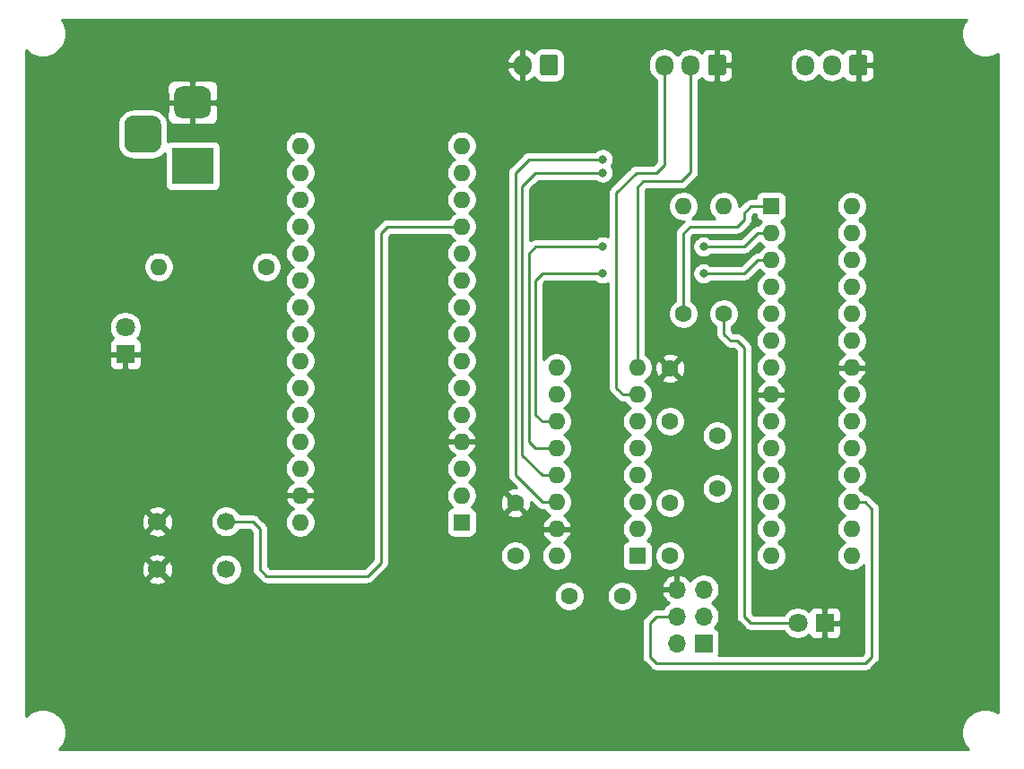
<source format=gtl>
%TF.GenerationSoftware,KiCad,Pcbnew,(5.1.9)-1*%
%TF.CreationDate,2021-03-23T20:02:45+09:00*%
%TF.ProjectId,IO,494f2e6b-6963-4616-945f-706362585858,rev?*%
%TF.SameCoordinates,Original*%
%TF.FileFunction,Copper,L1,Top*%
%TF.FilePolarity,Positive*%
%FSLAX46Y46*%
G04 Gerber Fmt 4.6, Leading zero omitted, Abs format (unit mm)*
G04 Created by KiCad (PCBNEW (5.1.9)-1) date 2021-03-23 20:02:45*
%MOMM*%
%LPD*%
G01*
G04 APERTURE LIST*
%TA.AperFunction,ComponentPad*%
%ADD10C,1.600000*%
%TD*%
%TA.AperFunction,ComponentPad*%
%ADD11O,1.700000X1.700000*%
%TD*%
%TA.AperFunction,ComponentPad*%
%ADD12R,1.700000X1.700000*%
%TD*%
%TA.AperFunction,ComponentPad*%
%ADD13O,1.600000X1.600000*%
%TD*%
%TA.AperFunction,ComponentPad*%
%ADD14C,1.800000*%
%TD*%
%TA.AperFunction,ComponentPad*%
%ADD15R,1.800000X1.800000*%
%TD*%
%TA.AperFunction,ComponentPad*%
%ADD16R,1.600000X1.600000*%
%TD*%
%TA.AperFunction,ComponentPad*%
%ADD17O,1.700000X1.950000*%
%TD*%
%TA.AperFunction,ComponentPad*%
%ADD18O,1.700000X2.000000*%
%TD*%
%TA.AperFunction,ComponentPad*%
%ADD19R,4.000000X3.500000*%
%TD*%
%TA.AperFunction,ComponentPad*%
%ADD20C,1.700000*%
%TD*%
%TA.AperFunction,ViaPad*%
%ADD21C,0.800000*%
%TD*%
%TA.AperFunction,Conductor*%
%ADD22C,0.250000*%
%TD*%
%TA.AperFunction,Conductor*%
%ADD23C,0.254000*%
%TD*%
%TA.AperFunction,Conductor*%
%ADD24C,0.100000*%
%TD*%
G04 APERTURE END LIST*
D10*
%TO.P,C5,2*%
%TO.N,GND*%
X111125000Y-89615000D03*
%TO.P,C5,1*%
%TO.N,+5V*%
X111125000Y-94615000D03*
%TD*%
D11*
%TO.P,OP_ISP,6*%
%TO.N,GND*%
X126365000Y-97790000D03*
%TO.P,OP_ISP,5*%
%TO.N,Net-(OP_ISP1-Pad5)*%
X128905000Y-97790000D03*
%TO.P,OP_ISP,4*%
%TO.N,Net-(OP_ISP1-Pad4)*%
X126365000Y-100330000D03*
%TO.P,OP_ISP,3*%
%TO.N,Net-(OP_ISP1-Pad3)*%
X128905000Y-100330000D03*
%TO.P,OP_ISP,2*%
%TO.N,+5V*%
X126365000Y-102870000D03*
D12*
%TO.P,OP_ISP,1*%
%TO.N,Net-(OP_ISP1-Pad1)*%
X128905000Y-102870000D03*
%TD*%
D13*
%TO.P,PWR_R1,2*%
%TO.N,Net-(PWR_LED1-Pad2)*%
X77470000Y-67310000D03*
D10*
%TO.P,PWR_R1,1*%
%TO.N,+5V*%
X87630000Y-67310000D03*
%TD*%
D14*
%TO.P,PWR_LED1,2*%
%TO.N,Net-(PWR_LED1-Pad2)*%
X74295000Y-73025000D03*
D15*
%TO.P,PWR_LED1,1*%
%TO.N,GND*%
X74295000Y-75565000D03*
%TD*%
D13*
%TO.P,OP_MEGA328P,28*%
%TO.N,N/C*%
X142875000Y-61595000D03*
%TO.P,OP_MEGA328P,14*%
X135255000Y-94615000D03*
%TO.P,OP_MEGA328P,27*%
X142875000Y-64135000D03*
%TO.P,OP_MEGA328P,13*%
X135255000Y-92075000D03*
%TO.P,OP_MEGA328P,26*%
X142875000Y-66675000D03*
%TO.P,OP_MEGA328P,12*%
X135255000Y-89535000D03*
%TO.P,OP_MEGA328P,25*%
X142875000Y-69215000D03*
%TO.P,OP_MEGA328P,11*%
X135255000Y-86995000D03*
%TO.P,OP_MEGA328P,24*%
X142875000Y-71755000D03*
%TO.P,OP_MEGA328P,10*%
X135255000Y-84455000D03*
%TO.P,OP_MEGA328P,23*%
X142875000Y-74295000D03*
%TO.P,OP_MEGA328P,9*%
X135255000Y-81915000D03*
%TO.P,OP_MEGA328P,22*%
%TO.N,GND*%
X142875000Y-76835000D03*
%TO.P,OP_MEGA328P,8*%
X135255000Y-79375000D03*
%TO.P,OP_MEGA328P,21*%
%TO.N,+5V*%
X142875000Y-79375000D03*
%TO.P,OP_MEGA328P,7*%
X135255000Y-76835000D03*
%TO.P,OP_MEGA328P,20*%
X142875000Y-81915000D03*
%TO.P,OP_MEGA328P,6*%
%TO.N,N/C*%
X135255000Y-74295000D03*
%TO.P,OP_MEGA328P,19*%
%TO.N,Net-(OP_ISP1-Pad3)*%
X142875000Y-84455000D03*
%TO.P,OP_MEGA328P,5*%
%TO.N,N/C*%
X135255000Y-71755000D03*
%TO.P,OP_MEGA328P,18*%
%TO.N,Net-(OP_ISP1-Pad1)*%
X142875000Y-86995000D03*
%TO.P,OP_MEGA328P,4*%
%TO.N,Net-(OP_R2-Pad2)*%
X135255000Y-69215000D03*
%TO.P,OP_MEGA328P,17*%
%TO.N,Net-(OP_ISP1-Pad4)*%
X142875000Y-89535000D03*
%TO.P,OP_MEGA328P,3*%
%TO.N,Net-(OP_U2-Pad3)*%
X135255000Y-66675000D03*
%TO.P,OP_MEGA328P,16*%
%TO.N,N/C*%
X142875000Y-92075000D03*
%TO.P,OP_MEGA328P,2*%
%TO.N,Net-(OP_U2-Pad2)*%
X135255000Y-64135000D03*
%TO.P,OP_MEGA328P,15*%
%TO.N,N/C*%
X142875000Y-94615000D03*
D16*
%TO.P,OP_MEGA328P,1*%
%TO.N,Net-(OP_ISP1-Pad5)*%
X135255000Y-61595000D03*
%TD*%
D13*
%TO.P,OP_R2,2*%
%TO.N,Net-(OP_R2-Pad2)*%
X130810000Y-61595000D03*
D10*
%TO.P,OP_R2,1*%
%TO.N,Net-(OP_LED1-Pad2)*%
X130810000Y-71755000D03*
%TD*%
D13*
%TO.P,OP_R1,2*%
%TO.N,+5V*%
X127000000Y-61595000D03*
D10*
%TO.P,OP_R1,1*%
%TO.N,Net-(OP_ISP1-Pad5)*%
X127000000Y-71755000D03*
%TD*%
D14*
%TO.P,OP_LED1,2*%
%TO.N,Net-(OP_LED1-Pad2)*%
X137795000Y-100965000D03*
D15*
%TO.P,OP_LED1,1*%
%TO.N,GND*%
X140335000Y-100965000D03*
%TD*%
D17*
%TO.P,OP_CN3,3*%
%TO.N,Net-(OP_CN3-Pad3)*%
X138510000Y-48260000D03*
%TO.P,OP_CN3,2*%
%TO.N,Net-(OP_CN3-Pad2)*%
X141010000Y-48260000D03*
%TO.P,OP_CN3,1*%
%TO.N,GND*%
%TA.AperFunction,ComponentPad*%
G36*
G01*
X144360000Y-47535000D02*
X144360000Y-48985000D01*
G75*
G02*
X144110000Y-49235000I-250000J0D01*
G01*
X142910000Y-49235000D01*
G75*
G02*
X142660000Y-48985000I0J250000D01*
G01*
X142660000Y-47535000D01*
G75*
G02*
X142910000Y-47285000I250000J0D01*
G01*
X144110000Y-47285000D01*
G75*
G02*
X144360000Y-47535000I0J-250000D01*
G01*
G37*
%TD.AperFunction*%
%TD*%
D10*
%TO.P,C4,2*%
%TO.N,Net-(C4-Pad2)*%
X125730000Y-89615000D03*
%TO.P,C4,1*%
%TO.N,Net-(C4-Pad1)*%
X125730000Y-94615000D03*
%TD*%
%TO.P,C3,2*%
%TO.N,Net-(C3-Pad2)*%
X130175000Y-83265000D03*
%TO.P,C3,1*%
%TO.N,Net-(C3-Pad1)*%
X130175000Y-88265000D03*
%TD*%
%TO.P,C2,2*%
%TO.N,GND*%
X125730000Y-76915000D03*
%TO.P,C2,1*%
%TO.N,Net-(C2-Pad1)*%
X125730000Y-81915000D03*
%TD*%
%TO.P,C1,2*%
%TO.N,Net-(C1-Pad2)*%
X121205000Y-98425000D03*
%TO.P,C1,1*%
%TO.N,+5V*%
X116205000Y-98425000D03*
%TD*%
D18*
%TO.P,CN3,2*%
%TO.N,GND*%
X111800000Y-48260000D03*
%TO.P,CN3,1*%
%TO.N,Net-(CN3-Pad1)*%
%TA.AperFunction,ComponentPad*%
G36*
G01*
X115150000Y-47510000D02*
X115150000Y-49010000D01*
G75*
G02*
X114900000Y-49260000I-250000J0D01*
G01*
X113700000Y-49260000D01*
G75*
G02*
X113450000Y-49010000I0J250000D01*
G01*
X113450000Y-47510000D01*
G75*
G02*
X113700000Y-47260000I250000J0D01*
G01*
X114900000Y-47260000D01*
G75*
G02*
X115150000Y-47510000I0J-250000D01*
G01*
G37*
%TD.AperFunction*%
%TD*%
D16*
%TO.P,Nano1,1*%
%TO.N,Net-(Nano1-Pad1)*%
X106045000Y-91440000D03*
D13*
%TO.P,Nano1,17*%
%TO.N,N/C*%
X90805000Y-58420000D03*
%TO.P,Nano1,2*%
%TO.N,Net-(Nano1-Pad2)*%
X106045000Y-88900000D03*
%TO.P,Nano1,18*%
%TO.N,N/C*%
X90805000Y-60960000D03*
%TO.P,Nano1,3*%
X106045000Y-86360000D03*
%TO.P,Nano1,19*%
X90805000Y-63500000D03*
%TO.P,Nano1,4*%
%TO.N,GND*%
X106045000Y-83820000D03*
%TO.P,Nano1,20*%
%TO.N,N/C*%
X90805000Y-66040000D03*
%TO.P,Nano1,5*%
X106045000Y-81280000D03*
%TO.P,Nano1,21*%
X90805000Y-68580000D03*
%TO.P,Nano1,6*%
X106045000Y-78740000D03*
%TO.P,Nano1,22*%
X90805000Y-71120000D03*
%TO.P,Nano1,7*%
X106045000Y-76200000D03*
%TO.P,Nano1,23*%
X90805000Y-73660000D03*
%TO.P,Nano1,8*%
X106045000Y-73660000D03*
%TO.P,Nano1,24*%
X90805000Y-76200000D03*
%TO.P,Nano1,9*%
X106045000Y-71120000D03*
%TO.P,Nano1,25*%
X90805000Y-78740000D03*
%TO.P,Nano1,10*%
X106045000Y-68580000D03*
%TO.P,Nano1,26*%
X90805000Y-81280000D03*
%TO.P,Nano1,11*%
X106045000Y-66040000D03*
%TO.P,Nano1,27*%
%TO.N,+5V*%
X90805000Y-83820000D03*
%TO.P,Nano1,12*%
%TO.N,Net-(CN3-Pad1)*%
X106045000Y-63500000D03*
%TO.P,Nano1,28*%
%TO.N,N/C*%
X90805000Y-86360000D03*
%TO.P,Nano1,13*%
X106045000Y-60960000D03*
%TO.P,Nano1,29*%
%TO.N,GND*%
X90805000Y-88900000D03*
%TO.P,Nano1,14*%
%TO.N,N/C*%
X106045000Y-58420000D03*
%TO.P,Nano1,30*%
X90805000Y-91440000D03*
%TO.P,Nano1,15*%
X106045000Y-55880000D03*
%TO.P,Nano1,16*%
X90805000Y-55880000D03*
%TD*%
%TO.P,CN1,3*%
%TO.N,N/C*%
%TA.AperFunction,ComponentPad*%
G36*
G01*
X75070000Y-53035000D02*
X76820000Y-53035000D01*
G75*
G02*
X77695000Y-53910000I0J-875000D01*
G01*
X77695000Y-55660000D01*
G75*
G02*
X76820000Y-56535000I-875000J0D01*
G01*
X75070000Y-56535000D01*
G75*
G02*
X74195000Y-55660000I0J875000D01*
G01*
X74195000Y-53910000D01*
G75*
G02*
X75070000Y-53035000I875000J0D01*
G01*
G37*
%TD.AperFunction*%
%TO.P,CN1,2*%
%TO.N,GND*%
%TA.AperFunction,ComponentPad*%
G36*
G01*
X79645000Y-50285000D02*
X81645000Y-50285000D01*
G75*
G02*
X82395000Y-51035000I0J-750000D01*
G01*
X82395000Y-52535000D01*
G75*
G02*
X81645000Y-53285000I-750000J0D01*
G01*
X79645000Y-53285000D01*
G75*
G02*
X78895000Y-52535000I0J750000D01*
G01*
X78895000Y-51035000D01*
G75*
G02*
X79645000Y-50285000I750000J0D01*
G01*
G37*
%TD.AperFunction*%
D19*
%TO.P,CN1,1*%
%TO.N,+5V*%
X80645000Y-57785000D03*
%TD*%
D17*
%TO.P,CN2,3*%
%TO.N,Net-(CN2-Pad3)*%
X125175000Y-48260000D03*
%TO.P,CN2,2*%
%TO.N,Net-(CN2-Pad2)*%
X127675000Y-48260000D03*
%TO.P,CN2,1*%
%TO.N,GND*%
%TA.AperFunction,ComponentPad*%
G36*
G01*
X131025000Y-47535000D02*
X131025000Y-48985000D01*
G75*
G02*
X130775000Y-49235000I-250000J0D01*
G01*
X129575000Y-49235000D01*
G75*
G02*
X129325000Y-48985000I0J250000D01*
G01*
X129325000Y-47535000D01*
G75*
G02*
X129575000Y-47285000I250000J0D01*
G01*
X130775000Y-47285000D01*
G75*
G02*
X131025000Y-47535000I0J-250000D01*
G01*
G37*
%TD.AperFunction*%
%TD*%
D20*
%TO.P,TEST1,4*%
%TO.N,GND*%
X77320000Y-91385000D03*
%TO.P,TEST1,3*%
%TO.N,Net-(CN3-Pad1)*%
X83820000Y-91385000D03*
%TO.P,TEST1,2*%
%TO.N,GND*%
X77320000Y-95885000D03*
%TO.P,TEST1,1*%
%TO.N,N/C*%
X83820000Y-95885000D03*
%TD*%
D16*
%TO.P,232 Driver,1*%
%TO.N,Net-(C4-Pad1)*%
X122645000Y-94615000D03*
D13*
%TO.P,232 Driver,9*%
%TO.N,Net-(Nano1-Pad2)*%
X115025000Y-76835000D03*
%TO.P,232 Driver,2*%
%TO.N,Net-(C1-Pad2)*%
X122645000Y-92075000D03*
%TO.P,232 Driver,10*%
%TO.N,Net-(Nano1-Pad1)*%
X115025000Y-79375000D03*
%TO.P,232 Driver,3*%
%TO.N,Net-(C4-Pad2)*%
X122645000Y-89535000D03*
%TO.P,232 Driver,11*%
%TO.N,Net-(OP_U2-Pad3)*%
X115025000Y-81915000D03*
%TO.P,232 Driver,4*%
%TO.N,Net-(C3-Pad1)*%
X122645000Y-86995000D03*
%TO.P,232 Driver,12*%
%TO.N,Net-(OP_U2-Pad2)*%
X115025000Y-84455000D03*
%TO.P,232 Driver,5*%
%TO.N,Net-(C3-Pad2)*%
X122645000Y-84455000D03*
%TO.P,232 Driver,13*%
%TO.N,Net-(OP_CN3-Pad2)*%
X115025000Y-86995000D03*
%TO.P,232 Driver,6*%
%TO.N,Net-(C2-Pad1)*%
X122645000Y-81915000D03*
%TO.P,232 Driver,14*%
%TO.N,Net-(OP_CN3-Pad3)*%
X115025000Y-89535000D03*
%TO.P,232 Driver,7*%
%TO.N,Net-(CN2-Pad3)*%
X122645000Y-79375000D03*
%TO.P,232 Driver,15*%
%TO.N,GND*%
X115025000Y-92075000D03*
%TO.P,232 Driver,8*%
%TO.N,Net-(CN2-Pad2)*%
X122645000Y-76835000D03*
%TO.P,232 Driver,16*%
%TO.N,+5V*%
X115025000Y-94615000D03*
%TD*%
D21*
%TO.N,GND*%
X154940000Y-60960000D03*
X154940000Y-68580000D03*
X154940000Y-91440000D03*
X113665000Y-109220000D03*
X113665000Y-106680000D03*
X114935000Y-106680000D03*
X116205000Y-109220000D03*
X113665000Y-105410000D03*
X116205000Y-107950000D03*
X113665000Y-107950000D03*
X114935000Y-109220000D03*
X114935000Y-107950000D03*
X116205000Y-105410000D03*
X114935000Y-105410000D03*
X116205000Y-106680000D03*
X83820000Y-77470000D03*
X83820000Y-74930000D03*
X85090000Y-74930000D03*
X86360000Y-77470000D03*
X83820000Y-73660000D03*
X86360000Y-76200000D03*
X83820000Y-76200000D03*
X85090000Y-77470000D03*
X85090000Y-76200000D03*
X86360000Y-73660000D03*
X85090000Y-73660000D03*
X86360000Y-74930000D03*
X71755000Y-104140000D03*
X71755000Y-101600000D03*
X73025000Y-101600000D03*
X74295000Y-104140000D03*
X71755000Y-100330000D03*
X74295000Y-102870000D03*
X71755000Y-102870000D03*
X73025000Y-104140000D03*
X73025000Y-102870000D03*
X74295000Y-100330000D03*
X73025000Y-100330000D03*
X74295000Y-101600000D03*
X154940000Y-49530000D03*
X154940000Y-53340000D03*
X154940000Y-57150000D03*
X154940000Y-64770000D03*
X154940000Y-72390000D03*
X154940000Y-76200000D03*
X154940000Y-80010000D03*
X154940000Y-83820000D03*
X154940000Y-87630000D03*
X151765000Y-106680000D03*
X149225000Y-107950000D03*
X150495000Y-105410000D03*
X150495000Y-107950000D03*
X149225000Y-104140000D03*
X150495000Y-104140000D03*
X150495000Y-106680000D03*
X151765000Y-107950000D03*
X151765000Y-105410000D03*
X151765000Y-104140000D03*
X149225000Y-105410000D03*
X149225000Y-106680000D03*
X67945000Y-58420000D03*
X67945000Y-62230000D03*
X67945000Y-66040000D03*
X67945000Y-50800000D03*
X67945000Y-54610000D03*
X117475000Y-111125000D03*
X125095000Y-111125000D03*
X121285000Y-111125000D03*
X132715000Y-111125000D03*
X144145000Y-111125000D03*
X140335000Y-111125000D03*
X136525000Y-111125000D03*
X113665000Y-111125000D03*
X128905000Y-111125000D03*
X109855000Y-111125000D03*
X151765000Y-111125000D03*
X147955000Y-111125000D03*
X146685000Y-55880000D03*
X146685000Y-54610000D03*
X145415000Y-54610000D03*
X147955000Y-55880000D03*
X146685000Y-58420000D03*
X147955000Y-58420000D03*
X147955000Y-54610000D03*
X146685000Y-57150000D03*
X147955000Y-57150000D03*
X145415000Y-55880000D03*
X145415000Y-58420000D03*
X145415000Y-57150000D03*
X154940000Y-95250000D03*
X154940000Y-99060000D03*
X154940000Y-102870000D03*
X154940000Y-107950000D03*
X106045000Y-111125000D03*
X102235000Y-111125000D03*
X98425000Y-111125000D03*
X94615000Y-111125000D03*
X90805000Y-111125000D03*
X86995000Y-111125000D03*
X83185000Y-111125000D03*
X79375000Y-111125000D03*
X75565000Y-111125000D03*
X71755000Y-111125000D03*
X67945000Y-107950000D03*
X67945000Y-104140000D03*
X67945000Y-100330000D03*
X67945000Y-96520000D03*
X67945000Y-92710000D03*
X67945000Y-88900000D03*
X67945000Y-85090000D03*
X67945000Y-81280000D03*
X67945000Y-77470000D03*
X67945000Y-73660000D03*
X67945000Y-69850000D03*
%TO.N,Net-(OP_CN3-Pad3)*%
X119380000Y-57150000D03*
%TO.N,Net-(OP_CN3-Pad2)*%
X119380000Y-58420000D03*
%TO.N,Net-(OP_U2-Pad3)*%
X119380000Y-67945000D03*
X128905000Y-67945000D03*
%TO.N,Net-(OP_U2-Pad2)*%
X128905000Y-65405000D03*
X119380000Y-65405000D03*
%TD*%
D22*
%TO.N,Net-(CN2-Pad3)*%
X125175000Y-53975000D02*
X125175000Y-57705000D01*
X120650000Y-78740000D02*
X121285000Y-79375000D01*
X125175000Y-57705000D02*
X124460000Y-58420000D01*
X124460000Y-58420000D02*
X122555000Y-58420000D01*
X122555000Y-58420000D02*
X120650000Y-60325000D01*
X120650000Y-60325000D02*
X120650000Y-78740000D01*
X121285000Y-79375000D02*
X122645000Y-79375000D01*
X125175000Y-53975000D02*
X125175000Y-48260000D01*
%TO.N,Net-(CN2-Pad2)*%
X127675000Y-58380000D02*
X127675000Y-48260000D01*
X122645000Y-59780000D02*
X123190000Y-59235000D01*
X126820000Y-59235000D02*
X127675000Y-58380000D01*
X123190000Y-59235000D02*
X126820000Y-59235000D01*
X122645000Y-76835000D02*
X122645000Y-59780000D01*
%TO.N,Net-(CN3-Pad1)*%
X86305000Y-91385000D02*
X83820000Y-91385000D01*
X86995000Y-95885000D02*
X86995000Y-92075000D01*
X86995000Y-92075000D02*
X86305000Y-91385000D01*
X87630000Y-96520000D02*
X86995000Y-95885000D01*
X97155000Y-96520000D02*
X87630000Y-96520000D01*
X98425000Y-95250000D02*
X97155000Y-96520000D01*
X98425000Y-64135000D02*
X98425000Y-95250000D01*
X99060000Y-63500000D02*
X98425000Y-64135000D01*
X106045000Y-63500000D02*
X99060000Y-63500000D01*
%TO.N,Net-(OP_CN3-Pad3)*%
X115025000Y-89535000D02*
X113665000Y-89535000D01*
X113665000Y-89535000D02*
X111125000Y-86995000D01*
X111125000Y-86995000D02*
X111125000Y-59055000D01*
X111125000Y-59055000D02*
X111125000Y-58420000D01*
X112395000Y-57150000D02*
X119380000Y-57150000D01*
X111125000Y-58420000D02*
X112395000Y-57150000D01*
%TO.N,Net-(OP_CN3-Pad2)*%
X115025000Y-86995000D02*
X113665000Y-86995000D01*
X113665000Y-86995000D02*
X111760000Y-85090000D01*
X111760000Y-85090000D02*
X111760000Y-59690000D01*
X111760000Y-59690000D02*
X112395000Y-59055000D01*
X112395000Y-59055000D02*
X113030000Y-58420000D01*
X113030000Y-58420000D02*
X119380000Y-58420000D01*
%TO.N,Net-(OP_ISP1-Pad5)*%
X127000000Y-67310000D02*
X127000000Y-71755000D01*
X127635000Y-63500000D02*
X127000000Y-64135000D01*
X132080000Y-63500000D02*
X127635000Y-63500000D01*
X132715000Y-62865000D02*
X132080000Y-63500000D01*
X127000000Y-64135000D02*
X127000000Y-67310000D01*
X132715000Y-62230000D02*
X132715000Y-62865000D01*
X133350000Y-61595000D02*
X132715000Y-62230000D01*
X135255000Y-61595000D02*
X133350000Y-61595000D01*
%TO.N,Net-(OP_ISP1-Pad4)*%
X144780000Y-90170000D02*
X144145000Y-89535000D01*
X144780000Y-104140000D02*
X144780000Y-90170000D01*
X144145000Y-104775000D02*
X144780000Y-104140000D01*
X124460000Y-104775000D02*
X144145000Y-104775000D01*
X144145000Y-89535000D02*
X142875000Y-89535000D01*
X123825000Y-104140000D02*
X124460000Y-104775000D01*
X123825000Y-100965000D02*
X123825000Y-104140000D01*
X124460000Y-100330000D02*
X123825000Y-100965000D01*
X126365000Y-100330000D02*
X124460000Y-100330000D01*
%TO.N,Net-(OP_LED1-Pad2)*%
X137795000Y-100965000D02*
X133350000Y-100965000D01*
X133350000Y-100965000D02*
X132715000Y-100330000D01*
X132715000Y-100330000D02*
X132715000Y-74930000D01*
X132715000Y-74930000D02*
X132080000Y-74295000D01*
X132080000Y-74295000D02*
X131445000Y-74295000D01*
X131445000Y-74295000D02*
X130810000Y-73660000D01*
X130810000Y-73660000D02*
X130810000Y-71755000D01*
%TO.N,Net-(OP_U2-Pad3)*%
X115025000Y-81915000D02*
X113665000Y-81915000D01*
X113665000Y-81915000D02*
X113030000Y-81280000D01*
X113030000Y-81280000D02*
X113030000Y-68580000D01*
X113030000Y-68580000D02*
X113665000Y-67945000D01*
X113665000Y-67945000D02*
X119380000Y-67945000D01*
X128905000Y-67945000D02*
X132715000Y-67945000D01*
X133985000Y-66675000D02*
X135255000Y-66675000D01*
X132715000Y-67945000D02*
X133985000Y-66675000D01*
%TO.N,Net-(OP_U2-Pad2)*%
X135255000Y-64135000D02*
X133985000Y-64135000D01*
X133985000Y-64135000D02*
X132715000Y-65405000D01*
X132715000Y-65405000D02*
X128905000Y-65405000D01*
X119380000Y-65405000D02*
X113030000Y-65405000D01*
X113030000Y-65405000D02*
X112395000Y-66040000D01*
X112395000Y-66040000D02*
X112395000Y-83820000D01*
X112395000Y-83820000D02*
X113030000Y-84455000D01*
X113030000Y-84455000D02*
X115025000Y-84455000D01*
%TD*%
D23*
%TO.N,GND*%
X153519369Y-44241331D02*
X153350890Y-44648075D01*
X153265000Y-45079872D01*
X153265000Y-45520128D01*
X153350890Y-45951925D01*
X153519369Y-46358669D01*
X153763962Y-46724729D01*
X154075271Y-47036038D01*
X154441331Y-47280631D01*
X154848075Y-47449110D01*
X155279872Y-47535000D01*
X155720128Y-47535000D01*
X156151925Y-47449110D01*
X156558669Y-47280631D01*
X156718000Y-47174170D01*
X156718000Y-109425830D01*
X156558669Y-109319369D01*
X156151925Y-109150890D01*
X155720128Y-109065000D01*
X155279872Y-109065000D01*
X154848075Y-109150890D01*
X154441331Y-109319369D01*
X154075271Y-109563962D01*
X153763962Y-109875271D01*
X153519369Y-110241331D01*
X153350890Y-110648075D01*
X153265000Y-111079872D01*
X153265000Y-111520128D01*
X153350890Y-111951925D01*
X153519369Y-112358669D01*
X153763962Y-112724729D01*
X153942233Y-112903000D01*
X68057767Y-112903000D01*
X68236038Y-112724729D01*
X68480631Y-112358669D01*
X68649110Y-111951925D01*
X68735000Y-111520128D01*
X68735000Y-111079872D01*
X68649110Y-110648075D01*
X68480631Y-110241331D01*
X68236038Y-109875271D01*
X67924729Y-109563962D01*
X67558669Y-109319369D01*
X67151925Y-109150890D01*
X66720128Y-109065000D01*
X66279872Y-109065000D01*
X65848075Y-109150890D01*
X65441331Y-109319369D01*
X65075271Y-109563962D01*
X64897000Y-109742233D01*
X64897000Y-100965000D01*
X123061324Y-100965000D01*
X123065000Y-101002323D01*
X123065001Y-104102668D01*
X123061324Y-104140000D01*
X123065001Y-104177332D01*
X123065001Y-104177333D01*
X123075998Y-104288986D01*
X123089180Y-104332442D01*
X123119454Y-104432246D01*
X123190026Y-104564276D01*
X123261201Y-104651002D01*
X123285000Y-104680001D01*
X123313998Y-104703799D01*
X123896200Y-105286002D01*
X123919999Y-105315001D01*
X123948997Y-105338799D01*
X124035724Y-105409974D01*
X124167753Y-105480546D01*
X124311014Y-105524003D01*
X124460000Y-105538677D01*
X124497333Y-105535000D01*
X144107678Y-105535000D01*
X144145000Y-105538676D01*
X144182322Y-105535000D01*
X144182333Y-105535000D01*
X144293986Y-105524003D01*
X144437247Y-105480546D01*
X144569276Y-105409974D01*
X144685001Y-105315001D01*
X144708803Y-105285998D01*
X145291004Y-104703798D01*
X145320001Y-104680001D01*
X145414974Y-104564276D01*
X145485546Y-104432247D01*
X145529003Y-104288986D01*
X145540000Y-104177333D01*
X145540000Y-104177332D01*
X145543677Y-104140000D01*
X145540000Y-104102667D01*
X145540000Y-90207333D01*
X145543677Y-90170000D01*
X145529003Y-90021014D01*
X145485546Y-89877753D01*
X145414974Y-89745724D01*
X145343799Y-89658997D01*
X145320001Y-89629999D01*
X145291002Y-89606200D01*
X144708803Y-89024002D01*
X144685001Y-88994999D01*
X144569276Y-88900026D01*
X144437247Y-88829454D01*
X144293986Y-88785997D01*
X144182333Y-88775000D01*
X144182322Y-88775000D01*
X144145000Y-88771324D01*
X144107678Y-88775000D01*
X144093043Y-88775000D01*
X143989637Y-88620241D01*
X143789759Y-88420363D01*
X143557241Y-88265000D01*
X143789759Y-88109637D01*
X143989637Y-87909759D01*
X144146680Y-87674727D01*
X144254853Y-87413574D01*
X144310000Y-87136335D01*
X144310000Y-86853665D01*
X144254853Y-86576426D01*
X144146680Y-86315273D01*
X143989637Y-86080241D01*
X143789759Y-85880363D01*
X143557241Y-85725000D01*
X143789759Y-85569637D01*
X143989637Y-85369759D01*
X144146680Y-85134727D01*
X144254853Y-84873574D01*
X144310000Y-84596335D01*
X144310000Y-84313665D01*
X144254853Y-84036426D01*
X144146680Y-83775273D01*
X143989637Y-83540241D01*
X143789759Y-83340363D01*
X143557241Y-83185000D01*
X143789759Y-83029637D01*
X143989637Y-82829759D01*
X144146680Y-82594727D01*
X144254853Y-82333574D01*
X144310000Y-82056335D01*
X144310000Y-81773665D01*
X144254853Y-81496426D01*
X144146680Y-81235273D01*
X143989637Y-81000241D01*
X143789759Y-80800363D01*
X143557241Y-80645000D01*
X143789759Y-80489637D01*
X143989637Y-80289759D01*
X144146680Y-80054727D01*
X144254853Y-79793574D01*
X144310000Y-79516335D01*
X144310000Y-79233665D01*
X144254853Y-78956426D01*
X144146680Y-78695273D01*
X143989637Y-78460241D01*
X143789759Y-78260363D01*
X143554727Y-78103320D01*
X143544135Y-78098933D01*
X143730131Y-77987385D01*
X143938519Y-77798414D01*
X144106037Y-77572420D01*
X144226246Y-77318087D01*
X144266904Y-77184039D01*
X144144915Y-76962000D01*
X143002000Y-76962000D01*
X143002000Y-76982000D01*
X142748000Y-76982000D01*
X142748000Y-76962000D01*
X141605085Y-76962000D01*
X141483096Y-77184039D01*
X141523754Y-77318087D01*
X141643963Y-77572420D01*
X141811481Y-77798414D01*
X142019869Y-77987385D01*
X142205865Y-78098933D01*
X142195273Y-78103320D01*
X141960241Y-78260363D01*
X141760363Y-78460241D01*
X141603320Y-78695273D01*
X141495147Y-78956426D01*
X141440000Y-79233665D01*
X141440000Y-79516335D01*
X141495147Y-79793574D01*
X141603320Y-80054727D01*
X141760363Y-80289759D01*
X141960241Y-80489637D01*
X142192759Y-80645000D01*
X141960241Y-80800363D01*
X141760363Y-81000241D01*
X141603320Y-81235273D01*
X141495147Y-81496426D01*
X141440000Y-81773665D01*
X141440000Y-82056335D01*
X141495147Y-82333574D01*
X141603320Y-82594727D01*
X141760363Y-82829759D01*
X141960241Y-83029637D01*
X142192759Y-83185000D01*
X141960241Y-83340363D01*
X141760363Y-83540241D01*
X141603320Y-83775273D01*
X141495147Y-84036426D01*
X141440000Y-84313665D01*
X141440000Y-84596335D01*
X141495147Y-84873574D01*
X141603320Y-85134727D01*
X141760363Y-85369759D01*
X141960241Y-85569637D01*
X142192759Y-85725000D01*
X141960241Y-85880363D01*
X141760363Y-86080241D01*
X141603320Y-86315273D01*
X141495147Y-86576426D01*
X141440000Y-86853665D01*
X141440000Y-87136335D01*
X141495147Y-87413574D01*
X141603320Y-87674727D01*
X141760363Y-87909759D01*
X141960241Y-88109637D01*
X142192759Y-88265000D01*
X141960241Y-88420363D01*
X141760363Y-88620241D01*
X141603320Y-88855273D01*
X141495147Y-89116426D01*
X141440000Y-89393665D01*
X141440000Y-89676335D01*
X141495147Y-89953574D01*
X141603320Y-90214727D01*
X141760363Y-90449759D01*
X141960241Y-90649637D01*
X142192759Y-90805000D01*
X141960241Y-90960363D01*
X141760363Y-91160241D01*
X141603320Y-91395273D01*
X141495147Y-91656426D01*
X141440000Y-91933665D01*
X141440000Y-92216335D01*
X141495147Y-92493574D01*
X141603320Y-92754727D01*
X141760363Y-92989759D01*
X141960241Y-93189637D01*
X142192759Y-93345000D01*
X141960241Y-93500363D01*
X141760363Y-93700241D01*
X141603320Y-93935273D01*
X141495147Y-94196426D01*
X141440000Y-94473665D01*
X141440000Y-94756335D01*
X141495147Y-95033574D01*
X141603320Y-95294727D01*
X141760363Y-95529759D01*
X141960241Y-95729637D01*
X142195273Y-95886680D01*
X142456426Y-95994853D01*
X142733665Y-96050000D01*
X143016335Y-96050000D01*
X143293574Y-95994853D01*
X143554727Y-95886680D01*
X143789759Y-95729637D01*
X143989637Y-95529759D01*
X144020001Y-95484317D01*
X144020000Y-103825198D01*
X143830199Y-104015000D01*
X130317338Y-104015000D01*
X130344502Y-103964180D01*
X130380812Y-103844482D01*
X130393072Y-103720000D01*
X130393072Y-102020000D01*
X130380812Y-101895518D01*
X130344502Y-101775820D01*
X130285537Y-101665506D01*
X130206185Y-101568815D01*
X130109494Y-101489463D01*
X129999180Y-101430498D01*
X129926620Y-101408487D01*
X130058475Y-101276632D01*
X130220990Y-101033411D01*
X130332932Y-100763158D01*
X130390000Y-100476260D01*
X130390000Y-100183740D01*
X130332932Y-99896842D01*
X130220990Y-99626589D01*
X130058475Y-99383368D01*
X129851632Y-99176525D01*
X129677240Y-99060000D01*
X129851632Y-98943475D01*
X130058475Y-98736632D01*
X130220990Y-98493411D01*
X130332932Y-98223158D01*
X130390000Y-97936260D01*
X130390000Y-97643740D01*
X130332932Y-97356842D01*
X130220990Y-97086589D01*
X130058475Y-96843368D01*
X129851632Y-96636525D01*
X129608411Y-96474010D01*
X129338158Y-96362068D01*
X129051260Y-96305000D01*
X128758740Y-96305000D01*
X128471842Y-96362068D01*
X128201589Y-96474010D01*
X127958368Y-96636525D01*
X127751525Y-96843368D01*
X127633900Y-97019406D01*
X127462588Y-96789731D01*
X127246355Y-96594822D01*
X126996252Y-96445843D01*
X126721891Y-96348519D01*
X126492000Y-96469186D01*
X126492000Y-97663000D01*
X126512000Y-97663000D01*
X126512000Y-97917000D01*
X126492000Y-97917000D01*
X126492000Y-97937000D01*
X126238000Y-97937000D01*
X126238000Y-97917000D01*
X125044845Y-97917000D01*
X124923524Y-98146890D01*
X124968175Y-98294099D01*
X125093359Y-98556920D01*
X125267412Y-98790269D01*
X125483645Y-98985178D01*
X125600534Y-99054805D01*
X125418368Y-99176525D01*
X125211525Y-99383368D01*
X125086822Y-99570000D01*
X124497333Y-99570000D01*
X124460000Y-99566323D01*
X124422667Y-99570000D01*
X124311014Y-99580997D01*
X124167753Y-99624454D01*
X124035724Y-99695026D01*
X123919999Y-99789999D01*
X123896200Y-99818998D01*
X123314002Y-100401197D01*
X123284999Y-100424999D01*
X123229871Y-100492174D01*
X123190026Y-100540724D01*
X123146451Y-100622246D01*
X123119454Y-100672754D01*
X123075997Y-100816015D01*
X123065000Y-100927668D01*
X123065000Y-100927678D01*
X123061324Y-100965000D01*
X64897000Y-100965000D01*
X64897000Y-98283665D01*
X114770000Y-98283665D01*
X114770000Y-98566335D01*
X114825147Y-98843574D01*
X114933320Y-99104727D01*
X115090363Y-99339759D01*
X115290241Y-99539637D01*
X115525273Y-99696680D01*
X115786426Y-99804853D01*
X116063665Y-99860000D01*
X116346335Y-99860000D01*
X116623574Y-99804853D01*
X116884727Y-99696680D01*
X117119759Y-99539637D01*
X117319637Y-99339759D01*
X117476680Y-99104727D01*
X117584853Y-98843574D01*
X117640000Y-98566335D01*
X117640000Y-98283665D01*
X119770000Y-98283665D01*
X119770000Y-98566335D01*
X119825147Y-98843574D01*
X119933320Y-99104727D01*
X120090363Y-99339759D01*
X120290241Y-99539637D01*
X120525273Y-99696680D01*
X120786426Y-99804853D01*
X121063665Y-99860000D01*
X121346335Y-99860000D01*
X121623574Y-99804853D01*
X121884727Y-99696680D01*
X122119759Y-99539637D01*
X122319637Y-99339759D01*
X122476680Y-99104727D01*
X122584853Y-98843574D01*
X122640000Y-98566335D01*
X122640000Y-98283665D01*
X122584853Y-98006426D01*
X122476680Y-97745273D01*
X122319637Y-97510241D01*
X122242506Y-97433110D01*
X124923524Y-97433110D01*
X125044845Y-97663000D01*
X126238000Y-97663000D01*
X126238000Y-96469186D01*
X126008109Y-96348519D01*
X125733748Y-96445843D01*
X125483645Y-96594822D01*
X125267412Y-96789731D01*
X125093359Y-97023080D01*
X124968175Y-97285901D01*
X124923524Y-97433110D01*
X122242506Y-97433110D01*
X122119759Y-97310363D01*
X121884727Y-97153320D01*
X121623574Y-97045147D01*
X121346335Y-96990000D01*
X121063665Y-96990000D01*
X120786426Y-97045147D01*
X120525273Y-97153320D01*
X120290241Y-97310363D01*
X120090363Y-97510241D01*
X119933320Y-97745273D01*
X119825147Y-98006426D01*
X119770000Y-98283665D01*
X117640000Y-98283665D01*
X117584853Y-98006426D01*
X117476680Y-97745273D01*
X117319637Y-97510241D01*
X117119759Y-97310363D01*
X116884727Y-97153320D01*
X116623574Y-97045147D01*
X116346335Y-96990000D01*
X116063665Y-96990000D01*
X115786426Y-97045147D01*
X115525273Y-97153320D01*
X115290241Y-97310363D01*
X115090363Y-97510241D01*
X114933320Y-97745273D01*
X114825147Y-98006426D01*
X114770000Y-98283665D01*
X64897000Y-98283665D01*
X64897000Y-96913397D01*
X76471208Y-96913397D01*
X76548843Y-97162472D01*
X76812883Y-97288371D01*
X77096411Y-97360339D01*
X77388531Y-97375611D01*
X77678019Y-97333599D01*
X77953747Y-97235919D01*
X78091157Y-97162472D01*
X78168792Y-96913397D01*
X77320000Y-96064605D01*
X76471208Y-96913397D01*
X64897000Y-96913397D01*
X64897000Y-95953531D01*
X75829389Y-95953531D01*
X75871401Y-96243019D01*
X75969081Y-96518747D01*
X76042528Y-96656157D01*
X76291603Y-96733792D01*
X77140395Y-95885000D01*
X77499605Y-95885000D01*
X78348397Y-96733792D01*
X78597472Y-96656157D01*
X78723371Y-96392117D01*
X78795339Y-96108589D01*
X78810611Y-95816469D01*
X78799331Y-95738740D01*
X82335000Y-95738740D01*
X82335000Y-96031260D01*
X82392068Y-96318158D01*
X82504010Y-96588411D01*
X82666525Y-96831632D01*
X82873368Y-97038475D01*
X83116589Y-97200990D01*
X83386842Y-97312932D01*
X83673740Y-97370000D01*
X83966260Y-97370000D01*
X84253158Y-97312932D01*
X84523411Y-97200990D01*
X84766632Y-97038475D01*
X84973475Y-96831632D01*
X85135990Y-96588411D01*
X85247932Y-96318158D01*
X85305000Y-96031260D01*
X85305000Y-95738740D01*
X85247932Y-95451842D01*
X85135990Y-95181589D01*
X84973475Y-94938368D01*
X84766632Y-94731525D01*
X84523411Y-94569010D01*
X84253158Y-94457068D01*
X83966260Y-94400000D01*
X83673740Y-94400000D01*
X83386842Y-94457068D01*
X83116589Y-94569010D01*
X82873368Y-94731525D01*
X82666525Y-94938368D01*
X82504010Y-95181589D01*
X82392068Y-95451842D01*
X82335000Y-95738740D01*
X78799331Y-95738740D01*
X78768599Y-95526981D01*
X78670919Y-95251253D01*
X78597472Y-95113843D01*
X78348397Y-95036208D01*
X77499605Y-95885000D01*
X77140395Y-95885000D01*
X76291603Y-95036208D01*
X76042528Y-95113843D01*
X75916629Y-95377883D01*
X75844661Y-95661411D01*
X75829389Y-95953531D01*
X64897000Y-95953531D01*
X64897000Y-94856603D01*
X76471208Y-94856603D01*
X77320000Y-95705395D01*
X78168792Y-94856603D01*
X78091157Y-94607528D01*
X77827117Y-94481629D01*
X77543589Y-94409661D01*
X77251469Y-94394389D01*
X76961981Y-94436401D01*
X76686253Y-94534081D01*
X76548843Y-94607528D01*
X76471208Y-94856603D01*
X64897000Y-94856603D01*
X64897000Y-92413397D01*
X76471208Y-92413397D01*
X76548843Y-92662472D01*
X76812883Y-92788371D01*
X77096411Y-92860339D01*
X77388531Y-92875611D01*
X77678019Y-92833599D01*
X77953747Y-92735919D01*
X78091157Y-92662472D01*
X78168792Y-92413397D01*
X77320000Y-91564605D01*
X76471208Y-92413397D01*
X64897000Y-92413397D01*
X64897000Y-91453531D01*
X75829389Y-91453531D01*
X75871401Y-91743019D01*
X75969081Y-92018747D01*
X76042528Y-92156157D01*
X76291603Y-92233792D01*
X77140395Y-91385000D01*
X77499605Y-91385000D01*
X78348397Y-92233792D01*
X78597472Y-92156157D01*
X78723371Y-91892117D01*
X78795339Y-91608589D01*
X78810611Y-91316469D01*
X78799331Y-91238740D01*
X82335000Y-91238740D01*
X82335000Y-91531260D01*
X82392068Y-91818158D01*
X82504010Y-92088411D01*
X82666525Y-92331632D01*
X82873368Y-92538475D01*
X83116589Y-92700990D01*
X83386842Y-92812932D01*
X83673740Y-92870000D01*
X83966260Y-92870000D01*
X84253158Y-92812932D01*
X84523411Y-92700990D01*
X84766632Y-92538475D01*
X84973475Y-92331632D01*
X85098178Y-92145000D01*
X85990199Y-92145000D01*
X86235001Y-92389803D01*
X86235000Y-95847677D01*
X86231324Y-95885000D01*
X86235000Y-95922322D01*
X86235000Y-95922332D01*
X86245997Y-96033985D01*
X86289454Y-96177246D01*
X86360026Y-96309276D01*
X86392232Y-96348519D01*
X86454999Y-96425001D01*
X86484002Y-96448803D01*
X87066200Y-97031002D01*
X87089999Y-97060001D01*
X87118997Y-97083799D01*
X87205724Y-97154974D01*
X87337753Y-97225546D01*
X87481014Y-97269003D01*
X87630000Y-97283677D01*
X87667333Y-97280000D01*
X97117678Y-97280000D01*
X97155000Y-97283676D01*
X97192322Y-97280000D01*
X97192333Y-97280000D01*
X97303986Y-97269003D01*
X97447247Y-97225546D01*
X97579276Y-97154974D01*
X97695001Y-97060001D01*
X97718804Y-97030997D01*
X98936003Y-95813799D01*
X98965001Y-95790001D01*
X99059974Y-95674276D01*
X99130546Y-95542247D01*
X99174003Y-95398986D01*
X99185000Y-95287333D01*
X99185000Y-95287324D01*
X99188676Y-95250001D01*
X99185000Y-95212678D01*
X99185000Y-94473665D01*
X109690000Y-94473665D01*
X109690000Y-94756335D01*
X109745147Y-95033574D01*
X109853320Y-95294727D01*
X110010363Y-95529759D01*
X110210241Y-95729637D01*
X110445273Y-95886680D01*
X110706426Y-95994853D01*
X110983665Y-96050000D01*
X111266335Y-96050000D01*
X111543574Y-95994853D01*
X111804727Y-95886680D01*
X112039759Y-95729637D01*
X112239637Y-95529759D01*
X112396680Y-95294727D01*
X112504853Y-95033574D01*
X112560000Y-94756335D01*
X112560000Y-94473665D01*
X113590000Y-94473665D01*
X113590000Y-94756335D01*
X113645147Y-95033574D01*
X113753320Y-95294727D01*
X113910363Y-95529759D01*
X114110241Y-95729637D01*
X114345273Y-95886680D01*
X114606426Y-95994853D01*
X114883665Y-96050000D01*
X115166335Y-96050000D01*
X115443574Y-95994853D01*
X115704727Y-95886680D01*
X115939759Y-95729637D01*
X116139637Y-95529759D01*
X116296680Y-95294727D01*
X116404853Y-95033574D01*
X116460000Y-94756335D01*
X116460000Y-94473665D01*
X116404853Y-94196426D01*
X116296680Y-93935273D01*
X116139637Y-93700241D01*
X115939759Y-93500363D01*
X115704727Y-93343320D01*
X115694135Y-93338933D01*
X115880131Y-93227385D01*
X116088519Y-93038414D01*
X116256037Y-92812420D01*
X116376246Y-92558087D01*
X116416904Y-92424039D01*
X116294915Y-92202000D01*
X115152000Y-92202000D01*
X115152000Y-92222000D01*
X114898000Y-92222000D01*
X114898000Y-92202000D01*
X113755085Y-92202000D01*
X113633096Y-92424039D01*
X113673754Y-92558087D01*
X113793963Y-92812420D01*
X113961481Y-93038414D01*
X114169869Y-93227385D01*
X114355865Y-93338933D01*
X114345273Y-93343320D01*
X114110241Y-93500363D01*
X113910363Y-93700241D01*
X113753320Y-93935273D01*
X113645147Y-94196426D01*
X113590000Y-94473665D01*
X112560000Y-94473665D01*
X112504853Y-94196426D01*
X112396680Y-93935273D01*
X112239637Y-93700241D01*
X112039759Y-93500363D01*
X111804727Y-93343320D01*
X111543574Y-93235147D01*
X111266335Y-93180000D01*
X110983665Y-93180000D01*
X110706426Y-93235147D01*
X110445273Y-93343320D01*
X110210241Y-93500363D01*
X110010363Y-93700241D01*
X109853320Y-93935273D01*
X109745147Y-94196426D01*
X109690000Y-94473665D01*
X99185000Y-94473665D01*
X99185000Y-90640000D01*
X104606928Y-90640000D01*
X104606928Y-92240000D01*
X104619188Y-92364482D01*
X104655498Y-92484180D01*
X104714463Y-92594494D01*
X104793815Y-92691185D01*
X104890506Y-92770537D01*
X105000820Y-92829502D01*
X105120518Y-92865812D01*
X105245000Y-92878072D01*
X106845000Y-92878072D01*
X106969482Y-92865812D01*
X107089180Y-92829502D01*
X107199494Y-92770537D01*
X107296185Y-92691185D01*
X107375537Y-92594494D01*
X107434502Y-92484180D01*
X107470812Y-92364482D01*
X107483072Y-92240000D01*
X107483072Y-90640000D01*
X107479892Y-90607702D01*
X110311903Y-90607702D01*
X110383486Y-90851671D01*
X110638996Y-90972571D01*
X110913184Y-91041300D01*
X111195512Y-91055217D01*
X111475130Y-91013787D01*
X111741292Y-90918603D01*
X111866514Y-90851671D01*
X111938097Y-90607702D01*
X111125000Y-89794605D01*
X110311903Y-90607702D01*
X107479892Y-90607702D01*
X107470812Y-90515518D01*
X107434502Y-90395820D01*
X107375537Y-90285506D01*
X107296185Y-90188815D01*
X107199494Y-90109463D01*
X107089180Y-90050498D01*
X106969482Y-90014188D01*
X106961039Y-90013357D01*
X107159637Y-89814759D01*
X107245996Y-89685512D01*
X109684783Y-89685512D01*
X109726213Y-89965130D01*
X109821397Y-90231292D01*
X109888329Y-90356514D01*
X110132298Y-90428097D01*
X110945395Y-89615000D01*
X110132298Y-88801903D01*
X109888329Y-88873486D01*
X109767429Y-89128996D01*
X109698700Y-89403184D01*
X109684783Y-89685512D01*
X107245996Y-89685512D01*
X107316680Y-89579727D01*
X107424853Y-89318574D01*
X107480000Y-89041335D01*
X107480000Y-88758665D01*
X107452875Y-88622298D01*
X110311903Y-88622298D01*
X111125000Y-89435395D01*
X111139143Y-89421253D01*
X111318748Y-89600858D01*
X111304605Y-89615000D01*
X112117702Y-90428097D01*
X112361671Y-90356514D01*
X112482571Y-90101004D01*
X112551300Y-89826816D01*
X112565217Y-89544488D01*
X112559222Y-89504024D01*
X113101205Y-90046008D01*
X113124999Y-90075001D01*
X113153992Y-90098795D01*
X113153996Y-90098799D01*
X113195265Y-90132667D01*
X113240724Y-90169974D01*
X113372753Y-90240546D01*
X113516014Y-90284003D01*
X113627667Y-90295000D01*
X113627676Y-90295000D01*
X113664999Y-90298676D01*
X113702322Y-90295000D01*
X113806957Y-90295000D01*
X113910363Y-90449759D01*
X114110241Y-90649637D01*
X114345273Y-90806680D01*
X114355865Y-90811067D01*
X114169869Y-90922615D01*
X113961481Y-91111586D01*
X113793963Y-91337580D01*
X113673754Y-91591913D01*
X113633096Y-91725961D01*
X113755085Y-91948000D01*
X114898000Y-91948000D01*
X114898000Y-91928000D01*
X115152000Y-91928000D01*
X115152000Y-91948000D01*
X116294915Y-91948000D01*
X116416904Y-91725961D01*
X116376246Y-91591913D01*
X116256037Y-91337580D01*
X116088519Y-91111586D01*
X115880131Y-90922615D01*
X115694135Y-90811067D01*
X115704727Y-90806680D01*
X115939759Y-90649637D01*
X116139637Y-90449759D01*
X116296680Y-90214727D01*
X116404853Y-89953574D01*
X116460000Y-89676335D01*
X116460000Y-89393665D01*
X116404853Y-89116426D01*
X116296680Y-88855273D01*
X116139637Y-88620241D01*
X115939759Y-88420363D01*
X115707241Y-88265000D01*
X115939759Y-88109637D01*
X116139637Y-87909759D01*
X116296680Y-87674727D01*
X116404853Y-87413574D01*
X116460000Y-87136335D01*
X116460000Y-86853665D01*
X116404853Y-86576426D01*
X116296680Y-86315273D01*
X116139637Y-86080241D01*
X115939759Y-85880363D01*
X115707241Y-85725000D01*
X115939759Y-85569637D01*
X116139637Y-85369759D01*
X116296680Y-85134727D01*
X116404853Y-84873574D01*
X116460000Y-84596335D01*
X116460000Y-84313665D01*
X116404853Y-84036426D01*
X116296680Y-83775273D01*
X116139637Y-83540241D01*
X115939759Y-83340363D01*
X115707241Y-83185000D01*
X115939759Y-83029637D01*
X116139637Y-82829759D01*
X116296680Y-82594727D01*
X116404853Y-82333574D01*
X116460000Y-82056335D01*
X116460000Y-81773665D01*
X116404853Y-81496426D01*
X116296680Y-81235273D01*
X116139637Y-81000241D01*
X115939759Y-80800363D01*
X115707241Y-80645000D01*
X115939759Y-80489637D01*
X116139637Y-80289759D01*
X116296680Y-80054727D01*
X116404853Y-79793574D01*
X116460000Y-79516335D01*
X116460000Y-79233665D01*
X116404853Y-78956426D01*
X116296680Y-78695273D01*
X116139637Y-78460241D01*
X115939759Y-78260363D01*
X115707241Y-78105000D01*
X115939759Y-77949637D01*
X116139637Y-77749759D01*
X116296680Y-77514727D01*
X116404853Y-77253574D01*
X116460000Y-76976335D01*
X116460000Y-76693665D01*
X116404853Y-76416426D01*
X116296680Y-76155273D01*
X116139637Y-75920241D01*
X115939759Y-75720363D01*
X115704727Y-75563320D01*
X115443574Y-75455147D01*
X115166335Y-75400000D01*
X114883665Y-75400000D01*
X114606426Y-75455147D01*
X114345273Y-75563320D01*
X114110241Y-75720363D01*
X113910363Y-75920241D01*
X113790000Y-76100377D01*
X113790000Y-68894801D01*
X113979802Y-68705000D01*
X118676289Y-68705000D01*
X118720226Y-68748937D01*
X118889744Y-68862205D01*
X119078102Y-68940226D01*
X119278061Y-68980000D01*
X119481939Y-68980000D01*
X119681898Y-68940226D01*
X119870256Y-68862205D01*
X119890000Y-68849012D01*
X119890001Y-78702667D01*
X119886324Y-78740000D01*
X119890001Y-78777333D01*
X119900245Y-78881335D01*
X119900998Y-78888985D01*
X119944454Y-79032246D01*
X120015026Y-79164276D01*
X120065694Y-79226014D01*
X120110000Y-79280001D01*
X120138998Y-79303799D01*
X120721200Y-79886002D01*
X120744999Y-79915001D01*
X120773997Y-79938799D01*
X120860724Y-80009974D01*
X120992753Y-80080546D01*
X121136014Y-80124003D01*
X121285000Y-80138677D01*
X121322333Y-80135000D01*
X121426957Y-80135000D01*
X121530363Y-80289759D01*
X121730241Y-80489637D01*
X121962759Y-80645000D01*
X121730241Y-80800363D01*
X121530363Y-81000241D01*
X121373320Y-81235273D01*
X121265147Y-81496426D01*
X121210000Y-81773665D01*
X121210000Y-82056335D01*
X121265147Y-82333574D01*
X121373320Y-82594727D01*
X121530363Y-82829759D01*
X121730241Y-83029637D01*
X121962759Y-83185000D01*
X121730241Y-83340363D01*
X121530363Y-83540241D01*
X121373320Y-83775273D01*
X121265147Y-84036426D01*
X121210000Y-84313665D01*
X121210000Y-84596335D01*
X121265147Y-84873574D01*
X121373320Y-85134727D01*
X121530363Y-85369759D01*
X121730241Y-85569637D01*
X121962759Y-85725000D01*
X121730241Y-85880363D01*
X121530363Y-86080241D01*
X121373320Y-86315273D01*
X121265147Y-86576426D01*
X121210000Y-86853665D01*
X121210000Y-87136335D01*
X121265147Y-87413574D01*
X121373320Y-87674727D01*
X121530363Y-87909759D01*
X121730241Y-88109637D01*
X121962759Y-88265000D01*
X121730241Y-88420363D01*
X121530363Y-88620241D01*
X121373320Y-88855273D01*
X121265147Y-89116426D01*
X121210000Y-89393665D01*
X121210000Y-89676335D01*
X121265147Y-89953574D01*
X121373320Y-90214727D01*
X121530363Y-90449759D01*
X121730241Y-90649637D01*
X121962759Y-90805000D01*
X121730241Y-90960363D01*
X121530363Y-91160241D01*
X121373320Y-91395273D01*
X121265147Y-91656426D01*
X121210000Y-91933665D01*
X121210000Y-92216335D01*
X121265147Y-92493574D01*
X121373320Y-92754727D01*
X121530363Y-92989759D01*
X121728961Y-93188357D01*
X121720518Y-93189188D01*
X121600820Y-93225498D01*
X121490506Y-93284463D01*
X121393815Y-93363815D01*
X121314463Y-93460506D01*
X121255498Y-93570820D01*
X121219188Y-93690518D01*
X121206928Y-93815000D01*
X121206928Y-95415000D01*
X121219188Y-95539482D01*
X121255498Y-95659180D01*
X121314463Y-95769494D01*
X121393815Y-95866185D01*
X121490506Y-95945537D01*
X121600820Y-96004502D01*
X121720518Y-96040812D01*
X121845000Y-96053072D01*
X123445000Y-96053072D01*
X123569482Y-96040812D01*
X123689180Y-96004502D01*
X123799494Y-95945537D01*
X123896185Y-95866185D01*
X123975537Y-95769494D01*
X124034502Y-95659180D01*
X124070812Y-95539482D01*
X124083072Y-95415000D01*
X124083072Y-94473665D01*
X124295000Y-94473665D01*
X124295000Y-94756335D01*
X124350147Y-95033574D01*
X124458320Y-95294727D01*
X124615363Y-95529759D01*
X124815241Y-95729637D01*
X125050273Y-95886680D01*
X125311426Y-95994853D01*
X125588665Y-96050000D01*
X125871335Y-96050000D01*
X126148574Y-95994853D01*
X126409727Y-95886680D01*
X126644759Y-95729637D01*
X126844637Y-95529759D01*
X127001680Y-95294727D01*
X127109853Y-95033574D01*
X127165000Y-94756335D01*
X127165000Y-94473665D01*
X127109853Y-94196426D01*
X127001680Y-93935273D01*
X126844637Y-93700241D01*
X126644759Y-93500363D01*
X126409727Y-93343320D01*
X126148574Y-93235147D01*
X125871335Y-93180000D01*
X125588665Y-93180000D01*
X125311426Y-93235147D01*
X125050273Y-93343320D01*
X124815241Y-93500363D01*
X124615363Y-93700241D01*
X124458320Y-93935273D01*
X124350147Y-94196426D01*
X124295000Y-94473665D01*
X124083072Y-94473665D01*
X124083072Y-93815000D01*
X124070812Y-93690518D01*
X124034502Y-93570820D01*
X123975537Y-93460506D01*
X123896185Y-93363815D01*
X123799494Y-93284463D01*
X123689180Y-93225498D01*
X123569482Y-93189188D01*
X123561039Y-93188357D01*
X123759637Y-92989759D01*
X123916680Y-92754727D01*
X124024853Y-92493574D01*
X124080000Y-92216335D01*
X124080000Y-91933665D01*
X124024853Y-91656426D01*
X123916680Y-91395273D01*
X123759637Y-91160241D01*
X123559759Y-90960363D01*
X123327241Y-90805000D01*
X123559759Y-90649637D01*
X123759637Y-90449759D01*
X123916680Y-90214727D01*
X124024853Y-89953574D01*
X124080000Y-89676335D01*
X124080000Y-89473665D01*
X124295000Y-89473665D01*
X124295000Y-89756335D01*
X124350147Y-90033574D01*
X124458320Y-90294727D01*
X124615363Y-90529759D01*
X124815241Y-90729637D01*
X125050273Y-90886680D01*
X125311426Y-90994853D01*
X125588665Y-91050000D01*
X125871335Y-91050000D01*
X126148574Y-90994853D01*
X126409727Y-90886680D01*
X126644759Y-90729637D01*
X126844637Y-90529759D01*
X127001680Y-90294727D01*
X127109853Y-90033574D01*
X127165000Y-89756335D01*
X127165000Y-89473665D01*
X127109853Y-89196426D01*
X127001680Y-88935273D01*
X126844637Y-88700241D01*
X126644759Y-88500363D01*
X126409727Y-88343320D01*
X126148574Y-88235147D01*
X125871335Y-88180000D01*
X125588665Y-88180000D01*
X125311426Y-88235147D01*
X125050273Y-88343320D01*
X124815241Y-88500363D01*
X124615363Y-88700241D01*
X124458320Y-88935273D01*
X124350147Y-89196426D01*
X124295000Y-89473665D01*
X124080000Y-89473665D01*
X124080000Y-89393665D01*
X124024853Y-89116426D01*
X123916680Y-88855273D01*
X123759637Y-88620241D01*
X123559759Y-88420363D01*
X123327241Y-88265000D01*
X123538764Y-88123665D01*
X128740000Y-88123665D01*
X128740000Y-88406335D01*
X128795147Y-88683574D01*
X128903320Y-88944727D01*
X129060363Y-89179759D01*
X129260241Y-89379637D01*
X129495273Y-89536680D01*
X129756426Y-89644853D01*
X130033665Y-89700000D01*
X130316335Y-89700000D01*
X130593574Y-89644853D01*
X130854727Y-89536680D01*
X131089759Y-89379637D01*
X131289637Y-89179759D01*
X131446680Y-88944727D01*
X131554853Y-88683574D01*
X131610000Y-88406335D01*
X131610000Y-88123665D01*
X131554853Y-87846426D01*
X131446680Y-87585273D01*
X131289637Y-87350241D01*
X131089759Y-87150363D01*
X130854727Y-86993320D01*
X130593574Y-86885147D01*
X130316335Y-86830000D01*
X130033665Y-86830000D01*
X129756426Y-86885147D01*
X129495273Y-86993320D01*
X129260241Y-87150363D01*
X129060363Y-87350241D01*
X128903320Y-87585273D01*
X128795147Y-87846426D01*
X128740000Y-88123665D01*
X123538764Y-88123665D01*
X123559759Y-88109637D01*
X123759637Y-87909759D01*
X123916680Y-87674727D01*
X124024853Y-87413574D01*
X124080000Y-87136335D01*
X124080000Y-86853665D01*
X124024853Y-86576426D01*
X123916680Y-86315273D01*
X123759637Y-86080241D01*
X123559759Y-85880363D01*
X123327241Y-85725000D01*
X123559759Y-85569637D01*
X123759637Y-85369759D01*
X123916680Y-85134727D01*
X124024853Y-84873574D01*
X124080000Y-84596335D01*
X124080000Y-84313665D01*
X124024853Y-84036426D01*
X123916680Y-83775273D01*
X123759637Y-83540241D01*
X123559759Y-83340363D01*
X123327241Y-83185000D01*
X123559759Y-83029637D01*
X123759637Y-82829759D01*
X123916680Y-82594727D01*
X124024853Y-82333574D01*
X124080000Y-82056335D01*
X124080000Y-81773665D01*
X124295000Y-81773665D01*
X124295000Y-82056335D01*
X124350147Y-82333574D01*
X124458320Y-82594727D01*
X124615363Y-82829759D01*
X124815241Y-83029637D01*
X125050273Y-83186680D01*
X125311426Y-83294853D01*
X125588665Y-83350000D01*
X125871335Y-83350000D01*
X126148574Y-83294853D01*
X126409727Y-83186680D01*
X126504035Y-83123665D01*
X128740000Y-83123665D01*
X128740000Y-83406335D01*
X128795147Y-83683574D01*
X128903320Y-83944727D01*
X129060363Y-84179759D01*
X129260241Y-84379637D01*
X129495273Y-84536680D01*
X129756426Y-84644853D01*
X130033665Y-84700000D01*
X130316335Y-84700000D01*
X130593574Y-84644853D01*
X130854727Y-84536680D01*
X131089759Y-84379637D01*
X131289637Y-84179759D01*
X131446680Y-83944727D01*
X131554853Y-83683574D01*
X131610000Y-83406335D01*
X131610000Y-83123665D01*
X131554853Y-82846426D01*
X131446680Y-82585273D01*
X131289637Y-82350241D01*
X131089759Y-82150363D01*
X130854727Y-81993320D01*
X130593574Y-81885147D01*
X130316335Y-81830000D01*
X130033665Y-81830000D01*
X129756426Y-81885147D01*
X129495273Y-81993320D01*
X129260241Y-82150363D01*
X129060363Y-82350241D01*
X128903320Y-82585273D01*
X128795147Y-82846426D01*
X128740000Y-83123665D01*
X126504035Y-83123665D01*
X126644759Y-83029637D01*
X126844637Y-82829759D01*
X127001680Y-82594727D01*
X127109853Y-82333574D01*
X127165000Y-82056335D01*
X127165000Y-81773665D01*
X127109853Y-81496426D01*
X127001680Y-81235273D01*
X126844637Y-81000241D01*
X126644759Y-80800363D01*
X126409727Y-80643320D01*
X126148574Y-80535147D01*
X125871335Y-80480000D01*
X125588665Y-80480000D01*
X125311426Y-80535147D01*
X125050273Y-80643320D01*
X124815241Y-80800363D01*
X124615363Y-81000241D01*
X124458320Y-81235273D01*
X124350147Y-81496426D01*
X124295000Y-81773665D01*
X124080000Y-81773665D01*
X124024853Y-81496426D01*
X123916680Y-81235273D01*
X123759637Y-81000241D01*
X123559759Y-80800363D01*
X123327241Y-80645000D01*
X123559759Y-80489637D01*
X123759637Y-80289759D01*
X123916680Y-80054727D01*
X124024853Y-79793574D01*
X124080000Y-79516335D01*
X124080000Y-79233665D01*
X124024853Y-78956426D01*
X123916680Y-78695273D01*
X123759637Y-78460241D01*
X123559759Y-78260363D01*
X123327241Y-78105000D01*
X123559759Y-77949637D01*
X123601694Y-77907702D01*
X124916903Y-77907702D01*
X124988486Y-78151671D01*
X125243996Y-78272571D01*
X125518184Y-78341300D01*
X125800512Y-78355217D01*
X126080130Y-78313787D01*
X126346292Y-78218603D01*
X126471514Y-78151671D01*
X126543097Y-77907702D01*
X125730000Y-77094605D01*
X124916903Y-77907702D01*
X123601694Y-77907702D01*
X123759637Y-77749759D01*
X123916680Y-77514727D01*
X124024853Y-77253574D01*
X124078174Y-76985512D01*
X124289783Y-76985512D01*
X124331213Y-77265130D01*
X124426397Y-77531292D01*
X124493329Y-77656514D01*
X124737298Y-77728097D01*
X125550395Y-76915000D01*
X125909605Y-76915000D01*
X126722702Y-77728097D01*
X126966671Y-77656514D01*
X127087571Y-77401004D01*
X127156300Y-77126816D01*
X127170217Y-76844488D01*
X127128787Y-76564870D01*
X127033603Y-76298708D01*
X126966671Y-76173486D01*
X126722702Y-76101903D01*
X125909605Y-76915000D01*
X125550395Y-76915000D01*
X124737298Y-76101903D01*
X124493329Y-76173486D01*
X124372429Y-76428996D01*
X124303700Y-76703184D01*
X124289783Y-76985512D01*
X124078174Y-76985512D01*
X124080000Y-76976335D01*
X124080000Y-76693665D01*
X124024853Y-76416426D01*
X123916680Y-76155273D01*
X123761012Y-75922298D01*
X124916903Y-75922298D01*
X125730000Y-76735395D01*
X126543097Y-75922298D01*
X126471514Y-75678329D01*
X126216004Y-75557429D01*
X125941816Y-75488700D01*
X125659488Y-75474783D01*
X125379870Y-75516213D01*
X125113708Y-75611397D01*
X124988486Y-75678329D01*
X124916903Y-75922298D01*
X123761012Y-75922298D01*
X123759637Y-75920241D01*
X123559759Y-75720363D01*
X123405000Y-75616957D01*
X123405000Y-61453665D01*
X125565000Y-61453665D01*
X125565000Y-61736335D01*
X125620147Y-62013574D01*
X125728320Y-62274727D01*
X125885363Y-62509759D01*
X126085241Y-62709637D01*
X126320273Y-62866680D01*
X126581426Y-62974853D01*
X126858665Y-63030000D01*
X127030198Y-63030000D01*
X126489002Y-63571197D01*
X126459999Y-63594999D01*
X126404871Y-63662174D01*
X126365026Y-63710724D01*
X126321451Y-63792246D01*
X126294454Y-63842754D01*
X126250997Y-63986015D01*
X126240000Y-64097668D01*
X126240000Y-64097678D01*
X126236324Y-64135000D01*
X126240000Y-64172323D01*
X126240001Y-67272658D01*
X126240000Y-67272668D01*
X126240001Y-70536956D01*
X126085241Y-70640363D01*
X125885363Y-70840241D01*
X125728320Y-71075273D01*
X125620147Y-71336426D01*
X125565000Y-71613665D01*
X125565000Y-71896335D01*
X125620147Y-72173574D01*
X125728320Y-72434727D01*
X125885363Y-72669759D01*
X126085241Y-72869637D01*
X126320273Y-73026680D01*
X126581426Y-73134853D01*
X126858665Y-73190000D01*
X127141335Y-73190000D01*
X127418574Y-73134853D01*
X127679727Y-73026680D01*
X127914759Y-72869637D01*
X128114637Y-72669759D01*
X128271680Y-72434727D01*
X128379853Y-72173574D01*
X128435000Y-71896335D01*
X128435000Y-71613665D01*
X129375000Y-71613665D01*
X129375000Y-71896335D01*
X129430147Y-72173574D01*
X129538320Y-72434727D01*
X129695363Y-72669759D01*
X129895241Y-72869637D01*
X130050000Y-72973044D01*
X130050000Y-73622677D01*
X130046324Y-73660000D01*
X130050000Y-73697322D01*
X130050000Y-73697332D01*
X130060997Y-73808985D01*
X130081455Y-73876426D01*
X130104454Y-73952246D01*
X130175026Y-74084276D01*
X130214871Y-74132826D01*
X130269999Y-74200001D01*
X130299002Y-74223803D01*
X130881200Y-74806002D01*
X130904999Y-74835001D01*
X130933997Y-74858799D01*
X131020724Y-74929974D01*
X131152753Y-75000546D01*
X131296014Y-75044003D01*
X131445000Y-75058677D01*
X131482333Y-75055000D01*
X131765199Y-75055000D01*
X131955001Y-75244803D01*
X131955000Y-100292678D01*
X131951324Y-100330000D01*
X131955000Y-100367322D01*
X131955000Y-100367332D01*
X131965997Y-100478985D01*
X132009454Y-100622246D01*
X132080026Y-100754276D01*
X132119871Y-100802826D01*
X132174999Y-100870001D01*
X132204002Y-100893803D01*
X132786200Y-101476002D01*
X132809999Y-101505001D01*
X132838997Y-101528799D01*
X132925724Y-101599974D01*
X133057753Y-101670546D01*
X133201014Y-101714003D01*
X133350000Y-101728677D01*
X133387333Y-101725000D01*
X136456687Y-101725000D01*
X136602688Y-101943505D01*
X136816495Y-102157312D01*
X137067905Y-102325299D01*
X137347257Y-102441011D01*
X137643816Y-102500000D01*
X137946184Y-102500000D01*
X138242743Y-102441011D01*
X138522095Y-102325299D01*
X138773505Y-102157312D01*
X138839944Y-102090873D01*
X138845498Y-102109180D01*
X138904463Y-102219494D01*
X138983815Y-102316185D01*
X139080506Y-102395537D01*
X139190820Y-102454502D01*
X139310518Y-102490812D01*
X139435000Y-102503072D01*
X140049250Y-102500000D01*
X140208000Y-102341250D01*
X140208000Y-101092000D01*
X140462000Y-101092000D01*
X140462000Y-102341250D01*
X140620750Y-102500000D01*
X141235000Y-102503072D01*
X141359482Y-102490812D01*
X141479180Y-102454502D01*
X141589494Y-102395537D01*
X141686185Y-102316185D01*
X141765537Y-102219494D01*
X141824502Y-102109180D01*
X141860812Y-101989482D01*
X141873072Y-101865000D01*
X141870000Y-101250750D01*
X141711250Y-101092000D01*
X140462000Y-101092000D01*
X140208000Y-101092000D01*
X140188000Y-101092000D01*
X140188000Y-100838000D01*
X140208000Y-100838000D01*
X140208000Y-99588750D01*
X140462000Y-99588750D01*
X140462000Y-100838000D01*
X141711250Y-100838000D01*
X141870000Y-100679250D01*
X141873072Y-100065000D01*
X141860812Y-99940518D01*
X141824502Y-99820820D01*
X141765537Y-99710506D01*
X141686185Y-99613815D01*
X141589494Y-99534463D01*
X141479180Y-99475498D01*
X141359482Y-99439188D01*
X141235000Y-99426928D01*
X140620750Y-99430000D01*
X140462000Y-99588750D01*
X140208000Y-99588750D01*
X140049250Y-99430000D01*
X139435000Y-99426928D01*
X139310518Y-99439188D01*
X139190820Y-99475498D01*
X139080506Y-99534463D01*
X138983815Y-99613815D01*
X138904463Y-99710506D01*
X138845498Y-99820820D01*
X138839944Y-99839127D01*
X138773505Y-99772688D01*
X138522095Y-99604701D01*
X138242743Y-99488989D01*
X137946184Y-99430000D01*
X137643816Y-99430000D01*
X137347257Y-99488989D01*
X137067905Y-99604701D01*
X136816495Y-99772688D01*
X136602688Y-99986495D01*
X136456687Y-100205000D01*
X133664802Y-100205000D01*
X133475000Y-100015199D01*
X133475000Y-81773665D01*
X133820000Y-81773665D01*
X133820000Y-82056335D01*
X133875147Y-82333574D01*
X133983320Y-82594727D01*
X134140363Y-82829759D01*
X134340241Y-83029637D01*
X134572759Y-83185000D01*
X134340241Y-83340363D01*
X134140363Y-83540241D01*
X133983320Y-83775273D01*
X133875147Y-84036426D01*
X133820000Y-84313665D01*
X133820000Y-84596335D01*
X133875147Y-84873574D01*
X133983320Y-85134727D01*
X134140363Y-85369759D01*
X134340241Y-85569637D01*
X134572759Y-85725000D01*
X134340241Y-85880363D01*
X134140363Y-86080241D01*
X133983320Y-86315273D01*
X133875147Y-86576426D01*
X133820000Y-86853665D01*
X133820000Y-87136335D01*
X133875147Y-87413574D01*
X133983320Y-87674727D01*
X134140363Y-87909759D01*
X134340241Y-88109637D01*
X134572759Y-88265000D01*
X134340241Y-88420363D01*
X134140363Y-88620241D01*
X133983320Y-88855273D01*
X133875147Y-89116426D01*
X133820000Y-89393665D01*
X133820000Y-89676335D01*
X133875147Y-89953574D01*
X133983320Y-90214727D01*
X134140363Y-90449759D01*
X134340241Y-90649637D01*
X134572759Y-90805000D01*
X134340241Y-90960363D01*
X134140363Y-91160241D01*
X133983320Y-91395273D01*
X133875147Y-91656426D01*
X133820000Y-91933665D01*
X133820000Y-92216335D01*
X133875147Y-92493574D01*
X133983320Y-92754727D01*
X134140363Y-92989759D01*
X134340241Y-93189637D01*
X134572759Y-93345000D01*
X134340241Y-93500363D01*
X134140363Y-93700241D01*
X133983320Y-93935273D01*
X133875147Y-94196426D01*
X133820000Y-94473665D01*
X133820000Y-94756335D01*
X133875147Y-95033574D01*
X133983320Y-95294727D01*
X134140363Y-95529759D01*
X134340241Y-95729637D01*
X134575273Y-95886680D01*
X134836426Y-95994853D01*
X135113665Y-96050000D01*
X135396335Y-96050000D01*
X135673574Y-95994853D01*
X135934727Y-95886680D01*
X136169759Y-95729637D01*
X136369637Y-95529759D01*
X136526680Y-95294727D01*
X136634853Y-95033574D01*
X136690000Y-94756335D01*
X136690000Y-94473665D01*
X136634853Y-94196426D01*
X136526680Y-93935273D01*
X136369637Y-93700241D01*
X136169759Y-93500363D01*
X135937241Y-93345000D01*
X136169759Y-93189637D01*
X136369637Y-92989759D01*
X136526680Y-92754727D01*
X136634853Y-92493574D01*
X136690000Y-92216335D01*
X136690000Y-91933665D01*
X136634853Y-91656426D01*
X136526680Y-91395273D01*
X136369637Y-91160241D01*
X136169759Y-90960363D01*
X135937241Y-90805000D01*
X136169759Y-90649637D01*
X136369637Y-90449759D01*
X136526680Y-90214727D01*
X136634853Y-89953574D01*
X136690000Y-89676335D01*
X136690000Y-89393665D01*
X136634853Y-89116426D01*
X136526680Y-88855273D01*
X136369637Y-88620241D01*
X136169759Y-88420363D01*
X135937241Y-88265000D01*
X136169759Y-88109637D01*
X136369637Y-87909759D01*
X136526680Y-87674727D01*
X136634853Y-87413574D01*
X136690000Y-87136335D01*
X136690000Y-86853665D01*
X136634853Y-86576426D01*
X136526680Y-86315273D01*
X136369637Y-86080241D01*
X136169759Y-85880363D01*
X135937241Y-85725000D01*
X136169759Y-85569637D01*
X136369637Y-85369759D01*
X136526680Y-85134727D01*
X136634853Y-84873574D01*
X136690000Y-84596335D01*
X136690000Y-84313665D01*
X136634853Y-84036426D01*
X136526680Y-83775273D01*
X136369637Y-83540241D01*
X136169759Y-83340363D01*
X135937241Y-83185000D01*
X136169759Y-83029637D01*
X136369637Y-82829759D01*
X136526680Y-82594727D01*
X136634853Y-82333574D01*
X136690000Y-82056335D01*
X136690000Y-81773665D01*
X136634853Y-81496426D01*
X136526680Y-81235273D01*
X136369637Y-81000241D01*
X136169759Y-80800363D01*
X135934727Y-80643320D01*
X135924135Y-80638933D01*
X136110131Y-80527385D01*
X136318519Y-80338414D01*
X136486037Y-80112420D01*
X136606246Y-79858087D01*
X136646904Y-79724039D01*
X136524915Y-79502000D01*
X135382000Y-79502000D01*
X135382000Y-79522000D01*
X135128000Y-79522000D01*
X135128000Y-79502000D01*
X133985085Y-79502000D01*
X133863096Y-79724039D01*
X133903754Y-79858087D01*
X134023963Y-80112420D01*
X134191481Y-80338414D01*
X134399869Y-80527385D01*
X134585865Y-80638933D01*
X134575273Y-80643320D01*
X134340241Y-80800363D01*
X134140363Y-81000241D01*
X133983320Y-81235273D01*
X133875147Y-81496426D01*
X133820000Y-81773665D01*
X133475000Y-81773665D01*
X133475000Y-74967333D01*
X133478677Y-74930000D01*
X133464003Y-74781014D01*
X133420546Y-74637753D01*
X133349974Y-74505724D01*
X133278799Y-74418997D01*
X133255001Y-74389999D01*
X133226002Y-74366200D01*
X132643803Y-73784002D01*
X132620001Y-73754999D01*
X132504276Y-73660026D01*
X132372247Y-73589454D01*
X132228986Y-73545997D01*
X132117333Y-73535000D01*
X132117322Y-73535000D01*
X132080000Y-73531324D01*
X132042678Y-73535000D01*
X131759802Y-73535000D01*
X131570000Y-73345199D01*
X131570000Y-72973043D01*
X131724759Y-72869637D01*
X131924637Y-72669759D01*
X132081680Y-72434727D01*
X132189853Y-72173574D01*
X132245000Y-71896335D01*
X132245000Y-71613665D01*
X132189853Y-71336426D01*
X132081680Y-71075273D01*
X131924637Y-70840241D01*
X131724759Y-70640363D01*
X131489727Y-70483320D01*
X131228574Y-70375147D01*
X130951335Y-70320000D01*
X130668665Y-70320000D01*
X130391426Y-70375147D01*
X130130273Y-70483320D01*
X129895241Y-70640363D01*
X129695363Y-70840241D01*
X129538320Y-71075273D01*
X129430147Y-71336426D01*
X129375000Y-71613665D01*
X128435000Y-71613665D01*
X128379853Y-71336426D01*
X128271680Y-71075273D01*
X128114637Y-70840241D01*
X127914759Y-70640363D01*
X127760000Y-70536957D01*
X127760000Y-64449801D01*
X127949802Y-64260000D01*
X132042678Y-64260000D01*
X132080000Y-64263676D01*
X132117322Y-64260000D01*
X132117333Y-64260000D01*
X132228986Y-64249003D01*
X132372247Y-64205546D01*
X132504276Y-64134974D01*
X132620001Y-64040001D01*
X132643803Y-64010998D01*
X133226002Y-63428800D01*
X133255001Y-63405001D01*
X133349974Y-63289276D01*
X133420546Y-63157247D01*
X133464003Y-63013986D01*
X133475000Y-62902333D01*
X133478677Y-62865000D01*
X133475000Y-62827667D01*
X133475000Y-62544801D01*
X133664802Y-62355000D01*
X133816928Y-62355000D01*
X133816928Y-62395000D01*
X133829188Y-62519482D01*
X133865498Y-62639180D01*
X133924463Y-62749494D01*
X134003815Y-62846185D01*
X134100506Y-62925537D01*
X134210820Y-62984502D01*
X134330518Y-63020812D01*
X134338961Y-63021643D01*
X134140363Y-63220241D01*
X134036957Y-63375000D01*
X134022322Y-63375000D01*
X133984999Y-63371324D01*
X133947676Y-63375000D01*
X133947667Y-63375000D01*
X133836014Y-63385997D01*
X133692753Y-63429454D01*
X133560724Y-63500026D01*
X133444999Y-63594999D01*
X133421201Y-63623997D01*
X132400199Y-64645000D01*
X129608711Y-64645000D01*
X129564774Y-64601063D01*
X129395256Y-64487795D01*
X129206898Y-64409774D01*
X129006939Y-64370000D01*
X128803061Y-64370000D01*
X128603102Y-64409774D01*
X128414744Y-64487795D01*
X128245226Y-64601063D01*
X128101063Y-64745226D01*
X127987795Y-64914744D01*
X127909774Y-65103102D01*
X127870000Y-65303061D01*
X127870000Y-65506939D01*
X127909774Y-65706898D01*
X127987795Y-65895256D01*
X128101063Y-66064774D01*
X128245226Y-66208937D01*
X128414744Y-66322205D01*
X128603102Y-66400226D01*
X128803061Y-66440000D01*
X129006939Y-66440000D01*
X129206898Y-66400226D01*
X129395256Y-66322205D01*
X129564774Y-66208937D01*
X129608711Y-66165000D01*
X132677678Y-66165000D01*
X132715000Y-66168676D01*
X132752322Y-66165000D01*
X132752333Y-66165000D01*
X132863986Y-66154003D01*
X133007247Y-66110546D01*
X133139276Y-66039974D01*
X133255001Y-65945001D01*
X133278804Y-65915997D01*
X134142703Y-65052099D01*
X134340241Y-65249637D01*
X134572759Y-65405000D01*
X134340241Y-65560363D01*
X134140363Y-65760241D01*
X134036957Y-65915000D01*
X134022322Y-65915000D01*
X133984999Y-65911324D01*
X133947676Y-65915000D01*
X133947667Y-65915000D01*
X133836014Y-65925997D01*
X133692753Y-65969454D01*
X133560724Y-66040026D01*
X133444999Y-66134999D01*
X133421201Y-66163997D01*
X132400199Y-67185000D01*
X129608711Y-67185000D01*
X129564774Y-67141063D01*
X129395256Y-67027795D01*
X129206898Y-66949774D01*
X129006939Y-66910000D01*
X128803061Y-66910000D01*
X128603102Y-66949774D01*
X128414744Y-67027795D01*
X128245226Y-67141063D01*
X128101063Y-67285226D01*
X127987795Y-67454744D01*
X127909774Y-67643102D01*
X127870000Y-67843061D01*
X127870000Y-68046939D01*
X127909774Y-68246898D01*
X127987795Y-68435256D01*
X128101063Y-68604774D01*
X128245226Y-68748937D01*
X128414744Y-68862205D01*
X128603102Y-68940226D01*
X128803061Y-68980000D01*
X129006939Y-68980000D01*
X129206898Y-68940226D01*
X129395256Y-68862205D01*
X129564774Y-68748937D01*
X129608711Y-68705000D01*
X132677678Y-68705000D01*
X132715000Y-68708676D01*
X132752322Y-68705000D01*
X132752333Y-68705000D01*
X132863986Y-68694003D01*
X133007247Y-68650546D01*
X133139276Y-68579974D01*
X133255001Y-68485001D01*
X133278804Y-68455997D01*
X134142703Y-67592099D01*
X134340241Y-67789637D01*
X134572759Y-67945000D01*
X134340241Y-68100363D01*
X134140363Y-68300241D01*
X133983320Y-68535273D01*
X133875147Y-68796426D01*
X133820000Y-69073665D01*
X133820000Y-69356335D01*
X133875147Y-69633574D01*
X133983320Y-69894727D01*
X134140363Y-70129759D01*
X134340241Y-70329637D01*
X134572759Y-70485000D01*
X134340241Y-70640363D01*
X134140363Y-70840241D01*
X133983320Y-71075273D01*
X133875147Y-71336426D01*
X133820000Y-71613665D01*
X133820000Y-71896335D01*
X133875147Y-72173574D01*
X133983320Y-72434727D01*
X134140363Y-72669759D01*
X134340241Y-72869637D01*
X134572759Y-73025000D01*
X134340241Y-73180363D01*
X134140363Y-73380241D01*
X133983320Y-73615273D01*
X133875147Y-73876426D01*
X133820000Y-74153665D01*
X133820000Y-74436335D01*
X133875147Y-74713574D01*
X133983320Y-74974727D01*
X134140363Y-75209759D01*
X134340241Y-75409637D01*
X134572759Y-75565000D01*
X134340241Y-75720363D01*
X134140363Y-75920241D01*
X133983320Y-76155273D01*
X133875147Y-76416426D01*
X133820000Y-76693665D01*
X133820000Y-76976335D01*
X133875147Y-77253574D01*
X133983320Y-77514727D01*
X134140363Y-77749759D01*
X134340241Y-77949637D01*
X134575273Y-78106680D01*
X134585865Y-78111067D01*
X134399869Y-78222615D01*
X134191481Y-78411586D01*
X134023963Y-78637580D01*
X133903754Y-78891913D01*
X133863096Y-79025961D01*
X133985085Y-79248000D01*
X135128000Y-79248000D01*
X135128000Y-79228000D01*
X135382000Y-79228000D01*
X135382000Y-79248000D01*
X136524915Y-79248000D01*
X136646904Y-79025961D01*
X136606246Y-78891913D01*
X136486037Y-78637580D01*
X136318519Y-78411586D01*
X136110131Y-78222615D01*
X135924135Y-78111067D01*
X135934727Y-78106680D01*
X136169759Y-77949637D01*
X136369637Y-77749759D01*
X136526680Y-77514727D01*
X136634853Y-77253574D01*
X136690000Y-76976335D01*
X136690000Y-76693665D01*
X136634853Y-76416426D01*
X136526680Y-76155273D01*
X136369637Y-75920241D01*
X136169759Y-75720363D01*
X135937241Y-75565000D01*
X136169759Y-75409637D01*
X136369637Y-75209759D01*
X136526680Y-74974727D01*
X136634853Y-74713574D01*
X136690000Y-74436335D01*
X136690000Y-74153665D01*
X136634853Y-73876426D01*
X136526680Y-73615273D01*
X136369637Y-73380241D01*
X136169759Y-73180363D01*
X135937241Y-73025000D01*
X136169759Y-72869637D01*
X136369637Y-72669759D01*
X136526680Y-72434727D01*
X136634853Y-72173574D01*
X136690000Y-71896335D01*
X136690000Y-71613665D01*
X136634853Y-71336426D01*
X136526680Y-71075273D01*
X136369637Y-70840241D01*
X136169759Y-70640363D01*
X135937241Y-70485000D01*
X136169759Y-70329637D01*
X136369637Y-70129759D01*
X136526680Y-69894727D01*
X136634853Y-69633574D01*
X136690000Y-69356335D01*
X136690000Y-69073665D01*
X136634853Y-68796426D01*
X136526680Y-68535273D01*
X136369637Y-68300241D01*
X136169759Y-68100363D01*
X135937241Y-67945000D01*
X136169759Y-67789637D01*
X136369637Y-67589759D01*
X136526680Y-67354727D01*
X136634853Y-67093574D01*
X136690000Y-66816335D01*
X136690000Y-66533665D01*
X136634853Y-66256426D01*
X136526680Y-65995273D01*
X136369637Y-65760241D01*
X136169759Y-65560363D01*
X135937241Y-65405000D01*
X136169759Y-65249637D01*
X136369637Y-65049759D01*
X136526680Y-64814727D01*
X136634853Y-64553574D01*
X136690000Y-64276335D01*
X136690000Y-63993665D01*
X136634853Y-63716426D01*
X136526680Y-63455273D01*
X136369637Y-63220241D01*
X136171039Y-63021643D01*
X136179482Y-63020812D01*
X136299180Y-62984502D01*
X136409494Y-62925537D01*
X136506185Y-62846185D01*
X136585537Y-62749494D01*
X136644502Y-62639180D01*
X136680812Y-62519482D01*
X136693072Y-62395000D01*
X136693072Y-61453665D01*
X141440000Y-61453665D01*
X141440000Y-61736335D01*
X141495147Y-62013574D01*
X141603320Y-62274727D01*
X141760363Y-62509759D01*
X141960241Y-62709637D01*
X142192759Y-62865000D01*
X141960241Y-63020363D01*
X141760363Y-63220241D01*
X141603320Y-63455273D01*
X141495147Y-63716426D01*
X141440000Y-63993665D01*
X141440000Y-64276335D01*
X141495147Y-64553574D01*
X141603320Y-64814727D01*
X141760363Y-65049759D01*
X141960241Y-65249637D01*
X142192759Y-65405000D01*
X141960241Y-65560363D01*
X141760363Y-65760241D01*
X141603320Y-65995273D01*
X141495147Y-66256426D01*
X141440000Y-66533665D01*
X141440000Y-66816335D01*
X141495147Y-67093574D01*
X141603320Y-67354727D01*
X141760363Y-67589759D01*
X141960241Y-67789637D01*
X142192759Y-67945000D01*
X141960241Y-68100363D01*
X141760363Y-68300241D01*
X141603320Y-68535273D01*
X141495147Y-68796426D01*
X141440000Y-69073665D01*
X141440000Y-69356335D01*
X141495147Y-69633574D01*
X141603320Y-69894727D01*
X141760363Y-70129759D01*
X141960241Y-70329637D01*
X142192759Y-70485000D01*
X141960241Y-70640363D01*
X141760363Y-70840241D01*
X141603320Y-71075273D01*
X141495147Y-71336426D01*
X141440000Y-71613665D01*
X141440000Y-71896335D01*
X141495147Y-72173574D01*
X141603320Y-72434727D01*
X141760363Y-72669759D01*
X141960241Y-72869637D01*
X142192759Y-73025000D01*
X141960241Y-73180363D01*
X141760363Y-73380241D01*
X141603320Y-73615273D01*
X141495147Y-73876426D01*
X141440000Y-74153665D01*
X141440000Y-74436335D01*
X141495147Y-74713574D01*
X141603320Y-74974727D01*
X141760363Y-75209759D01*
X141960241Y-75409637D01*
X142195273Y-75566680D01*
X142205865Y-75571067D01*
X142019869Y-75682615D01*
X141811481Y-75871586D01*
X141643963Y-76097580D01*
X141523754Y-76351913D01*
X141483096Y-76485961D01*
X141605085Y-76708000D01*
X142748000Y-76708000D01*
X142748000Y-76688000D01*
X143002000Y-76688000D01*
X143002000Y-76708000D01*
X144144915Y-76708000D01*
X144266904Y-76485961D01*
X144226246Y-76351913D01*
X144106037Y-76097580D01*
X143938519Y-75871586D01*
X143730131Y-75682615D01*
X143544135Y-75571067D01*
X143554727Y-75566680D01*
X143789759Y-75409637D01*
X143989637Y-75209759D01*
X144146680Y-74974727D01*
X144254853Y-74713574D01*
X144310000Y-74436335D01*
X144310000Y-74153665D01*
X144254853Y-73876426D01*
X144146680Y-73615273D01*
X143989637Y-73380241D01*
X143789759Y-73180363D01*
X143557241Y-73025000D01*
X143789759Y-72869637D01*
X143989637Y-72669759D01*
X144146680Y-72434727D01*
X144254853Y-72173574D01*
X144310000Y-71896335D01*
X144310000Y-71613665D01*
X144254853Y-71336426D01*
X144146680Y-71075273D01*
X143989637Y-70840241D01*
X143789759Y-70640363D01*
X143557241Y-70485000D01*
X143789759Y-70329637D01*
X143989637Y-70129759D01*
X144146680Y-69894727D01*
X144254853Y-69633574D01*
X144310000Y-69356335D01*
X144310000Y-69073665D01*
X144254853Y-68796426D01*
X144146680Y-68535273D01*
X143989637Y-68300241D01*
X143789759Y-68100363D01*
X143557241Y-67945000D01*
X143789759Y-67789637D01*
X143989637Y-67589759D01*
X144146680Y-67354727D01*
X144254853Y-67093574D01*
X144310000Y-66816335D01*
X144310000Y-66533665D01*
X144254853Y-66256426D01*
X144146680Y-65995273D01*
X143989637Y-65760241D01*
X143789759Y-65560363D01*
X143557241Y-65405000D01*
X143789759Y-65249637D01*
X143989637Y-65049759D01*
X144146680Y-64814727D01*
X144254853Y-64553574D01*
X144310000Y-64276335D01*
X144310000Y-63993665D01*
X144254853Y-63716426D01*
X144146680Y-63455273D01*
X143989637Y-63220241D01*
X143789759Y-63020363D01*
X143557241Y-62865000D01*
X143789759Y-62709637D01*
X143989637Y-62509759D01*
X144146680Y-62274727D01*
X144254853Y-62013574D01*
X144310000Y-61736335D01*
X144310000Y-61453665D01*
X144254853Y-61176426D01*
X144146680Y-60915273D01*
X143989637Y-60680241D01*
X143789759Y-60480363D01*
X143554727Y-60323320D01*
X143293574Y-60215147D01*
X143016335Y-60160000D01*
X142733665Y-60160000D01*
X142456426Y-60215147D01*
X142195273Y-60323320D01*
X141960241Y-60480363D01*
X141760363Y-60680241D01*
X141603320Y-60915273D01*
X141495147Y-61176426D01*
X141440000Y-61453665D01*
X136693072Y-61453665D01*
X136693072Y-60795000D01*
X136680812Y-60670518D01*
X136644502Y-60550820D01*
X136585537Y-60440506D01*
X136506185Y-60343815D01*
X136409494Y-60264463D01*
X136299180Y-60205498D01*
X136179482Y-60169188D01*
X136055000Y-60156928D01*
X134455000Y-60156928D01*
X134330518Y-60169188D01*
X134210820Y-60205498D01*
X134100506Y-60264463D01*
X134003815Y-60343815D01*
X133924463Y-60440506D01*
X133865498Y-60550820D01*
X133829188Y-60670518D01*
X133816928Y-60795000D01*
X133816928Y-60835000D01*
X133387333Y-60835000D01*
X133350000Y-60831323D01*
X133312667Y-60835000D01*
X133201014Y-60845997D01*
X133057753Y-60889454D01*
X132925724Y-60960026D01*
X132809999Y-61054999D01*
X132786200Y-61083998D01*
X132245000Y-61625199D01*
X132245000Y-61453665D01*
X132189853Y-61176426D01*
X132081680Y-60915273D01*
X131924637Y-60680241D01*
X131724759Y-60480363D01*
X131489727Y-60323320D01*
X131228574Y-60215147D01*
X130951335Y-60160000D01*
X130668665Y-60160000D01*
X130391426Y-60215147D01*
X130130273Y-60323320D01*
X129895241Y-60480363D01*
X129695363Y-60680241D01*
X129538320Y-60915273D01*
X129430147Y-61176426D01*
X129375000Y-61453665D01*
X129375000Y-61736335D01*
X129430147Y-62013574D01*
X129538320Y-62274727D01*
X129695363Y-62509759D01*
X129895241Y-62709637D01*
X129940683Y-62740000D01*
X127869317Y-62740000D01*
X127914759Y-62709637D01*
X128114637Y-62509759D01*
X128271680Y-62274727D01*
X128379853Y-62013574D01*
X128435000Y-61736335D01*
X128435000Y-61453665D01*
X128379853Y-61176426D01*
X128271680Y-60915273D01*
X128114637Y-60680241D01*
X127914759Y-60480363D01*
X127679727Y-60323320D01*
X127418574Y-60215147D01*
X127141335Y-60160000D01*
X126858665Y-60160000D01*
X126581426Y-60215147D01*
X126320273Y-60323320D01*
X126085241Y-60480363D01*
X125885363Y-60680241D01*
X125728320Y-60915273D01*
X125620147Y-61176426D01*
X125565000Y-61453665D01*
X123405000Y-61453665D01*
X123405000Y-60094802D01*
X123504802Y-59995000D01*
X126782678Y-59995000D01*
X126820000Y-59998676D01*
X126857322Y-59995000D01*
X126857333Y-59995000D01*
X126968986Y-59984003D01*
X127112247Y-59940546D01*
X127244276Y-59869974D01*
X127360001Y-59775001D01*
X127383803Y-59745998D01*
X128186004Y-58943798D01*
X128215001Y-58920001D01*
X128309974Y-58804276D01*
X128380546Y-58672247D01*
X128424003Y-58528986D01*
X128435000Y-58417333D01*
X128435000Y-58417332D01*
X128438677Y-58380000D01*
X128435000Y-58342667D01*
X128435000Y-49662594D01*
X128504013Y-49625706D01*
X128724945Y-49444392D01*
X128735498Y-49479180D01*
X128794463Y-49589494D01*
X128873815Y-49686185D01*
X128970506Y-49765537D01*
X129080820Y-49824502D01*
X129200518Y-49860812D01*
X129325000Y-49873072D01*
X129889250Y-49870000D01*
X130048000Y-49711250D01*
X130048000Y-48387000D01*
X130302000Y-48387000D01*
X130302000Y-49711250D01*
X130460750Y-49870000D01*
X131025000Y-49873072D01*
X131149482Y-49860812D01*
X131269180Y-49824502D01*
X131379494Y-49765537D01*
X131476185Y-49686185D01*
X131555537Y-49589494D01*
X131614502Y-49479180D01*
X131650812Y-49359482D01*
X131663072Y-49235000D01*
X131660000Y-48545750D01*
X131501250Y-48387000D01*
X130302000Y-48387000D01*
X130048000Y-48387000D01*
X130028000Y-48387000D01*
X130028000Y-48133000D01*
X130048000Y-48133000D01*
X130048000Y-46808750D01*
X130302000Y-46808750D01*
X130302000Y-48133000D01*
X131501250Y-48133000D01*
X131572200Y-48062050D01*
X137025000Y-48062050D01*
X137025000Y-48457949D01*
X137046487Y-48676110D01*
X137131401Y-48956033D01*
X137269294Y-49214013D01*
X137454866Y-49440134D01*
X137680986Y-49625706D01*
X137938966Y-49763599D01*
X138218889Y-49848513D01*
X138510000Y-49877185D01*
X138801110Y-49848513D01*
X139081033Y-49763599D01*
X139339013Y-49625706D01*
X139565134Y-49440134D01*
X139750706Y-49214014D01*
X139760000Y-49196626D01*
X139769294Y-49214013D01*
X139954866Y-49440134D01*
X140180986Y-49625706D01*
X140438966Y-49763599D01*
X140718889Y-49848513D01*
X141010000Y-49877185D01*
X141301110Y-49848513D01*
X141581033Y-49763599D01*
X141839013Y-49625706D01*
X142059945Y-49444392D01*
X142070498Y-49479180D01*
X142129463Y-49589494D01*
X142208815Y-49686185D01*
X142305506Y-49765537D01*
X142415820Y-49824502D01*
X142535518Y-49860812D01*
X142660000Y-49873072D01*
X143224250Y-49870000D01*
X143383000Y-49711250D01*
X143383000Y-48387000D01*
X143637000Y-48387000D01*
X143637000Y-49711250D01*
X143795750Y-49870000D01*
X144360000Y-49873072D01*
X144484482Y-49860812D01*
X144604180Y-49824502D01*
X144714494Y-49765537D01*
X144811185Y-49686185D01*
X144890537Y-49589494D01*
X144949502Y-49479180D01*
X144985812Y-49359482D01*
X144998072Y-49235000D01*
X144995000Y-48545750D01*
X144836250Y-48387000D01*
X143637000Y-48387000D01*
X143383000Y-48387000D01*
X143363000Y-48387000D01*
X143363000Y-48133000D01*
X143383000Y-48133000D01*
X143383000Y-46808750D01*
X143637000Y-46808750D01*
X143637000Y-48133000D01*
X144836250Y-48133000D01*
X144995000Y-47974250D01*
X144998072Y-47285000D01*
X144985812Y-47160518D01*
X144949502Y-47040820D01*
X144890537Y-46930506D01*
X144811185Y-46833815D01*
X144714494Y-46754463D01*
X144604180Y-46695498D01*
X144484482Y-46659188D01*
X144360000Y-46646928D01*
X143795750Y-46650000D01*
X143637000Y-46808750D01*
X143383000Y-46808750D01*
X143224250Y-46650000D01*
X142660000Y-46646928D01*
X142535518Y-46659188D01*
X142415820Y-46695498D01*
X142305506Y-46754463D01*
X142208815Y-46833815D01*
X142129463Y-46930506D01*
X142070498Y-47040820D01*
X142059945Y-47075608D01*
X141839014Y-46894294D01*
X141581034Y-46756401D01*
X141301111Y-46671487D01*
X141010000Y-46642815D01*
X140718890Y-46671487D01*
X140438967Y-46756401D01*
X140180987Y-46894294D01*
X139954866Y-47079866D01*
X139769294Y-47305986D01*
X139760000Y-47323374D01*
X139750706Y-47305986D01*
X139565134Y-47079866D01*
X139339014Y-46894294D01*
X139081034Y-46756401D01*
X138801111Y-46671487D01*
X138510000Y-46642815D01*
X138218890Y-46671487D01*
X137938967Y-46756401D01*
X137680987Y-46894294D01*
X137454866Y-47079866D01*
X137269294Y-47305986D01*
X137131401Y-47563966D01*
X137046487Y-47843889D01*
X137025000Y-48062050D01*
X131572200Y-48062050D01*
X131660000Y-47974250D01*
X131663072Y-47285000D01*
X131650812Y-47160518D01*
X131614502Y-47040820D01*
X131555537Y-46930506D01*
X131476185Y-46833815D01*
X131379494Y-46754463D01*
X131269180Y-46695498D01*
X131149482Y-46659188D01*
X131025000Y-46646928D01*
X130460750Y-46650000D01*
X130302000Y-46808750D01*
X130048000Y-46808750D01*
X129889250Y-46650000D01*
X129325000Y-46646928D01*
X129200518Y-46659188D01*
X129080820Y-46695498D01*
X128970506Y-46754463D01*
X128873815Y-46833815D01*
X128794463Y-46930506D01*
X128735498Y-47040820D01*
X128724945Y-47075608D01*
X128504014Y-46894294D01*
X128246034Y-46756401D01*
X127966111Y-46671487D01*
X127675000Y-46642815D01*
X127383890Y-46671487D01*
X127103967Y-46756401D01*
X126845987Y-46894294D01*
X126619866Y-47079866D01*
X126434294Y-47305986D01*
X126425000Y-47323374D01*
X126415706Y-47305986D01*
X126230134Y-47079866D01*
X126004014Y-46894294D01*
X125746034Y-46756401D01*
X125466111Y-46671487D01*
X125175000Y-46642815D01*
X124883890Y-46671487D01*
X124603967Y-46756401D01*
X124345987Y-46894294D01*
X124119866Y-47079866D01*
X123934294Y-47305986D01*
X123796401Y-47563966D01*
X123711487Y-47843889D01*
X123690000Y-48062050D01*
X123690000Y-48457949D01*
X123711487Y-48676110D01*
X123796401Y-48956033D01*
X123934294Y-49214013D01*
X124119866Y-49440134D01*
X124345986Y-49625706D01*
X124415001Y-49662595D01*
X124415000Y-53937667D01*
X124415000Y-53937668D01*
X124415001Y-57390197D01*
X124145199Y-57660000D01*
X122592323Y-57660000D01*
X122555000Y-57656324D01*
X122517677Y-57660000D01*
X122517667Y-57660000D01*
X122406014Y-57670997D01*
X122262753Y-57714454D01*
X122130724Y-57785026D01*
X122014999Y-57879999D01*
X121991201Y-57908997D01*
X120139003Y-59761196D01*
X120109999Y-59784999D01*
X120065694Y-59838985D01*
X120015026Y-59900724D01*
X119999920Y-59928985D01*
X119944454Y-60032754D01*
X119900997Y-60176015D01*
X119890000Y-60287668D01*
X119890000Y-60287678D01*
X119886324Y-60325000D01*
X119890000Y-60362322D01*
X119890000Y-64500988D01*
X119870256Y-64487795D01*
X119681898Y-64409774D01*
X119481939Y-64370000D01*
X119278061Y-64370000D01*
X119078102Y-64409774D01*
X118889744Y-64487795D01*
X118720226Y-64601063D01*
X118676289Y-64645000D01*
X113067333Y-64645000D01*
X113030000Y-64641323D01*
X112992667Y-64645000D01*
X112881014Y-64655997D01*
X112737753Y-64699454D01*
X112605724Y-64770026D01*
X112520000Y-64840378D01*
X112520000Y-60004801D01*
X112958799Y-59566003D01*
X112958803Y-59565998D01*
X113344802Y-59180000D01*
X118676289Y-59180000D01*
X118720226Y-59223937D01*
X118889744Y-59337205D01*
X119078102Y-59415226D01*
X119278061Y-59455000D01*
X119481939Y-59455000D01*
X119681898Y-59415226D01*
X119870256Y-59337205D01*
X120039774Y-59223937D01*
X120183937Y-59079774D01*
X120297205Y-58910256D01*
X120375226Y-58721898D01*
X120415000Y-58521939D01*
X120415000Y-58318061D01*
X120375226Y-58118102D01*
X120297205Y-57929744D01*
X120200490Y-57785000D01*
X120297205Y-57640256D01*
X120375226Y-57451898D01*
X120415000Y-57251939D01*
X120415000Y-57048061D01*
X120375226Y-56848102D01*
X120297205Y-56659744D01*
X120183937Y-56490226D01*
X120039774Y-56346063D01*
X119870256Y-56232795D01*
X119681898Y-56154774D01*
X119481939Y-56115000D01*
X119278061Y-56115000D01*
X119078102Y-56154774D01*
X118889744Y-56232795D01*
X118720226Y-56346063D01*
X118676289Y-56390000D01*
X112432322Y-56390000D01*
X112394999Y-56386324D01*
X112357676Y-56390000D01*
X112357667Y-56390000D01*
X112246014Y-56400997D01*
X112102753Y-56444454D01*
X111970724Y-56515026D01*
X111854999Y-56609999D01*
X111831201Y-56638997D01*
X110613998Y-57856201D01*
X110585000Y-57879999D01*
X110561202Y-57908997D01*
X110561201Y-57908998D01*
X110490026Y-57995724D01*
X110444037Y-58081764D01*
X110419454Y-58127753D01*
X110375997Y-58271014D01*
X110365000Y-58382667D01*
X110365000Y-58382678D01*
X110361324Y-58420000D01*
X110365000Y-58457322D01*
X110365000Y-59092332D01*
X110365001Y-59092342D01*
X110365000Y-86957678D01*
X110361324Y-86995000D01*
X110365000Y-87032322D01*
X110365000Y-87032332D01*
X110375997Y-87143985D01*
X110415666Y-87274759D01*
X110419454Y-87287246D01*
X110490026Y-87419276D01*
X110527551Y-87465000D01*
X110584999Y-87535001D01*
X110614003Y-87558804D01*
X111239081Y-88183882D01*
X111054488Y-88174783D01*
X110774870Y-88216213D01*
X110508708Y-88311397D01*
X110383486Y-88378329D01*
X110311903Y-88622298D01*
X107452875Y-88622298D01*
X107424853Y-88481426D01*
X107316680Y-88220273D01*
X107159637Y-87985241D01*
X106959759Y-87785363D01*
X106727241Y-87630000D01*
X106959759Y-87474637D01*
X107159637Y-87274759D01*
X107316680Y-87039727D01*
X107424853Y-86778574D01*
X107480000Y-86501335D01*
X107480000Y-86218665D01*
X107424853Y-85941426D01*
X107316680Y-85680273D01*
X107159637Y-85445241D01*
X106959759Y-85245363D01*
X106724727Y-85088320D01*
X106714135Y-85083933D01*
X106900131Y-84972385D01*
X107108519Y-84783414D01*
X107276037Y-84557420D01*
X107396246Y-84303087D01*
X107436904Y-84169039D01*
X107314915Y-83947000D01*
X106172000Y-83947000D01*
X106172000Y-83967000D01*
X105918000Y-83967000D01*
X105918000Y-83947000D01*
X104775085Y-83947000D01*
X104653096Y-84169039D01*
X104693754Y-84303087D01*
X104813963Y-84557420D01*
X104981481Y-84783414D01*
X105189869Y-84972385D01*
X105375865Y-85083933D01*
X105365273Y-85088320D01*
X105130241Y-85245363D01*
X104930363Y-85445241D01*
X104773320Y-85680273D01*
X104665147Y-85941426D01*
X104610000Y-86218665D01*
X104610000Y-86501335D01*
X104665147Y-86778574D01*
X104773320Y-87039727D01*
X104930363Y-87274759D01*
X105130241Y-87474637D01*
X105362759Y-87630000D01*
X105130241Y-87785363D01*
X104930363Y-87985241D01*
X104773320Y-88220273D01*
X104665147Y-88481426D01*
X104610000Y-88758665D01*
X104610000Y-89041335D01*
X104665147Y-89318574D01*
X104773320Y-89579727D01*
X104930363Y-89814759D01*
X105128961Y-90013357D01*
X105120518Y-90014188D01*
X105000820Y-90050498D01*
X104890506Y-90109463D01*
X104793815Y-90188815D01*
X104714463Y-90285506D01*
X104655498Y-90395820D01*
X104619188Y-90515518D01*
X104606928Y-90640000D01*
X99185000Y-90640000D01*
X99185000Y-64449801D01*
X99374802Y-64260000D01*
X104826957Y-64260000D01*
X104930363Y-64414759D01*
X105130241Y-64614637D01*
X105362759Y-64770000D01*
X105130241Y-64925363D01*
X104930363Y-65125241D01*
X104773320Y-65360273D01*
X104665147Y-65621426D01*
X104610000Y-65898665D01*
X104610000Y-66181335D01*
X104665147Y-66458574D01*
X104773320Y-66719727D01*
X104930363Y-66954759D01*
X105130241Y-67154637D01*
X105362759Y-67310000D01*
X105130241Y-67465363D01*
X104930363Y-67665241D01*
X104773320Y-67900273D01*
X104665147Y-68161426D01*
X104610000Y-68438665D01*
X104610000Y-68721335D01*
X104665147Y-68998574D01*
X104773320Y-69259727D01*
X104930363Y-69494759D01*
X105130241Y-69694637D01*
X105362759Y-69850000D01*
X105130241Y-70005363D01*
X104930363Y-70205241D01*
X104773320Y-70440273D01*
X104665147Y-70701426D01*
X104610000Y-70978665D01*
X104610000Y-71261335D01*
X104665147Y-71538574D01*
X104773320Y-71799727D01*
X104930363Y-72034759D01*
X105130241Y-72234637D01*
X105362759Y-72390000D01*
X105130241Y-72545363D01*
X104930363Y-72745241D01*
X104773320Y-72980273D01*
X104665147Y-73241426D01*
X104610000Y-73518665D01*
X104610000Y-73801335D01*
X104665147Y-74078574D01*
X104773320Y-74339727D01*
X104930363Y-74574759D01*
X105130241Y-74774637D01*
X105362759Y-74930000D01*
X105130241Y-75085363D01*
X104930363Y-75285241D01*
X104773320Y-75520273D01*
X104665147Y-75781426D01*
X104610000Y-76058665D01*
X104610000Y-76341335D01*
X104665147Y-76618574D01*
X104773320Y-76879727D01*
X104930363Y-77114759D01*
X105130241Y-77314637D01*
X105362759Y-77470000D01*
X105130241Y-77625363D01*
X104930363Y-77825241D01*
X104773320Y-78060273D01*
X104665147Y-78321426D01*
X104610000Y-78598665D01*
X104610000Y-78881335D01*
X104665147Y-79158574D01*
X104773320Y-79419727D01*
X104930363Y-79654759D01*
X105130241Y-79854637D01*
X105362759Y-80010000D01*
X105130241Y-80165363D01*
X104930363Y-80365241D01*
X104773320Y-80600273D01*
X104665147Y-80861426D01*
X104610000Y-81138665D01*
X104610000Y-81421335D01*
X104665147Y-81698574D01*
X104773320Y-81959727D01*
X104930363Y-82194759D01*
X105130241Y-82394637D01*
X105365273Y-82551680D01*
X105375865Y-82556067D01*
X105189869Y-82667615D01*
X104981481Y-82856586D01*
X104813963Y-83082580D01*
X104693754Y-83336913D01*
X104653096Y-83470961D01*
X104775085Y-83693000D01*
X105918000Y-83693000D01*
X105918000Y-83673000D01*
X106172000Y-83673000D01*
X106172000Y-83693000D01*
X107314915Y-83693000D01*
X107436904Y-83470961D01*
X107396246Y-83336913D01*
X107276037Y-83082580D01*
X107108519Y-82856586D01*
X106900131Y-82667615D01*
X106714135Y-82556067D01*
X106724727Y-82551680D01*
X106959759Y-82394637D01*
X107159637Y-82194759D01*
X107316680Y-81959727D01*
X107424853Y-81698574D01*
X107480000Y-81421335D01*
X107480000Y-81138665D01*
X107424853Y-80861426D01*
X107316680Y-80600273D01*
X107159637Y-80365241D01*
X106959759Y-80165363D01*
X106727241Y-80010000D01*
X106959759Y-79854637D01*
X107159637Y-79654759D01*
X107316680Y-79419727D01*
X107424853Y-79158574D01*
X107480000Y-78881335D01*
X107480000Y-78598665D01*
X107424853Y-78321426D01*
X107316680Y-78060273D01*
X107159637Y-77825241D01*
X106959759Y-77625363D01*
X106727241Y-77470000D01*
X106959759Y-77314637D01*
X107159637Y-77114759D01*
X107316680Y-76879727D01*
X107424853Y-76618574D01*
X107480000Y-76341335D01*
X107480000Y-76058665D01*
X107424853Y-75781426D01*
X107316680Y-75520273D01*
X107159637Y-75285241D01*
X106959759Y-75085363D01*
X106727241Y-74930000D01*
X106959759Y-74774637D01*
X107159637Y-74574759D01*
X107316680Y-74339727D01*
X107424853Y-74078574D01*
X107480000Y-73801335D01*
X107480000Y-73518665D01*
X107424853Y-73241426D01*
X107316680Y-72980273D01*
X107159637Y-72745241D01*
X106959759Y-72545363D01*
X106727241Y-72390000D01*
X106959759Y-72234637D01*
X107159637Y-72034759D01*
X107316680Y-71799727D01*
X107424853Y-71538574D01*
X107480000Y-71261335D01*
X107480000Y-70978665D01*
X107424853Y-70701426D01*
X107316680Y-70440273D01*
X107159637Y-70205241D01*
X106959759Y-70005363D01*
X106727241Y-69850000D01*
X106959759Y-69694637D01*
X107159637Y-69494759D01*
X107316680Y-69259727D01*
X107424853Y-68998574D01*
X107480000Y-68721335D01*
X107480000Y-68438665D01*
X107424853Y-68161426D01*
X107316680Y-67900273D01*
X107159637Y-67665241D01*
X106959759Y-67465363D01*
X106727241Y-67310000D01*
X106959759Y-67154637D01*
X107159637Y-66954759D01*
X107316680Y-66719727D01*
X107424853Y-66458574D01*
X107480000Y-66181335D01*
X107480000Y-65898665D01*
X107424853Y-65621426D01*
X107316680Y-65360273D01*
X107159637Y-65125241D01*
X106959759Y-64925363D01*
X106727241Y-64770000D01*
X106959759Y-64614637D01*
X107159637Y-64414759D01*
X107316680Y-64179727D01*
X107424853Y-63918574D01*
X107480000Y-63641335D01*
X107480000Y-63358665D01*
X107424853Y-63081426D01*
X107316680Y-62820273D01*
X107159637Y-62585241D01*
X106959759Y-62385363D01*
X106727241Y-62230000D01*
X106959759Y-62074637D01*
X107159637Y-61874759D01*
X107316680Y-61639727D01*
X107424853Y-61378574D01*
X107480000Y-61101335D01*
X107480000Y-60818665D01*
X107424853Y-60541426D01*
X107316680Y-60280273D01*
X107159637Y-60045241D01*
X106959759Y-59845363D01*
X106727241Y-59690000D01*
X106959759Y-59534637D01*
X107159637Y-59334759D01*
X107316680Y-59099727D01*
X107424853Y-58838574D01*
X107480000Y-58561335D01*
X107480000Y-58278665D01*
X107424853Y-58001426D01*
X107316680Y-57740273D01*
X107159637Y-57505241D01*
X106959759Y-57305363D01*
X106727241Y-57150000D01*
X106959759Y-56994637D01*
X107159637Y-56794759D01*
X107316680Y-56559727D01*
X107424853Y-56298574D01*
X107480000Y-56021335D01*
X107480000Y-55738665D01*
X107424853Y-55461426D01*
X107316680Y-55200273D01*
X107159637Y-54965241D01*
X106959759Y-54765363D01*
X106724727Y-54608320D01*
X106463574Y-54500147D01*
X106186335Y-54445000D01*
X105903665Y-54445000D01*
X105626426Y-54500147D01*
X105365273Y-54608320D01*
X105130241Y-54765363D01*
X104930363Y-54965241D01*
X104773320Y-55200273D01*
X104665147Y-55461426D01*
X104610000Y-55738665D01*
X104610000Y-56021335D01*
X104665147Y-56298574D01*
X104773320Y-56559727D01*
X104930363Y-56794759D01*
X105130241Y-56994637D01*
X105362759Y-57150000D01*
X105130241Y-57305363D01*
X104930363Y-57505241D01*
X104773320Y-57740273D01*
X104665147Y-58001426D01*
X104610000Y-58278665D01*
X104610000Y-58561335D01*
X104665147Y-58838574D01*
X104773320Y-59099727D01*
X104930363Y-59334759D01*
X105130241Y-59534637D01*
X105362759Y-59690000D01*
X105130241Y-59845363D01*
X104930363Y-60045241D01*
X104773320Y-60280273D01*
X104665147Y-60541426D01*
X104610000Y-60818665D01*
X104610000Y-61101335D01*
X104665147Y-61378574D01*
X104773320Y-61639727D01*
X104930363Y-61874759D01*
X105130241Y-62074637D01*
X105362759Y-62230000D01*
X105130241Y-62385363D01*
X104930363Y-62585241D01*
X104826957Y-62740000D01*
X99097333Y-62740000D01*
X99060000Y-62736323D01*
X99022667Y-62740000D01*
X98911014Y-62750997D01*
X98767753Y-62794454D01*
X98635724Y-62865026D01*
X98519999Y-62959999D01*
X98496200Y-62988998D01*
X97914002Y-63571197D01*
X97884999Y-63594999D01*
X97829871Y-63662174D01*
X97790026Y-63710724D01*
X97746451Y-63792246D01*
X97719454Y-63842754D01*
X97675997Y-63986015D01*
X97665000Y-64097668D01*
X97665000Y-64097678D01*
X97661324Y-64135000D01*
X97665000Y-64172322D01*
X97665001Y-94935197D01*
X96840199Y-95760000D01*
X87944802Y-95760000D01*
X87755000Y-95570199D01*
X87755000Y-92112322D01*
X87758676Y-92074999D01*
X87755000Y-92037676D01*
X87755000Y-92037667D01*
X87744003Y-91926014D01*
X87700546Y-91782753D01*
X87629974Y-91650724D01*
X87535001Y-91534999D01*
X87506002Y-91511201D01*
X87293466Y-91298665D01*
X89370000Y-91298665D01*
X89370000Y-91581335D01*
X89425147Y-91858574D01*
X89533320Y-92119727D01*
X89690363Y-92354759D01*
X89890241Y-92554637D01*
X90125273Y-92711680D01*
X90386426Y-92819853D01*
X90663665Y-92875000D01*
X90946335Y-92875000D01*
X91223574Y-92819853D01*
X91484727Y-92711680D01*
X91719759Y-92554637D01*
X91919637Y-92354759D01*
X92076680Y-92119727D01*
X92184853Y-91858574D01*
X92240000Y-91581335D01*
X92240000Y-91298665D01*
X92184853Y-91021426D01*
X92076680Y-90760273D01*
X91919637Y-90525241D01*
X91719759Y-90325363D01*
X91484727Y-90168320D01*
X91474135Y-90163933D01*
X91660131Y-90052385D01*
X91868519Y-89863414D01*
X92036037Y-89637420D01*
X92156246Y-89383087D01*
X92196904Y-89249039D01*
X92074915Y-89027000D01*
X90932000Y-89027000D01*
X90932000Y-89047000D01*
X90678000Y-89047000D01*
X90678000Y-89027000D01*
X89535085Y-89027000D01*
X89413096Y-89249039D01*
X89453754Y-89383087D01*
X89573963Y-89637420D01*
X89741481Y-89863414D01*
X89949869Y-90052385D01*
X90135865Y-90163933D01*
X90125273Y-90168320D01*
X89890241Y-90325363D01*
X89690363Y-90525241D01*
X89533320Y-90760273D01*
X89425147Y-91021426D01*
X89370000Y-91298665D01*
X87293466Y-91298665D01*
X86868803Y-90874002D01*
X86845001Y-90844999D01*
X86729276Y-90750026D01*
X86597247Y-90679454D01*
X86453986Y-90635997D01*
X86342333Y-90625000D01*
X86342322Y-90625000D01*
X86305000Y-90621324D01*
X86267678Y-90625000D01*
X85098178Y-90625000D01*
X84973475Y-90438368D01*
X84766632Y-90231525D01*
X84523411Y-90069010D01*
X84253158Y-89957068D01*
X83966260Y-89900000D01*
X83673740Y-89900000D01*
X83386842Y-89957068D01*
X83116589Y-90069010D01*
X82873368Y-90231525D01*
X82666525Y-90438368D01*
X82504010Y-90681589D01*
X82392068Y-90951842D01*
X82335000Y-91238740D01*
X78799331Y-91238740D01*
X78768599Y-91026981D01*
X78670919Y-90751253D01*
X78597472Y-90613843D01*
X78348397Y-90536208D01*
X77499605Y-91385000D01*
X77140395Y-91385000D01*
X76291603Y-90536208D01*
X76042528Y-90613843D01*
X75916629Y-90877883D01*
X75844661Y-91161411D01*
X75829389Y-91453531D01*
X64897000Y-91453531D01*
X64897000Y-90356603D01*
X76471208Y-90356603D01*
X77320000Y-91205395D01*
X78168792Y-90356603D01*
X78091157Y-90107528D01*
X77827117Y-89981629D01*
X77543589Y-89909661D01*
X77251469Y-89894389D01*
X76961981Y-89936401D01*
X76686253Y-90034081D01*
X76548843Y-90107528D01*
X76471208Y-90356603D01*
X64897000Y-90356603D01*
X64897000Y-76465000D01*
X72756928Y-76465000D01*
X72769188Y-76589482D01*
X72805498Y-76709180D01*
X72864463Y-76819494D01*
X72943815Y-76916185D01*
X73040506Y-76995537D01*
X73150820Y-77054502D01*
X73270518Y-77090812D01*
X73395000Y-77103072D01*
X74009250Y-77100000D01*
X74168000Y-76941250D01*
X74168000Y-75692000D01*
X74422000Y-75692000D01*
X74422000Y-76941250D01*
X74580750Y-77100000D01*
X75195000Y-77103072D01*
X75319482Y-77090812D01*
X75439180Y-77054502D01*
X75549494Y-76995537D01*
X75646185Y-76916185D01*
X75725537Y-76819494D01*
X75784502Y-76709180D01*
X75820812Y-76589482D01*
X75833072Y-76465000D01*
X75830000Y-75850750D01*
X75671250Y-75692000D01*
X74422000Y-75692000D01*
X74168000Y-75692000D01*
X72918750Y-75692000D01*
X72760000Y-75850750D01*
X72756928Y-76465000D01*
X64897000Y-76465000D01*
X64897000Y-74665000D01*
X72756928Y-74665000D01*
X72760000Y-75279250D01*
X72918750Y-75438000D01*
X74168000Y-75438000D01*
X74168000Y-75418000D01*
X74422000Y-75418000D01*
X74422000Y-75438000D01*
X75671250Y-75438000D01*
X75830000Y-75279250D01*
X75833072Y-74665000D01*
X75820812Y-74540518D01*
X75784502Y-74420820D01*
X75725537Y-74310506D01*
X75646185Y-74213815D01*
X75549494Y-74134463D01*
X75439180Y-74075498D01*
X75420873Y-74069944D01*
X75487312Y-74003505D01*
X75655299Y-73752095D01*
X75771011Y-73472743D01*
X75830000Y-73176184D01*
X75830000Y-72873816D01*
X75771011Y-72577257D01*
X75655299Y-72297905D01*
X75487312Y-72046495D01*
X75273505Y-71832688D01*
X75022095Y-71664701D01*
X74742743Y-71548989D01*
X74446184Y-71490000D01*
X74143816Y-71490000D01*
X73847257Y-71548989D01*
X73567905Y-71664701D01*
X73316495Y-71832688D01*
X73102688Y-72046495D01*
X72934701Y-72297905D01*
X72818989Y-72577257D01*
X72760000Y-72873816D01*
X72760000Y-73176184D01*
X72818989Y-73472743D01*
X72934701Y-73752095D01*
X73102688Y-74003505D01*
X73169127Y-74069944D01*
X73150820Y-74075498D01*
X73040506Y-74134463D01*
X72943815Y-74213815D01*
X72864463Y-74310506D01*
X72805498Y-74420820D01*
X72769188Y-74540518D01*
X72756928Y-74665000D01*
X64897000Y-74665000D01*
X64897000Y-67168665D01*
X76035000Y-67168665D01*
X76035000Y-67451335D01*
X76090147Y-67728574D01*
X76198320Y-67989727D01*
X76355363Y-68224759D01*
X76555241Y-68424637D01*
X76790273Y-68581680D01*
X77051426Y-68689853D01*
X77328665Y-68745000D01*
X77611335Y-68745000D01*
X77888574Y-68689853D01*
X78149727Y-68581680D01*
X78384759Y-68424637D01*
X78584637Y-68224759D01*
X78741680Y-67989727D01*
X78849853Y-67728574D01*
X78905000Y-67451335D01*
X78905000Y-67168665D01*
X86195000Y-67168665D01*
X86195000Y-67451335D01*
X86250147Y-67728574D01*
X86358320Y-67989727D01*
X86515363Y-68224759D01*
X86715241Y-68424637D01*
X86950273Y-68581680D01*
X87211426Y-68689853D01*
X87488665Y-68745000D01*
X87771335Y-68745000D01*
X88048574Y-68689853D01*
X88309727Y-68581680D01*
X88544759Y-68424637D01*
X88744637Y-68224759D01*
X88901680Y-67989727D01*
X89009853Y-67728574D01*
X89065000Y-67451335D01*
X89065000Y-67168665D01*
X89009853Y-66891426D01*
X88901680Y-66630273D01*
X88744637Y-66395241D01*
X88544759Y-66195363D01*
X88309727Y-66038320D01*
X88048574Y-65930147D01*
X87771335Y-65875000D01*
X87488665Y-65875000D01*
X87211426Y-65930147D01*
X86950273Y-66038320D01*
X86715241Y-66195363D01*
X86515363Y-66395241D01*
X86358320Y-66630273D01*
X86250147Y-66891426D01*
X86195000Y-67168665D01*
X78905000Y-67168665D01*
X78849853Y-66891426D01*
X78741680Y-66630273D01*
X78584637Y-66395241D01*
X78384759Y-66195363D01*
X78149727Y-66038320D01*
X77888574Y-65930147D01*
X77611335Y-65875000D01*
X77328665Y-65875000D01*
X77051426Y-65930147D01*
X76790273Y-66038320D01*
X76555241Y-66195363D01*
X76355363Y-66395241D01*
X76198320Y-66630273D01*
X76090147Y-66891426D01*
X76035000Y-67168665D01*
X64897000Y-67168665D01*
X64897000Y-53910000D01*
X73556928Y-53910000D01*
X73556928Y-55660000D01*
X73586001Y-55955186D01*
X73672104Y-56239028D01*
X73811927Y-56500618D01*
X74000097Y-56729903D01*
X74229382Y-56918073D01*
X74490972Y-57057896D01*
X74774814Y-57143999D01*
X75070000Y-57173072D01*
X76820000Y-57173072D01*
X77115186Y-57143999D01*
X77399028Y-57057896D01*
X77660618Y-56918073D01*
X77889903Y-56729903D01*
X78006928Y-56587308D01*
X78006928Y-59535000D01*
X78019188Y-59659482D01*
X78055498Y-59779180D01*
X78114463Y-59889494D01*
X78193815Y-59986185D01*
X78290506Y-60065537D01*
X78400820Y-60124502D01*
X78520518Y-60160812D01*
X78645000Y-60173072D01*
X82645000Y-60173072D01*
X82769482Y-60160812D01*
X82889180Y-60124502D01*
X82999494Y-60065537D01*
X83096185Y-59986185D01*
X83175537Y-59889494D01*
X83234502Y-59779180D01*
X83270812Y-59659482D01*
X83283072Y-59535000D01*
X83283072Y-56035000D01*
X83270812Y-55910518D01*
X83234502Y-55790820D01*
X83206625Y-55738665D01*
X89370000Y-55738665D01*
X89370000Y-56021335D01*
X89425147Y-56298574D01*
X89533320Y-56559727D01*
X89690363Y-56794759D01*
X89890241Y-56994637D01*
X90122759Y-57150000D01*
X89890241Y-57305363D01*
X89690363Y-57505241D01*
X89533320Y-57740273D01*
X89425147Y-58001426D01*
X89370000Y-58278665D01*
X89370000Y-58561335D01*
X89425147Y-58838574D01*
X89533320Y-59099727D01*
X89690363Y-59334759D01*
X89890241Y-59534637D01*
X90122759Y-59690000D01*
X89890241Y-59845363D01*
X89690363Y-60045241D01*
X89533320Y-60280273D01*
X89425147Y-60541426D01*
X89370000Y-60818665D01*
X89370000Y-61101335D01*
X89425147Y-61378574D01*
X89533320Y-61639727D01*
X89690363Y-61874759D01*
X89890241Y-62074637D01*
X90122759Y-62230000D01*
X89890241Y-62385363D01*
X89690363Y-62585241D01*
X89533320Y-62820273D01*
X89425147Y-63081426D01*
X89370000Y-63358665D01*
X89370000Y-63641335D01*
X89425147Y-63918574D01*
X89533320Y-64179727D01*
X89690363Y-64414759D01*
X89890241Y-64614637D01*
X90122759Y-64770000D01*
X89890241Y-64925363D01*
X89690363Y-65125241D01*
X89533320Y-65360273D01*
X89425147Y-65621426D01*
X89370000Y-65898665D01*
X89370000Y-66181335D01*
X89425147Y-66458574D01*
X89533320Y-66719727D01*
X89690363Y-66954759D01*
X89890241Y-67154637D01*
X90122759Y-67310000D01*
X89890241Y-67465363D01*
X89690363Y-67665241D01*
X89533320Y-67900273D01*
X89425147Y-68161426D01*
X89370000Y-68438665D01*
X89370000Y-68721335D01*
X89425147Y-68998574D01*
X89533320Y-69259727D01*
X89690363Y-69494759D01*
X89890241Y-69694637D01*
X90122759Y-69850000D01*
X89890241Y-70005363D01*
X89690363Y-70205241D01*
X89533320Y-70440273D01*
X89425147Y-70701426D01*
X89370000Y-70978665D01*
X89370000Y-71261335D01*
X89425147Y-71538574D01*
X89533320Y-71799727D01*
X89690363Y-72034759D01*
X89890241Y-72234637D01*
X90122759Y-72390000D01*
X89890241Y-72545363D01*
X89690363Y-72745241D01*
X89533320Y-72980273D01*
X89425147Y-73241426D01*
X89370000Y-73518665D01*
X89370000Y-73801335D01*
X89425147Y-74078574D01*
X89533320Y-74339727D01*
X89690363Y-74574759D01*
X89890241Y-74774637D01*
X90122759Y-74930000D01*
X89890241Y-75085363D01*
X89690363Y-75285241D01*
X89533320Y-75520273D01*
X89425147Y-75781426D01*
X89370000Y-76058665D01*
X89370000Y-76341335D01*
X89425147Y-76618574D01*
X89533320Y-76879727D01*
X89690363Y-77114759D01*
X89890241Y-77314637D01*
X90122759Y-77470000D01*
X89890241Y-77625363D01*
X89690363Y-77825241D01*
X89533320Y-78060273D01*
X89425147Y-78321426D01*
X89370000Y-78598665D01*
X89370000Y-78881335D01*
X89425147Y-79158574D01*
X89533320Y-79419727D01*
X89690363Y-79654759D01*
X89890241Y-79854637D01*
X90122759Y-80010000D01*
X89890241Y-80165363D01*
X89690363Y-80365241D01*
X89533320Y-80600273D01*
X89425147Y-80861426D01*
X89370000Y-81138665D01*
X89370000Y-81421335D01*
X89425147Y-81698574D01*
X89533320Y-81959727D01*
X89690363Y-82194759D01*
X89890241Y-82394637D01*
X90122759Y-82550000D01*
X89890241Y-82705363D01*
X89690363Y-82905241D01*
X89533320Y-83140273D01*
X89425147Y-83401426D01*
X89370000Y-83678665D01*
X89370000Y-83961335D01*
X89425147Y-84238574D01*
X89533320Y-84499727D01*
X89690363Y-84734759D01*
X89890241Y-84934637D01*
X90122759Y-85090000D01*
X89890241Y-85245363D01*
X89690363Y-85445241D01*
X89533320Y-85680273D01*
X89425147Y-85941426D01*
X89370000Y-86218665D01*
X89370000Y-86501335D01*
X89425147Y-86778574D01*
X89533320Y-87039727D01*
X89690363Y-87274759D01*
X89890241Y-87474637D01*
X90125273Y-87631680D01*
X90135865Y-87636067D01*
X89949869Y-87747615D01*
X89741481Y-87936586D01*
X89573963Y-88162580D01*
X89453754Y-88416913D01*
X89413096Y-88550961D01*
X89535085Y-88773000D01*
X90678000Y-88773000D01*
X90678000Y-88753000D01*
X90932000Y-88753000D01*
X90932000Y-88773000D01*
X92074915Y-88773000D01*
X92196904Y-88550961D01*
X92156246Y-88416913D01*
X92036037Y-88162580D01*
X91868519Y-87936586D01*
X91660131Y-87747615D01*
X91474135Y-87636067D01*
X91484727Y-87631680D01*
X91719759Y-87474637D01*
X91919637Y-87274759D01*
X92076680Y-87039727D01*
X92184853Y-86778574D01*
X92240000Y-86501335D01*
X92240000Y-86218665D01*
X92184853Y-85941426D01*
X92076680Y-85680273D01*
X91919637Y-85445241D01*
X91719759Y-85245363D01*
X91487241Y-85090000D01*
X91719759Y-84934637D01*
X91919637Y-84734759D01*
X92076680Y-84499727D01*
X92184853Y-84238574D01*
X92240000Y-83961335D01*
X92240000Y-83678665D01*
X92184853Y-83401426D01*
X92076680Y-83140273D01*
X91919637Y-82905241D01*
X91719759Y-82705363D01*
X91487241Y-82550000D01*
X91719759Y-82394637D01*
X91919637Y-82194759D01*
X92076680Y-81959727D01*
X92184853Y-81698574D01*
X92240000Y-81421335D01*
X92240000Y-81138665D01*
X92184853Y-80861426D01*
X92076680Y-80600273D01*
X91919637Y-80365241D01*
X91719759Y-80165363D01*
X91487241Y-80010000D01*
X91719759Y-79854637D01*
X91919637Y-79654759D01*
X92076680Y-79419727D01*
X92184853Y-79158574D01*
X92240000Y-78881335D01*
X92240000Y-78598665D01*
X92184853Y-78321426D01*
X92076680Y-78060273D01*
X91919637Y-77825241D01*
X91719759Y-77625363D01*
X91487241Y-77470000D01*
X91719759Y-77314637D01*
X91919637Y-77114759D01*
X92076680Y-76879727D01*
X92184853Y-76618574D01*
X92240000Y-76341335D01*
X92240000Y-76058665D01*
X92184853Y-75781426D01*
X92076680Y-75520273D01*
X91919637Y-75285241D01*
X91719759Y-75085363D01*
X91487241Y-74930000D01*
X91719759Y-74774637D01*
X91919637Y-74574759D01*
X92076680Y-74339727D01*
X92184853Y-74078574D01*
X92240000Y-73801335D01*
X92240000Y-73518665D01*
X92184853Y-73241426D01*
X92076680Y-72980273D01*
X91919637Y-72745241D01*
X91719759Y-72545363D01*
X91487241Y-72390000D01*
X91719759Y-72234637D01*
X91919637Y-72034759D01*
X92076680Y-71799727D01*
X92184853Y-71538574D01*
X92240000Y-71261335D01*
X92240000Y-70978665D01*
X92184853Y-70701426D01*
X92076680Y-70440273D01*
X91919637Y-70205241D01*
X91719759Y-70005363D01*
X91487241Y-69850000D01*
X91719759Y-69694637D01*
X91919637Y-69494759D01*
X92076680Y-69259727D01*
X92184853Y-68998574D01*
X92240000Y-68721335D01*
X92240000Y-68438665D01*
X92184853Y-68161426D01*
X92076680Y-67900273D01*
X91919637Y-67665241D01*
X91719759Y-67465363D01*
X91487241Y-67310000D01*
X91719759Y-67154637D01*
X91919637Y-66954759D01*
X92076680Y-66719727D01*
X92184853Y-66458574D01*
X92240000Y-66181335D01*
X92240000Y-65898665D01*
X92184853Y-65621426D01*
X92076680Y-65360273D01*
X91919637Y-65125241D01*
X91719759Y-64925363D01*
X91487241Y-64770000D01*
X91719759Y-64614637D01*
X91919637Y-64414759D01*
X92076680Y-64179727D01*
X92184853Y-63918574D01*
X92240000Y-63641335D01*
X92240000Y-63358665D01*
X92184853Y-63081426D01*
X92076680Y-62820273D01*
X91919637Y-62585241D01*
X91719759Y-62385363D01*
X91487241Y-62230000D01*
X91719759Y-62074637D01*
X91919637Y-61874759D01*
X92076680Y-61639727D01*
X92184853Y-61378574D01*
X92240000Y-61101335D01*
X92240000Y-60818665D01*
X92184853Y-60541426D01*
X92076680Y-60280273D01*
X91919637Y-60045241D01*
X91719759Y-59845363D01*
X91487241Y-59690000D01*
X91719759Y-59534637D01*
X91919637Y-59334759D01*
X92076680Y-59099727D01*
X92184853Y-58838574D01*
X92240000Y-58561335D01*
X92240000Y-58278665D01*
X92184853Y-58001426D01*
X92076680Y-57740273D01*
X91919637Y-57505241D01*
X91719759Y-57305363D01*
X91487241Y-57150000D01*
X91719759Y-56994637D01*
X91919637Y-56794759D01*
X92076680Y-56559727D01*
X92184853Y-56298574D01*
X92240000Y-56021335D01*
X92240000Y-55738665D01*
X92184853Y-55461426D01*
X92076680Y-55200273D01*
X91919637Y-54965241D01*
X91719759Y-54765363D01*
X91484727Y-54608320D01*
X91223574Y-54500147D01*
X90946335Y-54445000D01*
X90663665Y-54445000D01*
X90386426Y-54500147D01*
X90125273Y-54608320D01*
X89890241Y-54765363D01*
X89690363Y-54965241D01*
X89533320Y-55200273D01*
X89425147Y-55461426D01*
X89370000Y-55738665D01*
X83206625Y-55738665D01*
X83175537Y-55680506D01*
X83096185Y-55583815D01*
X82999494Y-55504463D01*
X82889180Y-55445498D01*
X82769482Y-55409188D01*
X82645000Y-55396928D01*
X78645000Y-55396928D01*
X78520518Y-55409188D01*
X78400820Y-55445498D01*
X78333072Y-55481711D01*
X78333072Y-53910000D01*
X78303999Y-53614814D01*
X78217896Y-53330972D01*
X78193324Y-53285000D01*
X78256928Y-53285000D01*
X78269188Y-53409482D01*
X78305498Y-53529180D01*
X78364463Y-53639494D01*
X78443815Y-53736185D01*
X78540506Y-53815537D01*
X78650820Y-53874502D01*
X78770518Y-53910812D01*
X78895000Y-53923072D01*
X80359250Y-53920000D01*
X80518000Y-53761250D01*
X80518000Y-51912000D01*
X80772000Y-51912000D01*
X80772000Y-53761250D01*
X80930750Y-53920000D01*
X82395000Y-53923072D01*
X82519482Y-53910812D01*
X82639180Y-53874502D01*
X82749494Y-53815537D01*
X82846185Y-53736185D01*
X82925537Y-53639494D01*
X82984502Y-53529180D01*
X83020812Y-53409482D01*
X83033072Y-53285000D01*
X83030000Y-52070750D01*
X82871250Y-51912000D01*
X80772000Y-51912000D01*
X80518000Y-51912000D01*
X78418750Y-51912000D01*
X78260000Y-52070750D01*
X78256928Y-53285000D01*
X78193324Y-53285000D01*
X78078073Y-53069382D01*
X77889903Y-52840097D01*
X77660618Y-52651927D01*
X77399028Y-52512104D01*
X77115186Y-52426001D01*
X76820000Y-52396928D01*
X75070000Y-52396928D01*
X74774814Y-52426001D01*
X74490972Y-52512104D01*
X74229382Y-52651927D01*
X74000097Y-52840097D01*
X73811927Y-53069382D01*
X73672104Y-53330972D01*
X73586001Y-53614814D01*
X73556928Y-53910000D01*
X64897000Y-53910000D01*
X64897000Y-50285000D01*
X78256928Y-50285000D01*
X78260000Y-51499250D01*
X78418750Y-51658000D01*
X80518000Y-51658000D01*
X80518000Y-49808750D01*
X80772000Y-49808750D01*
X80772000Y-51658000D01*
X82871250Y-51658000D01*
X83030000Y-51499250D01*
X83033072Y-50285000D01*
X83020812Y-50160518D01*
X82984502Y-50040820D01*
X82925537Y-49930506D01*
X82846185Y-49833815D01*
X82749494Y-49754463D01*
X82639180Y-49695498D01*
X82519482Y-49659188D01*
X82395000Y-49646928D01*
X80930750Y-49650000D01*
X80772000Y-49808750D01*
X80518000Y-49808750D01*
X80359250Y-49650000D01*
X78895000Y-49646928D01*
X78770518Y-49659188D01*
X78650820Y-49695498D01*
X78540506Y-49754463D01*
X78443815Y-49833815D01*
X78364463Y-49930506D01*
X78305498Y-50040820D01*
X78269188Y-50160518D01*
X78256928Y-50285000D01*
X64897000Y-50285000D01*
X64897000Y-48619742D01*
X110328715Y-48619742D01*
X110397904Y-48902745D01*
X110520975Y-49166812D01*
X110693198Y-49401795D01*
X110907954Y-49598664D01*
X111156991Y-49749854D01*
X111430739Y-49849554D01*
X111443110Y-49851476D01*
X111673000Y-49730155D01*
X111673000Y-48387000D01*
X110472768Y-48387000D01*
X110328715Y-48619742D01*
X64897000Y-48619742D01*
X64897000Y-47900258D01*
X110328715Y-47900258D01*
X110472768Y-48133000D01*
X111673000Y-48133000D01*
X111673000Y-46789845D01*
X111927000Y-46789845D01*
X111927000Y-48133000D01*
X111947000Y-48133000D01*
X111947000Y-48387000D01*
X111927000Y-48387000D01*
X111927000Y-49730155D01*
X112156890Y-49851476D01*
X112169261Y-49849554D01*
X112443009Y-49749854D01*
X112692046Y-49598664D01*
X112906802Y-49401795D01*
X112907086Y-49401407D01*
X112961595Y-49503386D01*
X113072038Y-49637962D01*
X113206614Y-49748405D01*
X113360150Y-49830472D01*
X113526746Y-49881008D01*
X113700000Y-49898072D01*
X114900000Y-49898072D01*
X115073254Y-49881008D01*
X115239850Y-49830472D01*
X115393386Y-49748405D01*
X115527962Y-49637962D01*
X115638405Y-49503386D01*
X115720472Y-49349850D01*
X115771008Y-49183254D01*
X115788072Y-49010000D01*
X115788072Y-47510000D01*
X115771008Y-47336746D01*
X115720472Y-47170150D01*
X115638405Y-47016614D01*
X115527962Y-46882038D01*
X115393386Y-46771595D01*
X115239850Y-46689528D01*
X115073254Y-46638992D01*
X114900000Y-46621928D01*
X113700000Y-46621928D01*
X113526746Y-46638992D01*
X113360150Y-46689528D01*
X113206614Y-46771595D01*
X113072038Y-46882038D01*
X112961595Y-47016614D01*
X112907086Y-47118593D01*
X112906802Y-47118205D01*
X112692046Y-46921336D01*
X112443009Y-46770146D01*
X112169261Y-46670446D01*
X112156890Y-46668524D01*
X111927000Y-46789845D01*
X111673000Y-46789845D01*
X111443110Y-46668524D01*
X111430739Y-46670446D01*
X111156991Y-46770146D01*
X110907954Y-46921336D01*
X110693198Y-47118205D01*
X110520975Y-47353188D01*
X110397904Y-47617255D01*
X110328715Y-47900258D01*
X64897000Y-47900258D01*
X64897000Y-46857767D01*
X65075271Y-47036038D01*
X65441331Y-47280631D01*
X65848075Y-47449110D01*
X66279872Y-47535000D01*
X66720128Y-47535000D01*
X67151925Y-47449110D01*
X67558669Y-47280631D01*
X67924729Y-47036038D01*
X68236038Y-46724729D01*
X68480631Y-46358669D01*
X68649110Y-45951925D01*
X68735000Y-45520128D01*
X68735000Y-45079872D01*
X68649110Y-44648075D01*
X68480631Y-44241331D01*
X68280625Y-43942000D01*
X153719375Y-43942000D01*
X153519369Y-44241331D01*
%TA.AperFunction,Conductor*%
D24*
G36*
X153519369Y-44241331D02*
G01*
X153350890Y-44648075D01*
X153265000Y-45079872D01*
X153265000Y-45520128D01*
X153350890Y-45951925D01*
X153519369Y-46358669D01*
X153763962Y-46724729D01*
X154075271Y-47036038D01*
X154441331Y-47280631D01*
X154848075Y-47449110D01*
X155279872Y-47535000D01*
X155720128Y-47535000D01*
X156151925Y-47449110D01*
X156558669Y-47280631D01*
X156718000Y-47174170D01*
X156718000Y-109425830D01*
X156558669Y-109319369D01*
X156151925Y-109150890D01*
X155720128Y-109065000D01*
X155279872Y-109065000D01*
X154848075Y-109150890D01*
X154441331Y-109319369D01*
X154075271Y-109563962D01*
X153763962Y-109875271D01*
X153519369Y-110241331D01*
X153350890Y-110648075D01*
X153265000Y-111079872D01*
X153265000Y-111520128D01*
X153350890Y-111951925D01*
X153519369Y-112358669D01*
X153763962Y-112724729D01*
X153942233Y-112903000D01*
X68057767Y-112903000D01*
X68236038Y-112724729D01*
X68480631Y-112358669D01*
X68649110Y-111951925D01*
X68735000Y-111520128D01*
X68735000Y-111079872D01*
X68649110Y-110648075D01*
X68480631Y-110241331D01*
X68236038Y-109875271D01*
X67924729Y-109563962D01*
X67558669Y-109319369D01*
X67151925Y-109150890D01*
X66720128Y-109065000D01*
X66279872Y-109065000D01*
X65848075Y-109150890D01*
X65441331Y-109319369D01*
X65075271Y-109563962D01*
X64897000Y-109742233D01*
X64897000Y-100965000D01*
X123061324Y-100965000D01*
X123065000Y-101002323D01*
X123065001Y-104102668D01*
X123061324Y-104140000D01*
X123065001Y-104177332D01*
X123065001Y-104177333D01*
X123075998Y-104288986D01*
X123089180Y-104332442D01*
X123119454Y-104432246D01*
X123190026Y-104564276D01*
X123261201Y-104651002D01*
X123285000Y-104680001D01*
X123313998Y-104703799D01*
X123896200Y-105286002D01*
X123919999Y-105315001D01*
X123948997Y-105338799D01*
X124035724Y-105409974D01*
X124167753Y-105480546D01*
X124311014Y-105524003D01*
X124460000Y-105538677D01*
X124497333Y-105535000D01*
X144107678Y-105535000D01*
X144145000Y-105538676D01*
X144182322Y-105535000D01*
X144182333Y-105535000D01*
X144293986Y-105524003D01*
X144437247Y-105480546D01*
X144569276Y-105409974D01*
X144685001Y-105315001D01*
X144708803Y-105285998D01*
X145291004Y-104703798D01*
X145320001Y-104680001D01*
X145414974Y-104564276D01*
X145485546Y-104432247D01*
X145529003Y-104288986D01*
X145540000Y-104177333D01*
X145540000Y-104177332D01*
X145543677Y-104140000D01*
X145540000Y-104102667D01*
X145540000Y-90207333D01*
X145543677Y-90170000D01*
X145529003Y-90021014D01*
X145485546Y-89877753D01*
X145414974Y-89745724D01*
X145343799Y-89658997D01*
X145320001Y-89629999D01*
X145291002Y-89606200D01*
X144708803Y-89024002D01*
X144685001Y-88994999D01*
X144569276Y-88900026D01*
X144437247Y-88829454D01*
X144293986Y-88785997D01*
X144182333Y-88775000D01*
X144182322Y-88775000D01*
X144145000Y-88771324D01*
X144107678Y-88775000D01*
X144093043Y-88775000D01*
X143989637Y-88620241D01*
X143789759Y-88420363D01*
X143557241Y-88265000D01*
X143789759Y-88109637D01*
X143989637Y-87909759D01*
X144146680Y-87674727D01*
X144254853Y-87413574D01*
X144310000Y-87136335D01*
X144310000Y-86853665D01*
X144254853Y-86576426D01*
X144146680Y-86315273D01*
X143989637Y-86080241D01*
X143789759Y-85880363D01*
X143557241Y-85725000D01*
X143789759Y-85569637D01*
X143989637Y-85369759D01*
X144146680Y-85134727D01*
X144254853Y-84873574D01*
X144310000Y-84596335D01*
X144310000Y-84313665D01*
X144254853Y-84036426D01*
X144146680Y-83775273D01*
X143989637Y-83540241D01*
X143789759Y-83340363D01*
X143557241Y-83185000D01*
X143789759Y-83029637D01*
X143989637Y-82829759D01*
X144146680Y-82594727D01*
X144254853Y-82333574D01*
X144310000Y-82056335D01*
X144310000Y-81773665D01*
X144254853Y-81496426D01*
X144146680Y-81235273D01*
X143989637Y-81000241D01*
X143789759Y-80800363D01*
X143557241Y-80645000D01*
X143789759Y-80489637D01*
X143989637Y-80289759D01*
X144146680Y-80054727D01*
X144254853Y-79793574D01*
X144310000Y-79516335D01*
X144310000Y-79233665D01*
X144254853Y-78956426D01*
X144146680Y-78695273D01*
X143989637Y-78460241D01*
X143789759Y-78260363D01*
X143554727Y-78103320D01*
X143544135Y-78098933D01*
X143730131Y-77987385D01*
X143938519Y-77798414D01*
X144106037Y-77572420D01*
X144226246Y-77318087D01*
X144266904Y-77184039D01*
X144144915Y-76962000D01*
X143002000Y-76962000D01*
X143002000Y-76982000D01*
X142748000Y-76982000D01*
X142748000Y-76962000D01*
X141605085Y-76962000D01*
X141483096Y-77184039D01*
X141523754Y-77318087D01*
X141643963Y-77572420D01*
X141811481Y-77798414D01*
X142019869Y-77987385D01*
X142205865Y-78098933D01*
X142195273Y-78103320D01*
X141960241Y-78260363D01*
X141760363Y-78460241D01*
X141603320Y-78695273D01*
X141495147Y-78956426D01*
X141440000Y-79233665D01*
X141440000Y-79516335D01*
X141495147Y-79793574D01*
X141603320Y-80054727D01*
X141760363Y-80289759D01*
X141960241Y-80489637D01*
X142192759Y-80645000D01*
X141960241Y-80800363D01*
X141760363Y-81000241D01*
X141603320Y-81235273D01*
X141495147Y-81496426D01*
X141440000Y-81773665D01*
X141440000Y-82056335D01*
X141495147Y-82333574D01*
X141603320Y-82594727D01*
X141760363Y-82829759D01*
X141960241Y-83029637D01*
X142192759Y-83185000D01*
X141960241Y-83340363D01*
X141760363Y-83540241D01*
X141603320Y-83775273D01*
X141495147Y-84036426D01*
X141440000Y-84313665D01*
X141440000Y-84596335D01*
X141495147Y-84873574D01*
X141603320Y-85134727D01*
X141760363Y-85369759D01*
X141960241Y-85569637D01*
X142192759Y-85725000D01*
X141960241Y-85880363D01*
X141760363Y-86080241D01*
X141603320Y-86315273D01*
X141495147Y-86576426D01*
X141440000Y-86853665D01*
X141440000Y-87136335D01*
X141495147Y-87413574D01*
X141603320Y-87674727D01*
X141760363Y-87909759D01*
X141960241Y-88109637D01*
X142192759Y-88265000D01*
X141960241Y-88420363D01*
X141760363Y-88620241D01*
X141603320Y-88855273D01*
X141495147Y-89116426D01*
X141440000Y-89393665D01*
X141440000Y-89676335D01*
X141495147Y-89953574D01*
X141603320Y-90214727D01*
X141760363Y-90449759D01*
X141960241Y-90649637D01*
X142192759Y-90805000D01*
X141960241Y-90960363D01*
X141760363Y-91160241D01*
X141603320Y-91395273D01*
X141495147Y-91656426D01*
X141440000Y-91933665D01*
X141440000Y-92216335D01*
X141495147Y-92493574D01*
X141603320Y-92754727D01*
X141760363Y-92989759D01*
X141960241Y-93189637D01*
X142192759Y-93345000D01*
X141960241Y-93500363D01*
X141760363Y-93700241D01*
X141603320Y-93935273D01*
X141495147Y-94196426D01*
X141440000Y-94473665D01*
X141440000Y-94756335D01*
X141495147Y-95033574D01*
X141603320Y-95294727D01*
X141760363Y-95529759D01*
X141960241Y-95729637D01*
X142195273Y-95886680D01*
X142456426Y-95994853D01*
X142733665Y-96050000D01*
X143016335Y-96050000D01*
X143293574Y-95994853D01*
X143554727Y-95886680D01*
X143789759Y-95729637D01*
X143989637Y-95529759D01*
X144020001Y-95484317D01*
X144020000Y-103825198D01*
X143830199Y-104015000D01*
X130317338Y-104015000D01*
X130344502Y-103964180D01*
X130380812Y-103844482D01*
X130393072Y-103720000D01*
X130393072Y-102020000D01*
X130380812Y-101895518D01*
X130344502Y-101775820D01*
X130285537Y-101665506D01*
X130206185Y-101568815D01*
X130109494Y-101489463D01*
X129999180Y-101430498D01*
X129926620Y-101408487D01*
X130058475Y-101276632D01*
X130220990Y-101033411D01*
X130332932Y-100763158D01*
X130390000Y-100476260D01*
X130390000Y-100183740D01*
X130332932Y-99896842D01*
X130220990Y-99626589D01*
X130058475Y-99383368D01*
X129851632Y-99176525D01*
X129677240Y-99060000D01*
X129851632Y-98943475D01*
X130058475Y-98736632D01*
X130220990Y-98493411D01*
X130332932Y-98223158D01*
X130390000Y-97936260D01*
X130390000Y-97643740D01*
X130332932Y-97356842D01*
X130220990Y-97086589D01*
X130058475Y-96843368D01*
X129851632Y-96636525D01*
X129608411Y-96474010D01*
X129338158Y-96362068D01*
X129051260Y-96305000D01*
X128758740Y-96305000D01*
X128471842Y-96362068D01*
X128201589Y-96474010D01*
X127958368Y-96636525D01*
X127751525Y-96843368D01*
X127633900Y-97019406D01*
X127462588Y-96789731D01*
X127246355Y-96594822D01*
X126996252Y-96445843D01*
X126721891Y-96348519D01*
X126492000Y-96469186D01*
X126492000Y-97663000D01*
X126512000Y-97663000D01*
X126512000Y-97917000D01*
X126492000Y-97917000D01*
X126492000Y-97937000D01*
X126238000Y-97937000D01*
X126238000Y-97917000D01*
X125044845Y-97917000D01*
X124923524Y-98146890D01*
X124968175Y-98294099D01*
X125093359Y-98556920D01*
X125267412Y-98790269D01*
X125483645Y-98985178D01*
X125600534Y-99054805D01*
X125418368Y-99176525D01*
X125211525Y-99383368D01*
X125086822Y-99570000D01*
X124497333Y-99570000D01*
X124460000Y-99566323D01*
X124422667Y-99570000D01*
X124311014Y-99580997D01*
X124167753Y-99624454D01*
X124035724Y-99695026D01*
X123919999Y-99789999D01*
X123896200Y-99818998D01*
X123314002Y-100401197D01*
X123284999Y-100424999D01*
X123229871Y-100492174D01*
X123190026Y-100540724D01*
X123146451Y-100622246D01*
X123119454Y-100672754D01*
X123075997Y-100816015D01*
X123065000Y-100927668D01*
X123065000Y-100927678D01*
X123061324Y-100965000D01*
X64897000Y-100965000D01*
X64897000Y-98283665D01*
X114770000Y-98283665D01*
X114770000Y-98566335D01*
X114825147Y-98843574D01*
X114933320Y-99104727D01*
X115090363Y-99339759D01*
X115290241Y-99539637D01*
X115525273Y-99696680D01*
X115786426Y-99804853D01*
X116063665Y-99860000D01*
X116346335Y-99860000D01*
X116623574Y-99804853D01*
X116884727Y-99696680D01*
X117119759Y-99539637D01*
X117319637Y-99339759D01*
X117476680Y-99104727D01*
X117584853Y-98843574D01*
X117640000Y-98566335D01*
X117640000Y-98283665D01*
X119770000Y-98283665D01*
X119770000Y-98566335D01*
X119825147Y-98843574D01*
X119933320Y-99104727D01*
X120090363Y-99339759D01*
X120290241Y-99539637D01*
X120525273Y-99696680D01*
X120786426Y-99804853D01*
X121063665Y-99860000D01*
X121346335Y-99860000D01*
X121623574Y-99804853D01*
X121884727Y-99696680D01*
X122119759Y-99539637D01*
X122319637Y-99339759D01*
X122476680Y-99104727D01*
X122584853Y-98843574D01*
X122640000Y-98566335D01*
X122640000Y-98283665D01*
X122584853Y-98006426D01*
X122476680Y-97745273D01*
X122319637Y-97510241D01*
X122242506Y-97433110D01*
X124923524Y-97433110D01*
X125044845Y-97663000D01*
X126238000Y-97663000D01*
X126238000Y-96469186D01*
X126008109Y-96348519D01*
X125733748Y-96445843D01*
X125483645Y-96594822D01*
X125267412Y-96789731D01*
X125093359Y-97023080D01*
X124968175Y-97285901D01*
X124923524Y-97433110D01*
X122242506Y-97433110D01*
X122119759Y-97310363D01*
X121884727Y-97153320D01*
X121623574Y-97045147D01*
X121346335Y-96990000D01*
X121063665Y-96990000D01*
X120786426Y-97045147D01*
X120525273Y-97153320D01*
X120290241Y-97310363D01*
X120090363Y-97510241D01*
X119933320Y-97745273D01*
X119825147Y-98006426D01*
X119770000Y-98283665D01*
X117640000Y-98283665D01*
X117584853Y-98006426D01*
X117476680Y-97745273D01*
X117319637Y-97510241D01*
X117119759Y-97310363D01*
X116884727Y-97153320D01*
X116623574Y-97045147D01*
X116346335Y-96990000D01*
X116063665Y-96990000D01*
X115786426Y-97045147D01*
X115525273Y-97153320D01*
X115290241Y-97310363D01*
X115090363Y-97510241D01*
X114933320Y-97745273D01*
X114825147Y-98006426D01*
X114770000Y-98283665D01*
X64897000Y-98283665D01*
X64897000Y-96913397D01*
X76471208Y-96913397D01*
X76548843Y-97162472D01*
X76812883Y-97288371D01*
X77096411Y-97360339D01*
X77388531Y-97375611D01*
X77678019Y-97333599D01*
X77953747Y-97235919D01*
X78091157Y-97162472D01*
X78168792Y-96913397D01*
X77320000Y-96064605D01*
X76471208Y-96913397D01*
X64897000Y-96913397D01*
X64897000Y-95953531D01*
X75829389Y-95953531D01*
X75871401Y-96243019D01*
X75969081Y-96518747D01*
X76042528Y-96656157D01*
X76291603Y-96733792D01*
X77140395Y-95885000D01*
X77499605Y-95885000D01*
X78348397Y-96733792D01*
X78597472Y-96656157D01*
X78723371Y-96392117D01*
X78795339Y-96108589D01*
X78810611Y-95816469D01*
X78799331Y-95738740D01*
X82335000Y-95738740D01*
X82335000Y-96031260D01*
X82392068Y-96318158D01*
X82504010Y-96588411D01*
X82666525Y-96831632D01*
X82873368Y-97038475D01*
X83116589Y-97200990D01*
X83386842Y-97312932D01*
X83673740Y-97370000D01*
X83966260Y-97370000D01*
X84253158Y-97312932D01*
X84523411Y-97200990D01*
X84766632Y-97038475D01*
X84973475Y-96831632D01*
X85135990Y-96588411D01*
X85247932Y-96318158D01*
X85305000Y-96031260D01*
X85305000Y-95738740D01*
X85247932Y-95451842D01*
X85135990Y-95181589D01*
X84973475Y-94938368D01*
X84766632Y-94731525D01*
X84523411Y-94569010D01*
X84253158Y-94457068D01*
X83966260Y-94400000D01*
X83673740Y-94400000D01*
X83386842Y-94457068D01*
X83116589Y-94569010D01*
X82873368Y-94731525D01*
X82666525Y-94938368D01*
X82504010Y-95181589D01*
X82392068Y-95451842D01*
X82335000Y-95738740D01*
X78799331Y-95738740D01*
X78768599Y-95526981D01*
X78670919Y-95251253D01*
X78597472Y-95113843D01*
X78348397Y-95036208D01*
X77499605Y-95885000D01*
X77140395Y-95885000D01*
X76291603Y-95036208D01*
X76042528Y-95113843D01*
X75916629Y-95377883D01*
X75844661Y-95661411D01*
X75829389Y-95953531D01*
X64897000Y-95953531D01*
X64897000Y-94856603D01*
X76471208Y-94856603D01*
X77320000Y-95705395D01*
X78168792Y-94856603D01*
X78091157Y-94607528D01*
X77827117Y-94481629D01*
X77543589Y-94409661D01*
X77251469Y-94394389D01*
X76961981Y-94436401D01*
X76686253Y-94534081D01*
X76548843Y-94607528D01*
X76471208Y-94856603D01*
X64897000Y-94856603D01*
X64897000Y-92413397D01*
X76471208Y-92413397D01*
X76548843Y-92662472D01*
X76812883Y-92788371D01*
X77096411Y-92860339D01*
X77388531Y-92875611D01*
X77678019Y-92833599D01*
X77953747Y-92735919D01*
X78091157Y-92662472D01*
X78168792Y-92413397D01*
X77320000Y-91564605D01*
X76471208Y-92413397D01*
X64897000Y-92413397D01*
X64897000Y-91453531D01*
X75829389Y-91453531D01*
X75871401Y-91743019D01*
X75969081Y-92018747D01*
X76042528Y-92156157D01*
X76291603Y-92233792D01*
X77140395Y-91385000D01*
X77499605Y-91385000D01*
X78348397Y-92233792D01*
X78597472Y-92156157D01*
X78723371Y-91892117D01*
X78795339Y-91608589D01*
X78810611Y-91316469D01*
X78799331Y-91238740D01*
X82335000Y-91238740D01*
X82335000Y-91531260D01*
X82392068Y-91818158D01*
X82504010Y-92088411D01*
X82666525Y-92331632D01*
X82873368Y-92538475D01*
X83116589Y-92700990D01*
X83386842Y-92812932D01*
X83673740Y-92870000D01*
X83966260Y-92870000D01*
X84253158Y-92812932D01*
X84523411Y-92700990D01*
X84766632Y-92538475D01*
X84973475Y-92331632D01*
X85098178Y-92145000D01*
X85990199Y-92145000D01*
X86235001Y-92389803D01*
X86235000Y-95847677D01*
X86231324Y-95885000D01*
X86235000Y-95922322D01*
X86235000Y-95922332D01*
X86245997Y-96033985D01*
X86289454Y-96177246D01*
X86360026Y-96309276D01*
X86392232Y-96348519D01*
X86454999Y-96425001D01*
X86484002Y-96448803D01*
X87066200Y-97031002D01*
X87089999Y-97060001D01*
X87118997Y-97083799D01*
X87205724Y-97154974D01*
X87337753Y-97225546D01*
X87481014Y-97269003D01*
X87630000Y-97283677D01*
X87667333Y-97280000D01*
X97117678Y-97280000D01*
X97155000Y-97283676D01*
X97192322Y-97280000D01*
X97192333Y-97280000D01*
X97303986Y-97269003D01*
X97447247Y-97225546D01*
X97579276Y-97154974D01*
X97695001Y-97060001D01*
X97718804Y-97030997D01*
X98936003Y-95813799D01*
X98965001Y-95790001D01*
X99059974Y-95674276D01*
X99130546Y-95542247D01*
X99174003Y-95398986D01*
X99185000Y-95287333D01*
X99185000Y-95287324D01*
X99188676Y-95250001D01*
X99185000Y-95212678D01*
X99185000Y-94473665D01*
X109690000Y-94473665D01*
X109690000Y-94756335D01*
X109745147Y-95033574D01*
X109853320Y-95294727D01*
X110010363Y-95529759D01*
X110210241Y-95729637D01*
X110445273Y-95886680D01*
X110706426Y-95994853D01*
X110983665Y-96050000D01*
X111266335Y-96050000D01*
X111543574Y-95994853D01*
X111804727Y-95886680D01*
X112039759Y-95729637D01*
X112239637Y-95529759D01*
X112396680Y-95294727D01*
X112504853Y-95033574D01*
X112560000Y-94756335D01*
X112560000Y-94473665D01*
X113590000Y-94473665D01*
X113590000Y-94756335D01*
X113645147Y-95033574D01*
X113753320Y-95294727D01*
X113910363Y-95529759D01*
X114110241Y-95729637D01*
X114345273Y-95886680D01*
X114606426Y-95994853D01*
X114883665Y-96050000D01*
X115166335Y-96050000D01*
X115443574Y-95994853D01*
X115704727Y-95886680D01*
X115939759Y-95729637D01*
X116139637Y-95529759D01*
X116296680Y-95294727D01*
X116404853Y-95033574D01*
X116460000Y-94756335D01*
X116460000Y-94473665D01*
X116404853Y-94196426D01*
X116296680Y-93935273D01*
X116139637Y-93700241D01*
X115939759Y-93500363D01*
X115704727Y-93343320D01*
X115694135Y-93338933D01*
X115880131Y-93227385D01*
X116088519Y-93038414D01*
X116256037Y-92812420D01*
X116376246Y-92558087D01*
X116416904Y-92424039D01*
X116294915Y-92202000D01*
X115152000Y-92202000D01*
X115152000Y-92222000D01*
X114898000Y-92222000D01*
X114898000Y-92202000D01*
X113755085Y-92202000D01*
X113633096Y-92424039D01*
X113673754Y-92558087D01*
X113793963Y-92812420D01*
X113961481Y-93038414D01*
X114169869Y-93227385D01*
X114355865Y-93338933D01*
X114345273Y-93343320D01*
X114110241Y-93500363D01*
X113910363Y-93700241D01*
X113753320Y-93935273D01*
X113645147Y-94196426D01*
X113590000Y-94473665D01*
X112560000Y-94473665D01*
X112504853Y-94196426D01*
X112396680Y-93935273D01*
X112239637Y-93700241D01*
X112039759Y-93500363D01*
X111804727Y-93343320D01*
X111543574Y-93235147D01*
X111266335Y-93180000D01*
X110983665Y-93180000D01*
X110706426Y-93235147D01*
X110445273Y-93343320D01*
X110210241Y-93500363D01*
X110010363Y-93700241D01*
X109853320Y-93935273D01*
X109745147Y-94196426D01*
X109690000Y-94473665D01*
X99185000Y-94473665D01*
X99185000Y-90640000D01*
X104606928Y-90640000D01*
X104606928Y-92240000D01*
X104619188Y-92364482D01*
X104655498Y-92484180D01*
X104714463Y-92594494D01*
X104793815Y-92691185D01*
X104890506Y-92770537D01*
X105000820Y-92829502D01*
X105120518Y-92865812D01*
X105245000Y-92878072D01*
X106845000Y-92878072D01*
X106969482Y-92865812D01*
X107089180Y-92829502D01*
X107199494Y-92770537D01*
X107296185Y-92691185D01*
X107375537Y-92594494D01*
X107434502Y-92484180D01*
X107470812Y-92364482D01*
X107483072Y-92240000D01*
X107483072Y-90640000D01*
X107479892Y-90607702D01*
X110311903Y-90607702D01*
X110383486Y-90851671D01*
X110638996Y-90972571D01*
X110913184Y-91041300D01*
X111195512Y-91055217D01*
X111475130Y-91013787D01*
X111741292Y-90918603D01*
X111866514Y-90851671D01*
X111938097Y-90607702D01*
X111125000Y-89794605D01*
X110311903Y-90607702D01*
X107479892Y-90607702D01*
X107470812Y-90515518D01*
X107434502Y-90395820D01*
X107375537Y-90285506D01*
X107296185Y-90188815D01*
X107199494Y-90109463D01*
X107089180Y-90050498D01*
X106969482Y-90014188D01*
X106961039Y-90013357D01*
X107159637Y-89814759D01*
X107245996Y-89685512D01*
X109684783Y-89685512D01*
X109726213Y-89965130D01*
X109821397Y-90231292D01*
X109888329Y-90356514D01*
X110132298Y-90428097D01*
X110945395Y-89615000D01*
X110132298Y-88801903D01*
X109888329Y-88873486D01*
X109767429Y-89128996D01*
X109698700Y-89403184D01*
X109684783Y-89685512D01*
X107245996Y-89685512D01*
X107316680Y-89579727D01*
X107424853Y-89318574D01*
X107480000Y-89041335D01*
X107480000Y-88758665D01*
X107452875Y-88622298D01*
X110311903Y-88622298D01*
X111125000Y-89435395D01*
X111139143Y-89421253D01*
X111318748Y-89600858D01*
X111304605Y-89615000D01*
X112117702Y-90428097D01*
X112361671Y-90356514D01*
X112482571Y-90101004D01*
X112551300Y-89826816D01*
X112565217Y-89544488D01*
X112559222Y-89504024D01*
X113101205Y-90046008D01*
X113124999Y-90075001D01*
X113153992Y-90098795D01*
X113153996Y-90098799D01*
X113195265Y-90132667D01*
X113240724Y-90169974D01*
X113372753Y-90240546D01*
X113516014Y-90284003D01*
X113627667Y-90295000D01*
X113627676Y-90295000D01*
X113664999Y-90298676D01*
X113702322Y-90295000D01*
X113806957Y-90295000D01*
X113910363Y-90449759D01*
X114110241Y-90649637D01*
X114345273Y-90806680D01*
X114355865Y-90811067D01*
X114169869Y-90922615D01*
X113961481Y-91111586D01*
X113793963Y-91337580D01*
X113673754Y-91591913D01*
X113633096Y-91725961D01*
X113755085Y-91948000D01*
X114898000Y-91948000D01*
X114898000Y-91928000D01*
X115152000Y-91928000D01*
X115152000Y-91948000D01*
X116294915Y-91948000D01*
X116416904Y-91725961D01*
X116376246Y-91591913D01*
X116256037Y-91337580D01*
X116088519Y-91111586D01*
X115880131Y-90922615D01*
X115694135Y-90811067D01*
X115704727Y-90806680D01*
X115939759Y-90649637D01*
X116139637Y-90449759D01*
X116296680Y-90214727D01*
X116404853Y-89953574D01*
X116460000Y-89676335D01*
X116460000Y-89393665D01*
X116404853Y-89116426D01*
X116296680Y-88855273D01*
X116139637Y-88620241D01*
X115939759Y-88420363D01*
X115707241Y-88265000D01*
X115939759Y-88109637D01*
X116139637Y-87909759D01*
X116296680Y-87674727D01*
X116404853Y-87413574D01*
X116460000Y-87136335D01*
X116460000Y-86853665D01*
X116404853Y-86576426D01*
X116296680Y-86315273D01*
X116139637Y-86080241D01*
X115939759Y-85880363D01*
X115707241Y-85725000D01*
X115939759Y-85569637D01*
X116139637Y-85369759D01*
X116296680Y-85134727D01*
X116404853Y-84873574D01*
X116460000Y-84596335D01*
X116460000Y-84313665D01*
X116404853Y-84036426D01*
X116296680Y-83775273D01*
X116139637Y-83540241D01*
X115939759Y-83340363D01*
X115707241Y-83185000D01*
X115939759Y-83029637D01*
X116139637Y-82829759D01*
X116296680Y-82594727D01*
X116404853Y-82333574D01*
X116460000Y-82056335D01*
X116460000Y-81773665D01*
X116404853Y-81496426D01*
X116296680Y-81235273D01*
X116139637Y-81000241D01*
X115939759Y-80800363D01*
X115707241Y-80645000D01*
X115939759Y-80489637D01*
X116139637Y-80289759D01*
X116296680Y-80054727D01*
X116404853Y-79793574D01*
X116460000Y-79516335D01*
X116460000Y-79233665D01*
X116404853Y-78956426D01*
X116296680Y-78695273D01*
X116139637Y-78460241D01*
X115939759Y-78260363D01*
X115707241Y-78105000D01*
X115939759Y-77949637D01*
X116139637Y-77749759D01*
X116296680Y-77514727D01*
X116404853Y-77253574D01*
X116460000Y-76976335D01*
X116460000Y-76693665D01*
X116404853Y-76416426D01*
X116296680Y-76155273D01*
X116139637Y-75920241D01*
X115939759Y-75720363D01*
X115704727Y-75563320D01*
X115443574Y-75455147D01*
X115166335Y-75400000D01*
X114883665Y-75400000D01*
X114606426Y-75455147D01*
X114345273Y-75563320D01*
X114110241Y-75720363D01*
X113910363Y-75920241D01*
X113790000Y-76100377D01*
X113790000Y-68894801D01*
X113979802Y-68705000D01*
X118676289Y-68705000D01*
X118720226Y-68748937D01*
X118889744Y-68862205D01*
X119078102Y-68940226D01*
X119278061Y-68980000D01*
X119481939Y-68980000D01*
X119681898Y-68940226D01*
X119870256Y-68862205D01*
X119890000Y-68849012D01*
X119890001Y-78702667D01*
X119886324Y-78740000D01*
X119890001Y-78777333D01*
X119900245Y-78881335D01*
X119900998Y-78888985D01*
X119944454Y-79032246D01*
X120015026Y-79164276D01*
X120065694Y-79226014D01*
X120110000Y-79280001D01*
X120138998Y-79303799D01*
X120721200Y-79886002D01*
X120744999Y-79915001D01*
X120773997Y-79938799D01*
X120860724Y-80009974D01*
X120992753Y-80080546D01*
X121136014Y-80124003D01*
X121285000Y-80138677D01*
X121322333Y-80135000D01*
X121426957Y-80135000D01*
X121530363Y-80289759D01*
X121730241Y-80489637D01*
X121962759Y-80645000D01*
X121730241Y-80800363D01*
X121530363Y-81000241D01*
X121373320Y-81235273D01*
X121265147Y-81496426D01*
X121210000Y-81773665D01*
X121210000Y-82056335D01*
X121265147Y-82333574D01*
X121373320Y-82594727D01*
X121530363Y-82829759D01*
X121730241Y-83029637D01*
X121962759Y-83185000D01*
X121730241Y-83340363D01*
X121530363Y-83540241D01*
X121373320Y-83775273D01*
X121265147Y-84036426D01*
X121210000Y-84313665D01*
X121210000Y-84596335D01*
X121265147Y-84873574D01*
X121373320Y-85134727D01*
X121530363Y-85369759D01*
X121730241Y-85569637D01*
X121962759Y-85725000D01*
X121730241Y-85880363D01*
X121530363Y-86080241D01*
X121373320Y-86315273D01*
X121265147Y-86576426D01*
X121210000Y-86853665D01*
X121210000Y-87136335D01*
X121265147Y-87413574D01*
X121373320Y-87674727D01*
X121530363Y-87909759D01*
X121730241Y-88109637D01*
X121962759Y-88265000D01*
X121730241Y-88420363D01*
X121530363Y-88620241D01*
X121373320Y-88855273D01*
X121265147Y-89116426D01*
X121210000Y-89393665D01*
X121210000Y-89676335D01*
X121265147Y-89953574D01*
X121373320Y-90214727D01*
X121530363Y-90449759D01*
X121730241Y-90649637D01*
X121962759Y-90805000D01*
X121730241Y-90960363D01*
X121530363Y-91160241D01*
X121373320Y-91395273D01*
X121265147Y-91656426D01*
X121210000Y-91933665D01*
X121210000Y-92216335D01*
X121265147Y-92493574D01*
X121373320Y-92754727D01*
X121530363Y-92989759D01*
X121728961Y-93188357D01*
X121720518Y-93189188D01*
X121600820Y-93225498D01*
X121490506Y-93284463D01*
X121393815Y-93363815D01*
X121314463Y-93460506D01*
X121255498Y-93570820D01*
X121219188Y-93690518D01*
X121206928Y-93815000D01*
X121206928Y-95415000D01*
X121219188Y-95539482D01*
X121255498Y-95659180D01*
X121314463Y-95769494D01*
X121393815Y-95866185D01*
X121490506Y-95945537D01*
X121600820Y-96004502D01*
X121720518Y-96040812D01*
X121845000Y-96053072D01*
X123445000Y-96053072D01*
X123569482Y-96040812D01*
X123689180Y-96004502D01*
X123799494Y-95945537D01*
X123896185Y-95866185D01*
X123975537Y-95769494D01*
X124034502Y-95659180D01*
X124070812Y-95539482D01*
X124083072Y-95415000D01*
X124083072Y-94473665D01*
X124295000Y-94473665D01*
X124295000Y-94756335D01*
X124350147Y-95033574D01*
X124458320Y-95294727D01*
X124615363Y-95529759D01*
X124815241Y-95729637D01*
X125050273Y-95886680D01*
X125311426Y-95994853D01*
X125588665Y-96050000D01*
X125871335Y-96050000D01*
X126148574Y-95994853D01*
X126409727Y-95886680D01*
X126644759Y-95729637D01*
X126844637Y-95529759D01*
X127001680Y-95294727D01*
X127109853Y-95033574D01*
X127165000Y-94756335D01*
X127165000Y-94473665D01*
X127109853Y-94196426D01*
X127001680Y-93935273D01*
X126844637Y-93700241D01*
X126644759Y-93500363D01*
X126409727Y-93343320D01*
X126148574Y-93235147D01*
X125871335Y-93180000D01*
X125588665Y-93180000D01*
X125311426Y-93235147D01*
X125050273Y-93343320D01*
X124815241Y-93500363D01*
X124615363Y-93700241D01*
X124458320Y-93935273D01*
X124350147Y-94196426D01*
X124295000Y-94473665D01*
X124083072Y-94473665D01*
X124083072Y-93815000D01*
X124070812Y-93690518D01*
X124034502Y-93570820D01*
X123975537Y-93460506D01*
X123896185Y-93363815D01*
X123799494Y-93284463D01*
X123689180Y-93225498D01*
X123569482Y-93189188D01*
X123561039Y-93188357D01*
X123759637Y-92989759D01*
X123916680Y-92754727D01*
X124024853Y-92493574D01*
X124080000Y-92216335D01*
X124080000Y-91933665D01*
X124024853Y-91656426D01*
X123916680Y-91395273D01*
X123759637Y-91160241D01*
X123559759Y-90960363D01*
X123327241Y-90805000D01*
X123559759Y-90649637D01*
X123759637Y-90449759D01*
X123916680Y-90214727D01*
X124024853Y-89953574D01*
X124080000Y-89676335D01*
X124080000Y-89473665D01*
X124295000Y-89473665D01*
X124295000Y-89756335D01*
X124350147Y-90033574D01*
X124458320Y-90294727D01*
X124615363Y-90529759D01*
X124815241Y-90729637D01*
X125050273Y-90886680D01*
X125311426Y-90994853D01*
X125588665Y-91050000D01*
X125871335Y-91050000D01*
X126148574Y-90994853D01*
X126409727Y-90886680D01*
X126644759Y-90729637D01*
X126844637Y-90529759D01*
X127001680Y-90294727D01*
X127109853Y-90033574D01*
X127165000Y-89756335D01*
X127165000Y-89473665D01*
X127109853Y-89196426D01*
X127001680Y-88935273D01*
X126844637Y-88700241D01*
X126644759Y-88500363D01*
X126409727Y-88343320D01*
X126148574Y-88235147D01*
X125871335Y-88180000D01*
X125588665Y-88180000D01*
X125311426Y-88235147D01*
X125050273Y-88343320D01*
X124815241Y-88500363D01*
X124615363Y-88700241D01*
X124458320Y-88935273D01*
X124350147Y-89196426D01*
X124295000Y-89473665D01*
X124080000Y-89473665D01*
X124080000Y-89393665D01*
X124024853Y-89116426D01*
X123916680Y-88855273D01*
X123759637Y-88620241D01*
X123559759Y-88420363D01*
X123327241Y-88265000D01*
X123538764Y-88123665D01*
X128740000Y-88123665D01*
X128740000Y-88406335D01*
X128795147Y-88683574D01*
X128903320Y-88944727D01*
X129060363Y-89179759D01*
X129260241Y-89379637D01*
X129495273Y-89536680D01*
X129756426Y-89644853D01*
X130033665Y-89700000D01*
X130316335Y-89700000D01*
X130593574Y-89644853D01*
X130854727Y-89536680D01*
X131089759Y-89379637D01*
X131289637Y-89179759D01*
X131446680Y-88944727D01*
X131554853Y-88683574D01*
X131610000Y-88406335D01*
X131610000Y-88123665D01*
X131554853Y-87846426D01*
X131446680Y-87585273D01*
X131289637Y-87350241D01*
X131089759Y-87150363D01*
X130854727Y-86993320D01*
X130593574Y-86885147D01*
X130316335Y-86830000D01*
X130033665Y-86830000D01*
X129756426Y-86885147D01*
X129495273Y-86993320D01*
X129260241Y-87150363D01*
X129060363Y-87350241D01*
X128903320Y-87585273D01*
X128795147Y-87846426D01*
X128740000Y-88123665D01*
X123538764Y-88123665D01*
X123559759Y-88109637D01*
X123759637Y-87909759D01*
X123916680Y-87674727D01*
X124024853Y-87413574D01*
X124080000Y-87136335D01*
X124080000Y-86853665D01*
X124024853Y-86576426D01*
X123916680Y-86315273D01*
X123759637Y-86080241D01*
X123559759Y-85880363D01*
X123327241Y-85725000D01*
X123559759Y-85569637D01*
X123759637Y-85369759D01*
X123916680Y-85134727D01*
X124024853Y-84873574D01*
X124080000Y-84596335D01*
X124080000Y-84313665D01*
X124024853Y-84036426D01*
X123916680Y-83775273D01*
X123759637Y-83540241D01*
X123559759Y-83340363D01*
X123327241Y-83185000D01*
X123559759Y-83029637D01*
X123759637Y-82829759D01*
X123916680Y-82594727D01*
X124024853Y-82333574D01*
X124080000Y-82056335D01*
X124080000Y-81773665D01*
X124295000Y-81773665D01*
X124295000Y-82056335D01*
X124350147Y-82333574D01*
X124458320Y-82594727D01*
X124615363Y-82829759D01*
X124815241Y-83029637D01*
X125050273Y-83186680D01*
X125311426Y-83294853D01*
X125588665Y-83350000D01*
X125871335Y-83350000D01*
X126148574Y-83294853D01*
X126409727Y-83186680D01*
X126504035Y-83123665D01*
X128740000Y-83123665D01*
X128740000Y-83406335D01*
X128795147Y-83683574D01*
X128903320Y-83944727D01*
X129060363Y-84179759D01*
X129260241Y-84379637D01*
X129495273Y-84536680D01*
X129756426Y-84644853D01*
X130033665Y-84700000D01*
X130316335Y-84700000D01*
X130593574Y-84644853D01*
X130854727Y-84536680D01*
X131089759Y-84379637D01*
X131289637Y-84179759D01*
X131446680Y-83944727D01*
X131554853Y-83683574D01*
X131610000Y-83406335D01*
X131610000Y-83123665D01*
X131554853Y-82846426D01*
X131446680Y-82585273D01*
X131289637Y-82350241D01*
X131089759Y-82150363D01*
X130854727Y-81993320D01*
X130593574Y-81885147D01*
X130316335Y-81830000D01*
X130033665Y-81830000D01*
X129756426Y-81885147D01*
X129495273Y-81993320D01*
X129260241Y-82150363D01*
X129060363Y-82350241D01*
X128903320Y-82585273D01*
X128795147Y-82846426D01*
X128740000Y-83123665D01*
X126504035Y-83123665D01*
X126644759Y-83029637D01*
X126844637Y-82829759D01*
X127001680Y-82594727D01*
X127109853Y-82333574D01*
X127165000Y-82056335D01*
X127165000Y-81773665D01*
X127109853Y-81496426D01*
X127001680Y-81235273D01*
X126844637Y-81000241D01*
X126644759Y-80800363D01*
X126409727Y-80643320D01*
X126148574Y-80535147D01*
X125871335Y-80480000D01*
X125588665Y-80480000D01*
X125311426Y-80535147D01*
X125050273Y-80643320D01*
X124815241Y-80800363D01*
X124615363Y-81000241D01*
X124458320Y-81235273D01*
X124350147Y-81496426D01*
X124295000Y-81773665D01*
X124080000Y-81773665D01*
X124024853Y-81496426D01*
X123916680Y-81235273D01*
X123759637Y-81000241D01*
X123559759Y-80800363D01*
X123327241Y-80645000D01*
X123559759Y-80489637D01*
X123759637Y-80289759D01*
X123916680Y-80054727D01*
X124024853Y-79793574D01*
X124080000Y-79516335D01*
X124080000Y-79233665D01*
X124024853Y-78956426D01*
X123916680Y-78695273D01*
X123759637Y-78460241D01*
X123559759Y-78260363D01*
X123327241Y-78105000D01*
X123559759Y-77949637D01*
X123601694Y-77907702D01*
X124916903Y-77907702D01*
X124988486Y-78151671D01*
X125243996Y-78272571D01*
X125518184Y-78341300D01*
X125800512Y-78355217D01*
X126080130Y-78313787D01*
X126346292Y-78218603D01*
X126471514Y-78151671D01*
X126543097Y-77907702D01*
X125730000Y-77094605D01*
X124916903Y-77907702D01*
X123601694Y-77907702D01*
X123759637Y-77749759D01*
X123916680Y-77514727D01*
X124024853Y-77253574D01*
X124078174Y-76985512D01*
X124289783Y-76985512D01*
X124331213Y-77265130D01*
X124426397Y-77531292D01*
X124493329Y-77656514D01*
X124737298Y-77728097D01*
X125550395Y-76915000D01*
X125909605Y-76915000D01*
X126722702Y-77728097D01*
X126966671Y-77656514D01*
X127087571Y-77401004D01*
X127156300Y-77126816D01*
X127170217Y-76844488D01*
X127128787Y-76564870D01*
X127033603Y-76298708D01*
X126966671Y-76173486D01*
X126722702Y-76101903D01*
X125909605Y-76915000D01*
X125550395Y-76915000D01*
X124737298Y-76101903D01*
X124493329Y-76173486D01*
X124372429Y-76428996D01*
X124303700Y-76703184D01*
X124289783Y-76985512D01*
X124078174Y-76985512D01*
X124080000Y-76976335D01*
X124080000Y-76693665D01*
X124024853Y-76416426D01*
X123916680Y-76155273D01*
X123761012Y-75922298D01*
X124916903Y-75922298D01*
X125730000Y-76735395D01*
X126543097Y-75922298D01*
X126471514Y-75678329D01*
X126216004Y-75557429D01*
X125941816Y-75488700D01*
X125659488Y-75474783D01*
X125379870Y-75516213D01*
X125113708Y-75611397D01*
X124988486Y-75678329D01*
X124916903Y-75922298D01*
X123761012Y-75922298D01*
X123759637Y-75920241D01*
X123559759Y-75720363D01*
X123405000Y-75616957D01*
X123405000Y-61453665D01*
X125565000Y-61453665D01*
X125565000Y-61736335D01*
X125620147Y-62013574D01*
X125728320Y-62274727D01*
X125885363Y-62509759D01*
X126085241Y-62709637D01*
X126320273Y-62866680D01*
X126581426Y-62974853D01*
X126858665Y-63030000D01*
X127030198Y-63030000D01*
X126489002Y-63571197D01*
X126459999Y-63594999D01*
X126404871Y-63662174D01*
X126365026Y-63710724D01*
X126321451Y-63792246D01*
X126294454Y-63842754D01*
X126250997Y-63986015D01*
X126240000Y-64097668D01*
X126240000Y-64097678D01*
X126236324Y-64135000D01*
X126240000Y-64172323D01*
X126240001Y-67272658D01*
X126240000Y-67272668D01*
X126240001Y-70536956D01*
X126085241Y-70640363D01*
X125885363Y-70840241D01*
X125728320Y-71075273D01*
X125620147Y-71336426D01*
X125565000Y-71613665D01*
X125565000Y-71896335D01*
X125620147Y-72173574D01*
X125728320Y-72434727D01*
X125885363Y-72669759D01*
X126085241Y-72869637D01*
X126320273Y-73026680D01*
X126581426Y-73134853D01*
X126858665Y-73190000D01*
X127141335Y-73190000D01*
X127418574Y-73134853D01*
X127679727Y-73026680D01*
X127914759Y-72869637D01*
X128114637Y-72669759D01*
X128271680Y-72434727D01*
X128379853Y-72173574D01*
X128435000Y-71896335D01*
X128435000Y-71613665D01*
X129375000Y-71613665D01*
X129375000Y-71896335D01*
X129430147Y-72173574D01*
X129538320Y-72434727D01*
X129695363Y-72669759D01*
X129895241Y-72869637D01*
X130050000Y-72973044D01*
X130050000Y-73622677D01*
X130046324Y-73660000D01*
X130050000Y-73697322D01*
X130050000Y-73697332D01*
X130060997Y-73808985D01*
X130081455Y-73876426D01*
X130104454Y-73952246D01*
X130175026Y-74084276D01*
X130214871Y-74132826D01*
X130269999Y-74200001D01*
X130299002Y-74223803D01*
X130881200Y-74806002D01*
X130904999Y-74835001D01*
X130933997Y-74858799D01*
X131020724Y-74929974D01*
X131152753Y-75000546D01*
X131296014Y-75044003D01*
X131445000Y-75058677D01*
X131482333Y-75055000D01*
X131765199Y-75055000D01*
X131955001Y-75244803D01*
X131955000Y-100292678D01*
X131951324Y-100330000D01*
X131955000Y-100367322D01*
X131955000Y-100367332D01*
X131965997Y-100478985D01*
X132009454Y-100622246D01*
X132080026Y-100754276D01*
X132119871Y-100802826D01*
X132174999Y-100870001D01*
X132204002Y-100893803D01*
X132786200Y-101476002D01*
X132809999Y-101505001D01*
X132838997Y-101528799D01*
X132925724Y-101599974D01*
X133057753Y-101670546D01*
X133201014Y-101714003D01*
X133350000Y-101728677D01*
X133387333Y-101725000D01*
X136456687Y-101725000D01*
X136602688Y-101943505D01*
X136816495Y-102157312D01*
X137067905Y-102325299D01*
X137347257Y-102441011D01*
X137643816Y-102500000D01*
X137946184Y-102500000D01*
X138242743Y-102441011D01*
X138522095Y-102325299D01*
X138773505Y-102157312D01*
X138839944Y-102090873D01*
X138845498Y-102109180D01*
X138904463Y-102219494D01*
X138983815Y-102316185D01*
X139080506Y-102395537D01*
X139190820Y-102454502D01*
X139310518Y-102490812D01*
X139435000Y-102503072D01*
X140049250Y-102500000D01*
X140208000Y-102341250D01*
X140208000Y-101092000D01*
X140462000Y-101092000D01*
X140462000Y-102341250D01*
X140620750Y-102500000D01*
X141235000Y-102503072D01*
X141359482Y-102490812D01*
X141479180Y-102454502D01*
X141589494Y-102395537D01*
X141686185Y-102316185D01*
X141765537Y-102219494D01*
X141824502Y-102109180D01*
X141860812Y-101989482D01*
X141873072Y-101865000D01*
X141870000Y-101250750D01*
X141711250Y-101092000D01*
X140462000Y-101092000D01*
X140208000Y-101092000D01*
X140188000Y-101092000D01*
X140188000Y-100838000D01*
X140208000Y-100838000D01*
X140208000Y-99588750D01*
X140462000Y-99588750D01*
X140462000Y-100838000D01*
X141711250Y-100838000D01*
X141870000Y-100679250D01*
X141873072Y-100065000D01*
X141860812Y-99940518D01*
X141824502Y-99820820D01*
X141765537Y-99710506D01*
X141686185Y-99613815D01*
X141589494Y-99534463D01*
X141479180Y-99475498D01*
X141359482Y-99439188D01*
X141235000Y-99426928D01*
X140620750Y-99430000D01*
X140462000Y-99588750D01*
X140208000Y-99588750D01*
X140049250Y-99430000D01*
X139435000Y-99426928D01*
X139310518Y-99439188D01*
X139190820Y-99475498D01*
X139080506Y-99534463D01*
X138983815Y-99613815D01*
X138904463Y-99710506D01*
X138845498Y-99820820D01*
X138839944Y-99839127D01*
X138773505Y-99772688D01*
X138522095Y-99604701D01*
X138242743Y-99488989D01*
X137946184Y-99430000D01*
X137643816Y-99430000D01*
X137347257Y-99488989D01*
X137067905Y-99604701D01*
X136816495Y-99772688D01*
X136602688Y-99986495D01*
X136456687Y-100205000D01*
X133664802Y-100205000D01*
X133475000Y-100015199D01*
X133475000Y-81773665D01*
X133820000Y-81773665D01*
X133820000Y-82056335D01*
X133875147Y-82333574D01*
X133983320Y-82594727D01*
X134140363Y-82829759D01*
X134340241Y-83029637D01*
X134572759Y-83185000D01*
X134340241Y-83340363D01*
X134140363Y-83540241D01*
X133983320Y-83775273D01*
X133875147Y-84036426D01*
X133820000Y-84313665D01*
X133820000Y-84596335D01*
X133875147Y-84873574D01*
X133983320Y-85134727D01*
X134140363Y-85369759D01*
X134340241Y-85569637D01*
X134572759Y-85725000D01*
X134340241Y-85880363D01*
X134140363Y-86080241D01*
X133983320Y-86315273D01*
X133875147Y-86576426D01*
X133820000Y-86853665D01*
X133820000Y-87136335D01*
X133875147Y-87413574D01*
X133983320Y-87674727D01*
X134140363Y-87909759D01*
X134340241Y-88109637D01*
X134572759Y-88265000D01*
X134340241Y-88420363D01*
X134140363Y-88620241D01*
X133983320Y-88855273D01*
X133875147Y-89116426D01*
X133820000Y-89393665D01*
X133820000Y-89676335D01*
X133875147Y-89953574D01*
X133983320Y-90214727D01*
X134140363Y-90449759D01*
X134340241Y-90649637D01*
X134572759Y-90805000D01*
X134340241Y-90960363D01*
X134140363Y-91160241D01*
X133983320Y-91395273D01*
X133875147Y-91656426D01*
X133820000Y-91933665D01*
X133820000Y-92216335D01*
X133875147Y-92493574D01*
X133983320Y-92754727D01*
X134140363Y-92989759D01*
X134340241Y-93189637D01*
X134572759Y-93345000D01*
X134340241Y-93500363D01*
X134140363Y-93700241D01*
X133983320Y-93935273D01*
X133875147Y-94196426D01*
X133820000Y-94473665D01*
X133820000Y-94756335D01*
X133875147Y-95033574D01*
X133983320Y-95294727D01*
X134140363Y-95529759D01*
X134340241Y-95729637D01*
X134575273Y-95886680D01*
X134836426Y-95994853D01*
X135113665Y-96050000D01*
X135396335Y-96050000D01*
X135673574Y-95994853D01*
X135934727Y-95886680D01*
X136169759Y-95729637D01*
X136369637Y-95529759D01*
X136526680Y-95294727D01*
X136634853Y-95033574D01*
X136690000Y-94756335D01*
X136690000Y-94473665D01*
X136634853Y-94196426D01*
X136526680Y-93935273D01*
X136369637Y-93700241D01*
X136169759Y-93500363D01*
X135937241Y-93345000D01*
X136169759Y-93189637D01*
X136369637Y-92989759D01*
X136526680Y-92754727D01*
X136634853Y-92493574D01*
X136690000Y-92216335D01*
X136690000Y-91933665D01*
X136634853Y-91656426D01*
X136526680Y-91395273D01*
X136369637Y-91160241D01*
X136169759Y-90960363D01*
X135937241Y-90805000D01*
X136169759Y-90649637D01*
X136369637Y-90449759D01*
X136526680Y-90214727D01*
X136634853Y-89953574D01*
X136690000Y-89676335D01*
X136690000Y-89393665D01*
X136634853Y-89116426D01*
X136526680Y-88855273D01*
X136369637Y-88620241D01*
X136169759Y-88420363D01*
X135937241Y-88265000D01*
X136169759Y-88109637D01*
X136369637Y-87909759D01*
X136526680Y-87674727D01*
X136634853Y-87413574D01*
X136690000Y-87136335D01*
X136690000Y-86853665D01*
X136634853Y-86576426D01*
X136526680Y-86315273D01*
X136369637Y-86080241D01*
X136169759Y-85880363D01*
X135937241Y-85725000D01*
X136169759Y-85569637D01*
X136369637Y-85369759D01*
X136526680Y-85134727D01*
X136634853Y-84873574D01*
X136690000Y-84596335D01*
X136690000Y-84313665D01*
X136634853Y-84036426D01*
X136526680Y-83775273D01*
X136369637Y-83540241D01*
X136169759Y-83340363D01*
X135937241Y-83185000D01*
X136169759Y-83029637D01*
X136369637Y-82829759D01*
X136526680Y-82594727D01*
X136634853Y-82333574D01*
X136690000Y-82056335D01*
X136690000Y-81773665D01*
X136634853Y-81496426D01*
X136526680Y-81235273D01*
X136369637Y-81000241D01*
X136169759Y-80800363D01*
X135934727Y-80643320D01*
X135924135Y-80638933D01*
X136110131Y-80527385D01*
X136318519Y-80338414D01*
X136486037Y-80112420D01*
X136606246Y-79858087D01*
X136646904Y-79724039D01*
X136524915Y-79502000D01*
X135382000Y-79502000D01*
X135382000Y-79522000D01*
X135128000Y-79522000D01*
X135128000Y-79502000D01*
X133985085Y-79502000D01*
X133863096Y-79724039D01*
X133903754Y-79858087D01*
X134023963Y-80112420D01*
X134191481Y-80338414D01*
X134399869Y-80527385D01*
X134585865Y-80638933D01*
X134575273Y-80643320D01*
X134340241Y-80800363D01*
X134140363Y-81000241D01*
X133983320Y-81235273D01*
X133875147Y-81496426D01*
X133820000Y-81773665D01*
X133475000Y-81773665D01*
X133475000Y-74967333D01*
X133478677Y-74930000D01*
X133464003Y-74781014D01*
X133420546Y-74637753D01*
X133349974Y-74505724D01*
X133278799Y-74418997D01*
X133255001Y-74389999D01*
X133226002Y-74366200D01*
X132643803Y-73784002D01*
X132620001Y-73754999D01*
X132504276Y-73660026D01*
X132372247Y-73589454D01*
X132228986Y-73545997D01*
X132117333Y-73535000D01*
X132117322Y-73535000D01*
X132080000Y-73531324D01*
X132042678Y-73535000D01*
X131759802Y-73535000D01*
X131570000Y-73345199D01*
X131570000Y-72973043D01*
X131724759Y-72869637D01*
X131924637Y-72669759D01*
X132081680Y-72434727D01*
X132189853Y-72173574D01*
X132245000Y-71896335D01*
X132245000Y-71613665D01*
X132189853Y-71336426D01*
X132081680Y-71075273D01*
X131924637Y-70840241D01*
X131724759Y-70640363D01*
X131489727Y-70483320D01*
X131228574Y-70375147D01*
X130951335Y-70320000D01*
X130668665Y-70320000D01*
X130391426Y-70375147D01*
X130130273Y-70483320D01*
X129895241Y-70640363D01*
X129695363Y-70840241D01*
X129538320Y-71075273D01*
X129430147Y-71336426D01*
X129375000Y-71613665D01*
X128435000Y-71613665D01*
X128379853Y-71336426D01*
X128271680Y-71075273D01*
X128114637Y-70840241D01*
X127914759Y-70640363D01*
X127760000Y-70536957D01*
X127760000Y-64449801D01*
X127949802Y-64260000D01*
X132042678Y-64260000D01*
X132080000Y-64263676D01*
X132117322Y-64260000D01*
X132117333Y-64260000D01*
X132228986Y-64249003D01*
X132372247Y-64205546D01*
X132504276Y-64134974D01*
X132620001Y-64040001D01*
X132643803Y-64010998D01*
X133226002Y-63428800D01*
X133255001Y-63405001D01*
X133349974Y-63289276D01*
X133420546Y-63157247D01*
X133464003Y-63013986D01*
X133475000Y-62902333D01*
X133478677Y-62865000D01*
X133475000Y-62827667D01*
X133475000Y-62544801D01*
X133664802Y-62355000D01*
X133816928Y-62355000D01*
X133816928Y-62395000D01*
X133829188Y-62519482D01*
X133865498Y-62639180D01*
X133924463Y-62749494D01*
X134003815Y-62846185D01*
X134100506Y-62925537D01*
X134210820Y-62984502D01*
X134330518Y-63020812D01*
X134338961Y-63021643D01*
X134140363Y-63220241D01*
X134036957Y-63375000D01*
X134022322Y-63375000D01*
X133984999Y-63371324D01*
X133947676Y-63375000D01*
X133947667Y-63375000D01*
X133836014Y-63385997D01*
X133692753Y-63429454D01*
X133560724Y-63500026D01*
X133444999Y-63594999D01*
X133421201Y-63623997D01*
X132400199Y-64645000D01*
X129608711Y-64645000D01*
X129564774Y-64601063D01*
X129395256Y-64487795D01*
X129206898Y-64409774D01*
X129006939Y-64370000D01*
X128803061Y-64370000D01*
X128603102Y-64409774D01*
X128414744Y-64487795D01*
X128245226Y-64601063D01*
X128101063Y-64745226D01*
X127987795Y-64914744D01*
X127909774Y-65103102D01*
X127870000Y-65303061D01*
X127870000Y-65506939D01*
X127909774Y-65706898D01*
X127987795Y-65895256D01*
X128101063Y-66064774D01*
X128245226Y-66208937D01*
X128414744Y-66322205D01*
X128603102Y-66400226D01*
X128803061Y-66440000D01*
X129006939Y-66440000D01*
X129206898Y-66400226D01*
X129395256Y-66322205D01*
X129564774Y-66208937D01*
X129608711Y-66165000D01*
X132677678Y-66165000D01*
X132715000Y-66168676D01*
X132752322Y-66165000D01*
X132752333Y-66165000D01*
X132863986Y-66154003D01*
X133007247Y-66110546D01*
X133139276Y-66039974D01*
X133255001Y-65945001D01*
X133278804Y-65915997D01*
X134142703Y-65052099D01*
X134340241Y-65249637D01*
X134572759Y-65405000D01*
X134340241Y-65560363D01*
X134140363Y-65760241D01*
X134036957Y-65915000D01*
X134022322Y-65915000D01*
X133984999Y-65911324D01*
X133947676Y-65915000D01*
X133947667Y-65915000D01*
X133836014Y-65925997D01*
X133692753Y-65969454D01*
X133560724Y-66040026D01*
X133444999Y-66134999D01*
X133421201Y-66163997D01*
X132400199Y-67185000D01*
X129608711Y-67185000D01*
X129564774Y-67141063D01*
X129395256Y-67027795D01*
X129206898Y-66949774D01*
X129006939Y-66910000D01*
X128803061Y-66910000D01*
X128603102Y-66949774D01*
X128414744Y-67027795D01*
X128245226Y-67141063D01*
X128101063Y-67285226D01*
X127987795Y-67454744D01*
X127909774Y-67643102D01*
X127870000Y-67843061D01*
X127870000Y-68046939D01*
X127909774Y-68246898D01*
X127987795Y-68435256D01*
X128101063Y-68604774D01*
X128245226Y-68748937D01*
X128414744Y-68862205D01*
X128603102Y-68940226D01*
X128803061Y-68980000D01*
X129006939Y-68980000D01*
X129206898Y-68940226D01*
X129395256Y-68862205D01*
X129564774Y-68748937D01*
X129608711Y-68705000D01*
X132677678Y-68705000D01*
X132715000Y-68708676D01*
X132752322Y-68705000D01*
X132752333Y-68705000D01*
X132863986Y-68694003D01*
X133007247Y-68650546D01*
X133139276Y-68579974D01*
X133255001Y-68485001D01*
X133278804Y-68455997D01*
X134142703Y-67592099D01*
X134340241Y-67789637D01*
X134572759Y-67945000D01*
X134340241Y-68100363D01*
X134140363Y-68300241D01*
X133983320Y-68535273D01*
X133875147Y-68796426D01*
X133820000Y-69073665D01*
X133820000Y-69356335D01*
X133875147Y-69633574D01*
X133983320Y-69894727D01*
X134140363Y-70129759D01*
X134340241Y-70329637D01*
X134572759Y-70485000D01*
X134340241Y-70640363D01*
X134140363Y-70840241D01*
X133983320Y-71075273D01*
X133875147Y-71336426D01*
X133820000Y-71613665D01*
X133820000Y-71896335D01*
X133875147Y-72173574D01*
X133983320Y-72434727D01*
X134140363Y-72669759D01*
X134340241Y-72869637D01*
X134572759Y-73025000D01*
X134340241Y-73180363D01*
X134140363Y-73380241D01*
X133983320Y-73615273D01*
X133875147Y-73876426D01*
X133820000Y-74153665D01*
X133820000Y-74436335D01*
X133875147Y-74713574D01*
X133983320Y-74974727D01*
X134140363Y-75209759D01*
X134340241Y-75409637D01*
X134572759Y-75565000D01*
X134340241Y-75720363D01*
X134140363Y-75920241D01*
X133983320Y-76155273D01*
X133875147Y-76416426D01*
X133820000Y-76693665D01*
X133820000Y-76976335D01*
X133875147Y-77253574D01*
X133983320Y-77514727D01*
X134140363Y-77749759D01*
X134340241Y-77949637D01*
X134575273Y-78106680D01*
X134585865Y-78111067D01*
X134399869Y-78222615D01*
X134191481Y-78411586D01*
X134023963Y-78637580D01*
X133903754Y-78891913D01*
X133863096Y-79025961D01*
X133985085Y-79248000D01*
X135128000Y-79248000D01*
X135128000Y-79228000D01*
X135382000Y-79228000D01*
X135382000Y-79248000D01*
X136524915Y-79248000D01*
X136646904Y-79025961D01*
X136606246Y-78891913D01*
X136486037Y-78637580D01*
X136318519Y-78411586D01*
X136110131Y-78222615D01*
X135924135Y-78111067D01*
X135934727Y-78106680D01*
X136169759Y-77949637D01*
X136369637Y-77749759D01*
X136526680Y-77514727D01*
X136634853Y-77253574D01*
X136690000Y-76976335D01*
X136690000Y-76693665D01*
X136634853Y-76416426D01*
X136526680Y-76155273D01*
X136369637Y-75920241D01*
X136169759Y-75720363D01*
X135937241Y-75565000D01*
X136169759Y-75409637D01*
X136369637Y-75209759D01*
X136526680Y-74974727D01*
X136634853Y-74713574D01*
X136690000Y-74436335D01*
X136690000Y-74153665D01*
X136634853Y-73876426D01*
X136526680Y-73615273D01*
X136369637Y-73380241D01*
X136169759Y-73180363D01*
X135937241Y-73025000D01*
X136169759Y-72869637D01*
X136369637Y-72669759D01*
X136526680Y-72434727D01*
X136634853Y-72173574D01*
X136690000Y-71896335D01*
X136690000Y-71613665D01*
X136634853Y-71336426D01*
X136526680Y-71075273D01*
X136369637Y-70840241D01*
X136169759Y-70640363D01*
X135937241Y-70485000D01*
X136169759Y-70329637D01*
X136369637Y-70129759D01*
X136526680Y-69894727D01*
X136634853Y-69633574D01*
X136690000Y-69356335D01*
X136690000Y-69073665D01*
X136634853Y-68796426D01*
X136526680Y-68535273D01*
X136369637Y-68300241D01*
X136169759Y-68100363D01*
X135937241Y-67945000D01*
X136169759Y-67789637D01*
X136369637Y-67589759D01*
X136526680Y-67354727D01*
X136634853Y-67093574D01*
X136690000Y-66816335D01*
X136690000Y-66533665D01*
X136634853Y-66256426D01*
X136526680Y-65995273D01*
X136369637Y-65760241D01*
X136169759Y-65560363D01*
X135937241Y-65405000D01*
X136169759Y-65249637D01*
X136369637Y-65049759D01*
X136526680Y-64814727D01*
X136634853Y-64553574D01*
X136690000Y-64276335D01*
X136690000Y-63993665D01*
X136634853Y-63716426D01*
X136526680Y-63455273D01*
X136369637Y-63220241D01*
X136171039Y-63021643D01*
X136179482Y-63020812D01*
X136299180Y-62984502D01*
X136409494Y-62925537D01*
X136506185Y-62846185D01*
X136585537Y-62749494D01*
X136644502Y-62639180D01*
X136680812Y-62519482D01*
X136693072Y-62395000D01*
X136693072Y-61453665D01*
X141440000Y-61453665D01*
X141440000Y-61736335D01*
X141495147Y-62013574D01*
X141603320Y-62274727D01*
X141760363Y-62509759D01*
X141960241Y-62709637D01*
X142192759Y-62865000D01*
X141960241Y-63020363D01*
X141760363Y-63220241D01*
X141603320Y-63455273D01*
X141495147Y-63716426D01*
X141440000Y-63993665D01*
X141440000Y-64276335D01*
X141495147Y-64553574D01*
X141603320Y-64814727D01*
X141760363Y-65049759D01*
X141960241Y-65249637D01*
X142192759Y-65405000D01*
X141960241Y-65560363D01*
X141760363Y-65760241D01*
X141603320Y-65995273D01*
X141495147Y-66256426D01*
X141440000Y-66533665D01*
X141440000Y-66816335D01*
X141495147Y-67093574D01*
X141603320Y-67354727D01*
X141760363Y-67589759D01*
X141960241Y-67789637D01*
X142192759Y-67945000D01*
X141960241Y-68100363D01*
X141760363Y-68300241D01*
X141603320Y-68535273D01*
X141495147Y-68796426D01*
X141440000Y-69073665D01*
X141440000Y-69356335D01*
X141495147Y-69633574D01*
X141603320Y-69894727D01*
X141760363Y-70129759D01*
X141960241Y-70329637D01*
X142192759Y-70485000D01*
X141960241Y-70640363D01*
X141760363Y-70840241D01*
X141603320Y-71075273D01*
X141495147Y-71336426D01*
X141440000Y-71613665D01*
X141440000Y-71896335D01*
X141495147Y-72173574D01*
X141603320Y-72434727D01*
X141760363Y-72669759D01*
X141960241Y-72869637D01*
X142192759Y-73025000D01*
X141960241Y-73180363D01*
X141760363Y-73380241D01*
X141603320Y-73615273D01*
X141495147Y-73876426D01*
X141440000Y-74153665D01*
X141440000Y-74436335D01*
X141495147Y-74713574D01*
X141603320Y-74974727D01*
X141760363Y-75209759D01*
X141960241Y-75409637D01*
X142195273Y-75566680D01*
X142205865Y-75571067D01*
X142019869Y-75682615D01*
X141811481Y-75871586D01*
X141643963Y-76097580D01*
X141523754Y-76351913D01*
X141483096Y-76485961D01*
X141605085Y-76708000D01*
X142748000Y-76708000D01*
X142748000Y-76688000D01*
X143002000Y-76688000D01*
X143002000Y-76708000D01*
X144144915Y-76708000D01*
X144266904Y-76485961D01*
X144226246Y-76351913D01*
X144106037Y-76097580D01*
X143938519Y-75871586D01*
X143730131Y-75682615D01*
X143544135Y-75571067D01*
X143554727Y-75566680D01*
X143789759Y-75409637D01*
X143989637Y-75209759D01*
X144146680Y-74974727D01*
X144254853Y-74713574D01*
X144310000Y-74436335D01*
X144310000Y-74153665D01*
X144254853Y-73876426D01*
X144146680Y-73615273D01*
X143989637Y-73380241D01*
X143789759Y-73180363D01*
X143557241Y-73025000D01*
X143789759Y-72869637D01*
X143989637Y-72669759D01*
X144146680Y-72434727D01*
X144254853Y-72173574D01*
X144310000Y-71896335D01*
X144310000Y-71613665D01*
X144254853Y-71336426D01*
X144146680Y-71075273D01*
X143989637Y-70840241D01*
X143789759Y-70640363D01*
X143557241Y-70485000D01*
X143789759Y-70329637D01*
X143989637Y-70129759D01*
X144146680Y-69894727D01*
X144254853Y-69633574D01*
X144310000Y-69356335D01*
X144310000Y-69073665D01*
X144254853Y-68796426D01*
X144146680Y-68535273D01*
X143989637Y-68300241D01*
X143789759Y-68100363D01*
X143557241Y-67945000D01*
X143789759Y-67789637D01*
X143989637Y-67589759D01*
X144146680Y-67354727D01*
X144254853Y-67093574D01*
X144310000Y-66816335D01*
X144310000Y-66533665D01*
X144254853Y-66256426D01*
X144146680Y-65995273D01*
X143989637Y-65760241D01*
X143789759Y-65560363D01*
X143557241Y-65405000D01*
X143789759Y-65249637D01*
X143989637Y-65049759D01*
X144146680Y-64814727D01*
X144254853Y-64553574D01*
X144310000Y-64276335D01*
X144310000Y-63993665D01*
X144254853Y-63716426D01*
X144146680Y-63455273D01*
X143989637Y-63220241D01*
X143789759Y-63020363D01*
X143557241Y-62865000D01*
X143789759Y-62709637D01*
X143989637Y-62509759D01*
X144146680Y-62274727D01*
X144254853Y-62013574D01*
X144310000Y-61736335D01*
X144310000Y-61453665D01*
X144254853Y-61176426D01*
X144146680Y-60915273D01*
X143989637Y-60680241D01*
X143789759Y-60480363D01*
X143554727Y-60323320D01*
X143293574Y-60215147D01*
X143016335Y-60160000D01*
X142733665Y-60160000D01*
X142456426Y-60215147D01*
X142195273Y-60323320D01*
X141960241Y-60480363D01*
X141760363Y-60680241D01*
X141603320Y-60915273D01*
X141495147Y-61176426D01*
X141440000Y-61453665D01*
X136693072Y-61453665D01*
X136693072Y-60795000D01*
X136680812Y-60670518D01*
X136644502Y-60550820D01*
X136585537Y-60440506D01*
X136506185Y-60343815D01*
X136409494Y-60264463D01*
X136299180Y-60205498D01*
X136179482Y-60169188D01*
X136055000Y-60156928D01*
X134455000Y-60156928D01*
X134330518Y-60169188D01*
X134210820Y-60205498D01*
X134100506Y-60264463D01*
X134003815Y-60343815D01*
X133924463Y-60440506D01*
X133865498Y-60550820D01*
X133829188Y-60670518D01*
X133816928Y-60795000D01*
X133816928Y-60835000D01*
X133387333Y-60835000D01*
X133350000Y-60831323D01*
X133312667Y-60835000D01*
X133201014Y-60845997D01*
X133057753Y-60889454D01*
X132925724Y-60960026D01*
X132809999Y-61054999D01*
X132786200Y-61083998D01*
X132245000Y-61625199D01*
X132245000Y-61453665D01*
X132189853Y-61176426D01*
X132081680Y-60915273D01*
X131924637Y-60680241D01*
X131724759Y-60480363D01*
X131489727Y-60323320D01*
X131228574Y-60215147D01*
X130951335Y-60160000D01*
X130668665Y-60160000D01*
X130391426Y-60215147D01*
X130130273Y-60323320D01*
X129895241Y-60480363D01*
X129695363Y-60680241D01*
X129538320Y-60915273D01*
X129430147Y-61176426D01*
X129375000Y-61453665D01*
X129375000Y-61736335D01*
X129430147Y-62013574D01*
X129538320Y-62274727D01*
X129695363Y-62509759D01*
X129895241Y-62709637D01*
X129940683Y-62740000D01*
X127869317Y-62740000D01*
X127914759Y-62709637D01*
X128114637Y-62509759D01*
X128271680Y-62274727D01*
X128379853Y-62013574D01*
X128435000Y-61736335D01*
X128435000Y-61453665D01*
X128379853Y-61176426D01*
X128271680Y-60915273D01*
X128114637Y-60680241D01*
X127914759Y-60480363D01*
X127679727Y-60323320D01*
X127418574Y-60215147D01*
X127141335Y-60160000D01*
X126858665Y-60160000D01*
X126581426Y-60215147D01*
X126320273Y-60323320D01*
X126085241Y-60480363D01*
X125885363Y-60680241D01*
X125728320Y-60915273D01*
X125620147Y-61176426D01*
X125565000Y-61453665D01*
X123405000Y-61453665D01*
X123405000Y-60094802D01*
X123504802Y-59995000D01*
X126782678Y-59995000D01*
X126820000Y-59998676D01*
X126857322Y-59995000D01*
X126857333Y-59995000D01*
X126968986Y-59984003D01*
X127112247Y-59940546D01*
X127244276Y-59869974D01*
X127360001Y-59775001D01*
X127383803Y-59745998D01*
X128186004Y-58943798D01*
X128215001Y-58920001D01*
X128309974Y-58804276D01*
X128380546Y-58672247D01*
X128424003Y-58528986D01*
X128435000Y-58417333D01*
X128435000Y-58417332D01*
X128438677Y-58380000D01*
X128435000Y-58342667D01*
X128435000Y-49662594D01*
X128504013Y-49625706D01*
X128724945Y-49444392D01*
X128735498Y-49479180D01*
X128794463Y-49589494D01*
X128873815Y-49686185D01*
X128970506Y-49765537D01*
X129080820Y-49824502D01*
X129200518Y-49860812D01*
X129325000Y-49873072D01*
X129889250Y-49870000D01*
X130048000Y-49711250D01*
X130048000Y-48387000D01*
X130302000Y-48387000D01*
X130302000Y-49711250D01*
X130460750Y-49870000D01*
X131025000Y-49873072D01*
X131149482Y-49860812D01*
X131269180Y-49824502D01*
X131379494Y-49765537D01*
X131476185Y-49686185D01*
X131555537Y-49589494D01*
X131614502Y-49479180D01*
X131650812Y-49359482D01*
X131663072Y-49235000D01*
X131660000Y-48545750D01*
X131501250Y-48387000D01*
X130302000Y-48387000D01*
X130048000Y-48387000D01*
X130028000Y-48387000D01*
X130028000Y-48133000D01*
X130048000Y-48133000D01*
X130048000Y-46808750D01*
X130302000Y-46808750D01*
X130302000Y-48133000D01*
X131501250Y-48133000D01*
X131572200Y-48062050D01*
X137025000Y-48062050D01*
X137025000Y-48457949D01*
X137046487Y-48676110D01*
X137131401Y-48956033D01*
X137269294Y-49214013D01*
X137454866Y-49440134D01*
X137680986Y-49625706D01*
X137938966Y-49763599D01*
X138218889Y-49848513D01*
X138510000Y-49877185D01*
X138801110Y-49848513D01*
X139081033Y-49763599D01*
X139339013Y-49625706D01*
X139565134Y-49440134D01*
X139750706Y-49214014D01*
X139760000Y-49196626D01*
X139769294Y-49214013D01*
X139954866Y-49440134D01*
X140180986Y-49625706D01*
X140438966Y-49763599D01*
X140718889Y-49848513D01*
X141010000Y-49877185D01*
X141301110Y-49848513D01*
X141581033Y-49763599D01*
X141839013Y-49625706D01*
X142059945Y-49444392D01*
X142070498Y-49479180D01*
X142129463Y-49589494D01*
X142208815Y-49686185D01*
X142305506Y-49765537D01*
X142415820Y-49824502D01*
X142535518Y-49860812D01*
X142660000Y-49873072D01*
X143224250Y-49870000D01*
X143383000Y-49711250D01*
X143383000Y-48387000D01*
X143637000Y-48387000D01*
X143637000Y-49711250D01*
X143795750Y-49870000D01*
X144360000Y-49873072D01*
X144484482Y-49860812D01*
X144604180Y-49824502D01*
X144714494Y-49765537D01*
X144811185Y-49686185D01*
X144890537Y-49589494D01*
X144949502Y-49479180D01*
X144985812Y-49359482D01*
X144998072Y-49235000D01*
X144995000Y-48545750D01*
X144836250Y-48387000D01*
X143637000Y-48387000D01*
X143383000Y-48387000D01*
X143363000Y-48387000D01*
X143363000Y-48133000D01*
X143383000Y-48133000D01*
X143383000Y-46808750D01*
X143637000Y-46808750D01*
X143637000Y-48133000D01*
X144836250Y-48133000D01*
X144995000Y-47974250D01*
X144998072Y-47285000D01*
X144985812Y-47160518D01*
X144949502Y-47040820D01*
X144890537Y-46930506D01*
X144811185Y-46833815D01*
X144714494Y-46754463D01*
X144604180Y-46695498D01*
X144484482Y-46659188D01*
X144360000Y-46646928D01*
X143795750Y-46650000D01*
X143637000Y-46808750D01*
X143383000Y-46808750D01*
X143224250Y-46650000D01*
X142660000Y-46646928D01*
X142535518Y-46659188D01*
X142415820Y-46695498D01*
X142305506Y-46754463D01*
X142208815Y-46833815D01*
X142129463Y-46930506D01*
X142070498Y-47040820D01*
X142059945Y-47075608D01*
X141839014Y-46894294D01*
X141581034Y-46756401D01*
X141301111Y-46671487D01*
X141010000Y-46642815D01*
X140718890Y-46671487D01*
X140438967Y-46756401D01*
X140180987Y-46894294D01*
X139954866Y-47079866D01*
X139769294Y-47305986D01*
X139760000Y-47323374D01*
X139750706Y-47305986D01*
X139565134Y-47079866D01*
X139339014Y-46894294D01*
X139081034Y-46756401D01*
X138801111Y-46671487D01*
X138510000Y-46642815D01*
X138218890Y-46671487D01*
X137938967Y-46756401D01*
X137680987Y-46894294D01*
X137454866Y-47079866D01*
X137269294Y-47305986D01*
X137131401Y-47563966D01*
X137046487Y-47843889D01*
X137025000Y-48062050D01*
X131572200Y-48062050D01*
X131660000Y-47974250D01*
X131663072Y-47285000D01*
X131650812Y-47160518D01*
X131614502Y-47040820D01*
X131555537Y-46930506D01*
X131476185Y-46833815D01*
X131379494Y-46754463D01*
X131269180Y-46695498D01*
X131149482Y-46659188D01*
X131025000Y-46646928D01*
X130460750Y-46650000D01*
X130302000Y-46808750D01*
X130048000Y-46808750D01*
X129889250Y-46650000D01*
X129325000Y-46646928D01*
X129200518Y-46659188D01*
X129080820Y-46695498D01*
X128970506Y-46754463D01*
X128873815Y-46833815D01*
X128794463Y-46930506D01*
X128735498Y-47040820D01*
X128724945Y-47075608D01*
X128504014Y-46894294D01*
X128246034Y-46756401D01*
X127966111Y-46671487D01*
X127675000Y-46642815D01*
X127383890Y-46671487D01*
X127103967Y-46756401D01*
X126845987Y-46894294D01*
X126619866Y-47079866D01*
X126434294Y-47305986D01*
X126425000Y-47323374D01*
X126415706Y-47305986D01*
X126230134Y-47079866D01*
X126004014Y-46894294D01*
X125746034Y-46756401D01*
X125466111Y-46671487D01*
X125175000Y-46642815D01*
X124883890Y-46671487D01*
X124603967Y-46756401D01*
X124345987Y-46894294D01*
X124119866Y-47079866D01*
X123934294Y-47305986D01*
X123796401Y-47563966D01*
X123711487Y-47843889D01*
X123690000Y-48062050D01*
X123690000Y-48457949D01*
X123711487Y-48676110D01*
X123796401Y-48956033D01*
X123934294Y-49214013D01*
X124119866Y-49440134D01*
X124345986Y-49625706D01*
X124415001Y-49662595D01*
X124415000Y-53937667D01*
X124415000Y-53937668D01*
X124415001Y-57390197D01*
X124145199Y-57660000D01*
X122592323Y-57660000D01*
X122555000Y-57656324D01*
X122517677Y-57660000D01*
X122517667Y-57660000D01*
X122406014Y-57670997D01*
X122262753Y-57714454D01*
X122130724Y-57785026D01*
X122014999Y-57879999D01*
X121991201Y-57908997D01*
X120139003Y-59761196D01*
X120109999Y-59784999D01*
X120065694Y-59838985D01*
X120015026Y-59900724D01*
X119999920Y-59928985D01*
X119944454Y-60032754D01*
X119900997Y-60176015D01*
X119890000Y-60287668D01*
X119890000Y-60287678D01*
X119886324Y-60325000D01*
X119890000Y-60362322D01*
X119890000Y-64500988D01*
X119870256Y-64487795D01*
X119681898Y-64409774D01*
X119481939Y-64370000D01*
X119278061Y-64370000D01*
X119078102Y-64409774D01*
X118889744Y-64487795D01*
X118720226Y-64601063D01*
X118676289Y-64645000D01*
X113067333Y-64645000D01*
X113030000Y-64641323D01*
X112992667Y-64645000D01*
X112881014Y-64655997D01*
X112737753Y-64699454D01*
X112605724Y-64770026D01*
X112520000Y-64840378D01*
X112520000Y-60004801D01*
X112958799Y-59566003D01*
X112958803Y-59565998D01*
X113344802Y-59180000D01*
X118676289Y-59180000D01*
X118720226Y-59223937D01*
X118889744Y-59337205D01*
X119078102Y-59415226D01*
X119278061Y-59455000D01*
X119481939Y-59455000D01*
X119681898Y-59415226D01*
X119870256Y-59337205D01*
X120039774Y-59223937D01*
X120183937Y-59079774D01*
X120297205Y-58910256D01*
X120375226Y-58721898D01*
X120415000Y-58521939D01*
X120415000Y-58318061D01*
X120375226Y-58118102D01*
X120297205Y-57929744D01*
X120200490Y-57785000D01*
X120297205Y-57640256D01*
X120375226Y-57451898D01*
X120415000Y-57251939D01*
X120415000Y-57048061D01*
X120375226Y-56848102D01*
X120297205Y-56659744D01*
X120183937Y-56490226D01*
X120039774Y-56346063D01*
X119870256Y-56232795D01*
X119681898Y-56154774D01*
X119481939Y-56115000D01*
X119278061Y-56115000D01*
X119078102Y-56154774D01*
X118889744Y-56232795D01*
X118720226Y-56346063D01*
X118676289Y-56390000D01*
X112432322Y-56390000D01*
X112394999Y-56386324D01*
X112357676Y-56390000D01*
X112357667Y-56390000D01*
X112246014Y-56400997D01*
X112102753Y-56444454D01*
X111970724Y-56515026D01*
X111854999Y-56609999D01*
X111831201Y-56638997D01*
X110613998Y-57856201D01*
X110585000Y-57879999D01*
X110561202Y-57908997D01*
X110561201Y-57908998D01*
X110490026Y-57995724D01*
X110444037Y-58081764D01*
X110419454Y-58127753D01*
X110375997Y-58271014D01*
X110365000Y-58382667D01*
X110365000Y-58382678D01*
X110361324Y-58420000D01*
X110365000Y-58457322D01*
X110365000Y-59092332D01*
X110365001Y-59092342D01*
X110365000Y-86957678D01*
X110361324Y-86995000D01*
X110365000Y-87032322D01*
X110365000Y-87032332D01*
X110375997Y-87143985D01*
X110415666Y-87274759D01*
X110419454Y-87287246D01*
X110490026Y-87419276D01*
X110527551Y-87465000D01*
X110584999Y-87535001D01*
X110614003Y-87558804D01*
X111239081Y-88183882D01*
X111054488Y-88174783D01*
X110774870Y-88216213D01*
X110508708Y-88311397D01*
X110383486Y-88378329D01*
X110311903Y-88622298D01*
X107452875Y-88622298D01*
X107424853Y-88481426D01*
X107316680Y-88220273D01*
X107159637Y-87985241D01*
X106959759Y-87785363D01*
X106727241Y-87630000D01*
X106959759Y-87474637D01*
X107159637Y-87274759D01*
X107316680Y-87039727D01*
X107424853Y-86778574D01*
X107480000Y-86501335D01*
X107480000Y-86218665D01*
X107424853Y-85941426D01*
X107316680Y-85680273D01*
X107159637Y-85445241D01*
X106959759Y-85245363D01*
X106724727Y-85088320D01*
X106714135Y-85083933D01*
X106900131Y-84972385D01*
X107108519Y-84783414D01*
X107276037Y-84557420D01*
X107396246Y-84303087D01*
X107436904Y-84169039D01*
X107314915Y-83947000D01*
X106172000Y-83947000D01*
X106172000Y-83967000D01*
X105918000Y-83967000D01*
X105918000Y-83947000D01*
X104775085Y-83947000D01*
X104653096Y-84169039D01*
X104693754Y-84303087D01*
X104813963Y-84557420D01*
X104981481Y-84783414D01*
X105189869Y-84972385D01*
X105375865Y-85083933D01*
X105365273Y-85088320D01*
X105130241Y-85245363D01*
X104930363Y-85445241D01*
X104773320Y-85680273D01*
X104665147Y-85941426D01*
X104610000Y-86218665D01*
X104610000Y-86501335D01*
X104665147Y-86778574D01*
X104773320Y-87039727D01*
X104930363Y-87274759D01*
X105130241Y-87474637D01*
X105362759Y-87630000D01*
X105130241Y-87785363D01*
X104930363Y-87985241D01*
X104773320Y-88220273D01*
X104665147Y-88481426D01*
X104610000Y-88758665D01*
X104610000Y-89041335D01*
X104665147Y-89318574D01*
X104773320Y-89579727D01*
X104930363Y-89814759D01*
X105128961Y-90013357D01*
X105120518Y-90014188D01*
X105000820Y-90050498D01*
X104890506Y-90109463D01*
X104793815Y-90188815D01*
X104714463Y-90285506D01*
X104655498Y-90395820D01*
X104619188Y-90515518D01*
X104606928Y-90640000D01*
X99185000Y-90640000D01*
X99185000Y-64449801D01*
X99374802Y-64260000D01*
X104826957Y-64260000D01*
X104930363Y-64414759D01*
X105130241Y-64614637D01*
X105362759Y-64770000D01*
X105130241Y-64925363D01*
X104930363Y-65125241D01*
X104773320Y-65360273D01*
X104665147Y-65621426D01*
X104610000Y-65898665D01*
X104610000Y-66181335D01*
X104665147Y-66458574D01*
X104773320Y-66719727D01*
X104930363Y-66954759D01*
X105130241Y-67154637D01*
X105362759Y-67310000D01*
X105130241Y-67465363D01*
X104930363Y-67665241D01*
X104773320Y-67900273D01*
X104665147Y-68161426D01*
X104610000Y-68438665D01*
X104610000Y-68721335D01*
X104665147Y-68998574D01*
X104773320Y-69259727D01*
X104930363Y-69494759D01*
X105130241Y-69694637D01*
X105362759Y-69850000D01*
X105130241Y-70005363D01*
X104930363Y-70205241D01*
X104773320Y-70440273D01*
X104665147Y-70701426D01*
X104610000Y-70978665D01*
X104610000Y-71261335D01*
X104665147Y-71538574D01*
X104773320Y-71799727D01*
X104930363Y-72034759D01*
X105130241Y-72234637D01*
X105362759Y-72390000D01*
X105130241Y-72545363D01*
X104930363Y-72745241D01*
X104773320Y-72980273D01*
X104665147Y-73241426D01*
X104610000Y-73518665D01*
X104610000Y-73801335D01*
X104665147Y-74078574D01*
X104773320Y-74339727D01*
X104930363Y-74574759D01*
X105130241Y-74774637D01*
X105362759Y-74930000D01*
X105130241Y-75085363D01*
X104930363Y-75285241D01*
X104773320Y-75520273D01*
X104665147Y-75781426D01*
X104610000Y-76058665D01*
X104610000Y-76341335D01*
X104665147Y-76618574D01*
X104773320Y-76879727D01*
X104930363Y-77114759D01*
X105130241Y-77314637D01*
X105362759Y-77470000D01*
X105130241Y-77625363D01*
X104930363Y-77825241D01*
X104773320Y-78060273D01*
X104665147Y-78321426D01*
X104610000Y-78598665D01*
X104610000Y-78881335D01*
X104665147Y-79158574D01*
X104773320Y-79419727D01*
X104930363Y-79654759D01*
X105130241Y-79854637D01*
X105362759Y-80010000D01*
X105130241Y-80165363D01*
X104930363Y-80365241D01*
X104773320Y-80600273D01*
X104665147Y-80861426D01*
X104610000Y-81138665D01*
X104610000Y-81421335D01*
X104665147Y-81698574D01*
X104773320Y-81959727D01*
X104930363Y-82194759D01*
X105130241Y-82394637D01*
X105365273Y-82551680D01*
X105375865Y-82556067D01*
X105189869Y-82667615D01*
X104981481Y-82856586D01*
X104813963Y-83082580D01*
X104693754Y-83336913D01*
X104653096Y-83470961D01*
X104775085Y-83693000D01*
X105918000Y-83693000D01*
X105918000Y-83673000D01*
X106172000Y-83673000D01*
X106172000Y-83693000D01*
X107314915Y-83693000D01*
X107436904Y-83470961D01*
X107396246Y-83336913D01*
X107276037Y-83082580D01*
X107108519Y-82856586D01*
X106900131Y-82667615D01*
X106714135Y-82556067D01*
X106724727Y-82551680D01*
X106959759Y-82394637D01*
X107159637Y-82194759D01*
X107316680Y-81959727D01*
X107424853Y-81698574D01*
X107480000Y-81421335D01*
X107480000Y-81138665D01*
X107424853Y-80861426D01*
X107316680Y-80600273D01*
X107159637Y-80365241D01*
X106959759Y-80165363D01*
X106727241Y-80010000D01*
X106959759Y-79854637D01*
X107159637Y-79654759D01*
X107316680Y-79419727D01*
X107424853Y-79158574D01*
X107480000Y-78881335D01*
X107480000Y-78598665D01*
X107424853Y-78321426D01*
X107316680Y-78060273D01*
X107159637Y-77825241D01*
X106959759Y-77625363D01*
X106727241Y-77470000D01*
X106959759Y-77314637D01*
X107159637Y-77114759D01*
X107316680Y-76879727D01*
X107424853Y-76618574D01*
X107480000Y-76341335D01*
X107480000Y-76058665D01*
X107424853Y-75781426D01*
X107316680Y-75520273D01*
X107159637Y-75285241D01*
X106959759Y-75085363D01*
X106727241Y-74930000D01*
X106959759Y-74774637D01*
X107159637Y-74574759D01*
X107316680Y-74339727D01*
X107424853Y-74078574D01*
X107480000Y-73801335D01*
X107480000Y-73518665D01*
X107424853Y-73241426D01*
X107316680Y-72980273D01*
X107159637Y-72745241D01*
X106959759Y-72545363D01*
X106727241Y-72390000D01*
X106959759Y-72234637D01*
X107159637Y-72034759D01*
X107316680Y-71799727D01*
X107424853Y-71538574D01*
X107480000Y-71261335D01*
X107480000Y-70978665D01*
X107424853Y-70701426D01*
X107316680Y-70440273D01*
X107159637Y-70205241D01*
X106959759Y-70005363D01*
X106727241Y-69850000D01*
X106959759Y-69694637D01*
X107159637Y-69494759D01*
X107316680Y-69259727D01*
X107424853Y-68998574D01*
X107480000Y-68721335D01*
X107480000Y-68438665D01*
X107424853Y-68161426D01*
X107316680Y-67900273D01*
X107159637Y-67665241D01*
X106959759Y-67465363D01*
X106727241Y-67310000D01*
X106959759Y-67154637D01*
X107159637Y-66954759D01*
X107316680Y-66719727D01*
X107424853Y-66458574D01*
X107480000Y-66181335D01*
X107480000Y-65898665D01*
X107424853Y-65621426D01*
X107316680Y-65360273D01*
X107159637Y-65125241D01*
X106959759Y-64925363D01*
X106727241Y-64770000D01*
X106959759Y-64614637D01*
X107159637Y-64414759D01*
X107316680Y-64179727D01*
X107424853Y-63918574D01*
X107480000Y-63641335D01*
X107480000Y-63358665D01*
X107424853Y-63081426D01*
X107316680Y-62820273D01*
X107159637Y-62585241D01*
X106959759Y-62385363D01*
X106727241Y-62230000D01*
X106959759Y-62074637D01*
X107159637Y-61874759D01*
X107316680Y-61639727D01*
X107424853Y-61378574D01*
X107480000Y-61101335D01*
X107480000Y-60818665D01*
X107424853Y-60541426D01*
X107316680Y-60280273D01*
X107159637Y-60045241D01*
X106959759Y-59845363D01*
X106727241Y-59690000D01*
X106959759Y-59534637D01*
X107159637Y-59334759D01*
X107316680Y-59099727D01*
X107424853Y-58838574D01*
X107480000Y-58561335D01*
X107480000Y-58278665D01*
X107424853Y-58001426D01*
X107316680Y-57740273D01*
X107159637Y-57505241D01*
X106959759Y-57305363D01*
X106727241Y-57150000D01*
X106959759Y-56994637D01*
X107159637Y-56794759D01*
X107316680Y-56559727D01*
X107424853Y-56298574D01*
X107480000Y-56021335D01*
X107480000Y-55738665D01*
X107424853Y-55461426D01*
X107316680Y-55200273D01*
X107159637Y-54965241D01*
X106959759Y-54765363D01*
X106724727Y-54608320D01*
X106463574Y-54500147D01*
X106186335Y-54445000D01*
X105903665Y-54445000D01*
X105626426Y-54500147D01*
X105365273Y-54608320D01*
X105130241Y-54765363D01*
X104930363Y-54965241D01*
X104773320Y-55200273D01*
X104665147Y-55461426D01*
X104610000Y-55738665D01*
X104610000Y-56021335D01*
X104665147Y-56298574D01*
X104773320Y-56559727D01*
X104930363Y-56794759D01*
X105130241Y-56994637D01*
X105362759Y-57150000D01*
X105130241Y-57305363D01*
X104930363Y-57505241D01*
X104773320Y-57740273D01*
X104665147Y-58001426D01*
X104610000Y-58278665D01*
X104610000Y-58561335D01*
X104665147Y-58838574D01*
X104773320Y-59099727D01*
X104930363Y-59334759D01*
X105130241Y-59534637D01*
X105362759Y-59690000D01*
X105130241Y-59845363D01*
X104930363Y-60045241D01*
X104773320Y-60280273D01*
X104665147Y-60541426D01*
X104610000Y-60818665D01*
X104610000Y-61101335D01*
X104665147Y-61378574D01*
X104773320Y-61639727D01*
X104930363Y-61874759D01*
X105130241Y-62074637D01*
X105362759Y-62230000D01*
X105130241Y-62385363D01*
X104930363Y-62585241D01*
X104826957Y-62740000D01*
X99097333Y-62740000D01*
X99060000Y-62736323D01*
X99022667Y-62740000D01*
X98911014Y-62750997D01*
X98767753Y-62794454D01*
X98635724Y-62865026D01*
X98519999Y-62959999D01*
X98496200Y-62988998D01*
X97914002Y-63571197D01*
X97884999Y-63594999D01*
X97829871Y-63662174D01*
X97790026Y-63710724D01*
X97746451Y-63792246D01*
X97719454Y-63842754D01*
X97675997Y-63986015D01*
X97665000Y-64097668D01*
X97665000Y-64097678D01*
X97661324Y-64135000D01*
X97665000Y-64172322D01*
X97665001Y-94935197D01*
X96840199Y-95760000D01*
X87944802Y-95760000D01*
X87755000Y-95570199D01*
X87755000Y-92112322D01*
X87758676Y-92074999D01*
X87755000Y-92037676D01*
X87755000Y-92037667D01*
X87744003Y-91926014D01*
X87700546Y-91782753D01*
X87629974Y-91650724D01*
X87535001Y-91534999D01*
X87506002Y-91511201D01*
X87293466Y-91298665D01*
X89370000Y-91298665D01*
X89370000Y-91581335D01*
X89425147Y-91858574D01*
X89533320Y-92119727D01*
X89690363Y-92354759D01*
X89890241Y-92554637D01*
X90125273Y-92711680D01*
X90386426Y-92819853D01*
X90663665Y-92875000D01*
X90946335Y-92875000D01*
X91223574Y-92819853D01*
X91484727Y-92711680D01*
X91719759Y-92554637D01*
X91919637Y-92354759D01*
X92076680Y-92119727D01*
X92184853Y-91858574D01*
X92240000Y-91581335D01*
X92240000Y-91298665D01*
X92184853Y-91021426D01*
X92076680Y-90760273D01*
X91919637Y-90525241D01*
X91719759Y-90325363D01*
X91484727Y-90168320D01*
X91474135Y-90163933D01*
X91660131Y-90052385D01*
X91868519Y-89863414D01*
X92036037Y-89637420D01*
X92156246Y-89383087D01*
X92196904Y-89249039D01*
X92074915Y-89027000D01*
X90932000Y-89027000D01*
X90932000Y-89047000D01*
X90678000Y-89047000D01*
X90678000Y-89027000D01*
X89535085Y-89027000D01*
X89413096Y-89249039D01*
X89453754Y-89383087D01*
X89573963Y-89637420D01*
X89741481Y-89863414D01*
X89949869Y-90052385D01*
X90135865Y-90163933D01*
X90125273Y-90168320D01*
X89890241Y-90325363D01*
X89690363Y-90525241D01*
X89533320Y-90760273D01*
X89425147Y-91021426D01*
X89370000Y-91298665D01*
X87293466Y-91298665D01*
X86868803Y-90874002D01*
X86845001Y-90844999D01*
X86729276Y-90750026D01*
X86597247Y-90679454D01*
X86453986Y-90635997D01*
X86342333Y-90625000D01*
X86342322Y-90625000D01*
X86305000Y-90621324D01*
X86267678Y-90625000D01*
X85098178Y-90625000D01*
X84973475Y-90438368D01*
X84766632Y-90231525D01*
X84523411Y-90069010D01*
X84253158Y-89957068D01*
X83966260Y-89900000D01*
X83673740Y-89900000D01*
X83386842Y-89957068D01*
X83116589Y-90069010D01*
X82873368Y-90231525D01*
X82666525Y-90438368D01*
X82504010Y-90681589D01*
X82392068Y-90951842D01*
X82335000Y-91238740D01*
X78799331Y-91238740D01*
X78768599Y-91026981D01*
X78670919Y-90751253D01*
X78597472Y-90613843D01*
X78348397Y-90536208D01*
X77499605Y-91385000D01*
X77140395Y-91385000D01*
X76291603Y-90536208D01*
X76042528Y-90613843D01*
X75916629Y-90877883D01*
X75844661Y-91161411D01*
X75829389Y-91453531D01*
X64897000Y-91453531D01*
X64897000Y-90356603D01*
X76471208Y-90356603D01*
X77320000Y-91205395D01*
X78168792Y-90356603D01*
X78091157Y-90107528D01*
X77827117Y-89981629D01*
X77543589Y-89909661D01*
X77251469Y-89894389D01*
X76961981Y-89936401D01*
X76686253Y-90034081D01*
X76548843Y-90107528D01*
X76471208Y-90356603D01*
X64897000Y-90356603D01*
X64897000Y-76465000D01*
X72756928Y-76465000D01*
X72769188Y-76589482D01*
X72805498Y-76709180D01*
X72864463Y-76819494D01*
X72943815Y-76916185D01*
X73040506Y-76995537D01*
X73150820Y-77054502D01*
X73270518Y-77090812D01*
X73395000Y-77103072D01*
X74009250Y-77100000D01*
X74168000Y-76941250D01*
X74168000Y-75692000D01*
X74422000Y-75692000D01*
X74422000Y-76941250D01*
X74580750Y-77100000D01*
X75195000Y-77103072D01*
X75319482Y-77090812D01*
X75439180Y-77054502D01*
X75549494Y-76995537D01*
X75646185Y-76916185D01*
X75725537Y-76819494D01*
X75784502Y-76709180D01*
X75820812Y-76589482D01*
X75833072Y-76465000D01*
X75830000Y-75850750D01*
X75671250Y-75692000D01*
X74422000Y-75692000D01*
X74168000Y-75692000D01*
X72918750Y-75692000D01*
X72760000Y-75850750D01*
X72756928Y-76465000D01*
X64897000Y-76465000D01*
X64897000Y-74665000D01*
X72756928Y-74665000D01*
X72760000Y-75279250D01*
X72918750Y-75438000D01*
X74168000Y-75438000D01*
X74168000Y-75418000D01*
X74422000Y-75418000D01*
X74422000Y-75438000D01*
X75671250Y-75438000D01*
X75830000Y-75279250D01*
X75833072Y-74665000D01*
X75820812Y-74540518D01*
X75784502Y-74420820D01*
X75725537Y-74310506D01*
X75646185Y-74213815D01*
X75549494Y-74134463D01*
X75439180Y-74075498D01*
X75420873Y-74069944D01*
X75487312Y-74003505D01*
X75655299Y-73752095D01*
X75771011Y-73472743D01*
X75830000Y-73176184D01*
X75830000Y-72873816D01*
X75771011Y-72577257D01*
X75655299Y-72297905D01*
X75487312Y-72046495D01*
X75273505Y-71832688D01*
X75022095Y-71664701D01*
X74742743Y-71548989D01*
X74446184Y-71490000D01*
X74143816Y-71490000D01*
X73847257Y-71548989D01*
X73567905Y-71664701D01*
X73316495Y-71832688D01*
X73102688Y-72046495D01*
X72934701Y-72297905D01*
X72818989Y-72577257D01*
X72760000Y-72873816D01*
X72760000Y-73176184D01*
X72818989Y-73472743D01*
X72934701Y-73752095D01*
X73102688Y-74003505D01*
X73169127Y-74069944D01*
X73150820Y-74075498D01*
X73040506Y-74134463D01*
X72943815Y-74213815D01*
X72864463Y-74310506D01*
X72805498Y-74420820D01*
X72769188Y-74540518D01*
X72756928Y-74665000D01*
X64897000Y-74665000D01*
X64897000Y-67168665D01*
X76035000Y-67168665D01*
X76035000Y-67451335D01*
X76090147Y-67728574D01*
X76198320Y-67989727D01*
X76355363Y-68224759D01*
X76555241Y-68424637D01*
X76790273Y-68581680D01*
X77051426Y-68689853D01*
X77328665Y-68745000D01*
X77611335Y-68745000D01*
X77888574Y-68689853D01*
X78149727Y-68581680D01*
X78384759Y-68424637D01*
X78584637Y-68224759D01*
X78741680Y-67989727D01*
X78849853Y-67728574D01*
X78905000Y-67451335D01*
X78905000Y-67168665D01*
X86195000Y-67168665D01*
X86195000Y-67451335D01*
X86250147Y-67728574D01*
X86358320Y-67989727D01*
X86515363Y-68224759D01*
X86715241Y-68424637D01*
X86950273Y-68581680D01*
X87211426Y-68689853D01*
X87488665Y-68745000D01*
X87771335Y-68745000D01*
X88048574Y-68689853D01*
X88309727Y-68581680D01*
X88544759Y-68424637D01*
X88744637Y-68224759D01*
X88901680Y-67989727D01*
X89009853Y-67728574D01*
X89065000Y-67451335D01*
X89065000Y-67168665D01*
X89009853Y-66891426D01*
X88901680Y-66630273D01*
X88744637Y-66395241D01*
X88544759Y-66195363D01*
X88309727Y-66038320D01*
X88048574Y-65930147D01*
X87771335Y-65875000D01*
X87488665Y-65875000D01*
X87211426Y-65930147D01*
X86950273Y-66038320D01*
X86715241Y-66195363D01*
X86515363Y-66395241D01*
X86358320Y-66630273D01*
X86250147Y-66891426D01*
X86195000Y-67168665D01*
X78905000Y-67168665D01*
X78849853Y-66891426D01*
X78741680Y-66630273D01*
X78584637Y-66395241D01*
X78384759Y-66195363D01*
X78149727Y-66038320D01*
X77888574Y-65930147D01*
X77611335Y-65875000D01*
X77328665Y-65875000D01*
X77051426Y-65930147D01*
X76790273Y-66038320D01*
X76555241Y-66195363D01*
X76355363Y-66395241D01*
X76198320Y-66630273D01*
X76090147Y-66891426D01*
X76035000Y-67168665D01*
X64897000Y-67168665D01*
X64897000Y-53910000D01*
X73556928Y-53910000D01*
X73556928Y-55660000D01*
X73586001Y-55955186D01*
X73672104Y-56239028D01*
X73811927Y-56500618D01*
X74000097Y-56729903D01*
X74229382Y-56918073D01*
X74490972Y-57057896D01*
X74774814Y-57143999D01*
X75070000Y-57173072D01*
X76820000Y-57173072D01*
X77115186Y-57143999D01*
X77399028Y-57057896D01*
X77660618Y-56918073D01*
X77889903Y-56729903D01*
X78006928Y-56587308D01*
X78006928Y-59535000D01*
X78019188Y-59659482D01*
X78055498Y-59779180D01*
X78114463Y-59889494D01*
X78193815Y-59986185D01*
X78290506Y-60065537D01*
X78400820Y-60124502D01*
X78520518Y-60160812D01*
X78645000Y-60173072D01*
X82645000Y-60173072D01*
X82769482Y-60160812D01*
X82889180Y-60124502D01*
X82999494Y-60065537D01*
X83096185Y-59986185D01*
X83175537Y-59889494D01*
X83234502Y-59779180D01*
X83270812Y-59659482D01*
X83283072Y-59535000D01*
X83283072Y-56035000D01*
X83270812Y-55910518D01*
X83234502Y-55790820D01*
X83206625Y-55738665D01*
X89370000Y-55738665D01*
X89370000Y-56021335D01*
X89425147Y-56298574D01*
X89533320Y-56559727D01*
X89690363Y-56794759D01*
X89890241Y-56994637D01*
X90122759Y-57150000D01*
X89890241Y-57305363D01*
X89690363Y-57505241D01*
X89533320Y-57740273D01*
X89425147Y-58001426D01*
X89370000Y-58278665D01*
X89370000Y-58561335D01*
X89425147Y-58838574D01*
X89533320Y-59099727D01*
X89690363Y-59334759D01*
X89890241Y-59534637D01*
X90122759Y-59690000D01*
X89890241Y-59845363D01*
X89690363Y-60045241D01*
X89533320Y-60280273D01*
X89425147Y-60541426D01*
X89370000Y-60818665D01*
X89370000Y-61101335D01*
X89425147Y-61378574D01*
X89533320Y-61639727D01*
X89690363Y-61874759D01*
X89890241Y-62074637D01*
X90122759Y-62230000D01*
X89890241Y-62385363D01*
X89690363Y-62585241D01*
X89533320Y-62820273D01*
X89425147Y-63081426D01*
X89370000Y-63358665D01*
X89370000Y-63641335D01*
X89425147Y-63918574D01*
X89533320Y-64179727D01*
X89690363Y-64414759D01*
X89890241Y-64614637D01*
X90122759Y-64770000D01*
X89890241Y-64925363D01*
X89690363Y-65125241D01*
X89533320Y-65360273D01*
X89425147Y-65621426D01*
X89370000Y-65898665D01*
X89370000Y-66181335D01*
X89425147Y-66458574D01*
X89533320Y-66719727D01*
X89690363Y-66954759D01*
X89890241Y-67154637D01*
X90122759Y-67310000D01*
X89890241Y-67465363D01*
X89690363Y-67665241D01*
X89533320Y-67900273D01*
X89425147Y-68161426D01*
X89370000Y-68438665D01*
X89370000Y-68721335D01*
X89425147Y-68998574D01*
X89533320Y-69259727D01*
X89690363Y-69494759D01*
X89890241Y-69694637D01*
X90122759Y-69850000D01*
X89890241Y-70005363D01*
X89690363Y-70205241D01*
X89533320Y-70440273D01*
X89425147Y-70701426D01*
X89370000Y-70978665D01*
X89370000Y-71261335D01*
X89425147Y-71538574D01*
X89533320Y-71799727D01*
X89690363Y-72034759D01*
X89890241Y-72234637D01*
X90122759Y-72390000D01*
X89890241Y-72545363D01*
X89690363Y-72745241D01*
X89533320Y-72980273D01*
X89425147Y-73241426D01*
X89370000Y-73518665D01*
X89370000Y-73801335D01*
X89425147Y-74078574D01*
X89533320Y-74339727D01*
X89690363Y-74574759D01*
X89890241Y-74774637D01*
X90122759Y-74930000D01*
X89890241Y-75085363D01*
X89690363Y-75285241D01*
X89533320Y-75520273D01*
X89425147Y-75781426D01*
X89370000Y-76058665D01*
X89370000Y-76341335D01*
X89425147Y-76618574D01*
X89533320Y-76879727D01*
X89690363Y-77114759D01*
X89890241Y-77314637D01*
X90122759Y-77470000D01*
X89890241Y-77625363D01*
X89690363Y-77825241D01*
X89533320Y-78060273D01*
X89425147Y-78321426D01*
X89370000Y-78598665D01*
X89370000Y-78881335D01*
X89425147Y-79158574D01*
X89533320Y-79419727D01*
X89690363Y-79654759D01*
X89890241Y-79854637D01*
X90122759Y-80010000D01*
X89890241Y-80165363D01*
X89690363Y-80365241D01*
X89533320Y-80600273D01*
X89425147Y-80861426D01*
X89370000Y-81138665D01*
X89370000Y-81421335D01*
X89425147Y-81698574D01*
X89533320Y-81959727D01*
X89690363Y-82194759D01*
X89890241Y-82394637D01*
X90122759Y-82550000D01*
X89890241Y-82705363D01*
X89690363Y-82905241D01*
X89533320Y-83140273D01*
X89425147Y-83401426D01*
X89370000Y-83678665D01*
X89370000Y-83961335D01*
X89425147Y-84238574D01*
X89533320Y-84499727D01*
X89690363Y-84734759D01*
X89890241Y-84934637D01*
X90122759Y-85090000D01*
X89890241Y-85245363D01*
X89690363Y-85445241D01*
X89533320Y-85680273D01*
X89425147Y-85941426D01*
X89370000Y-86218665D01*
X89370000Y-86501335D01*
X89425147Y-86778574D01*
X89533320Y-87039727D01*
X89690363Y-87274759D01*
X89890241Y-87474637D01*
X90125273Y-87631680D01*
X90135865Y-87636067D01*
X89949869Y-87747615D01*
X89741481Y-87936586D01*
X89573963Y-88162580D01*
X89453754Y-88416913D01*
X89413096Y-88550961D01*
X89535085Y-88773000D01*
X90678000Y-88773000D01*
X90678000Y-88753000D01*
X90932000Y-88753000D01*
X90932000Y-88773000D01*
X92074915Y-88773000D01*
X92196904Y-88550961D01*
X92156246Y-88416913D01*
X92036037Y-88162580D01*
X91868519Y-87936586D01*
X91660131Y-87747615D01*
X91474135Y-87636067D01*
X91484727Y-87631680D01*
X91719759Y-87474637D01*
X91919637Y-87274759D01*
X92076680Y-87039727D01*
X92184853Y-86778574D01*
X92240000Y-86501335D01*
X92240000Y-86218665D01*
X92184853Y-85941426D01*
X92076680Y-85680273D01*
X91919637Y-85445241D01*
X91719759Y-85245363D01*
X91487241Y-85090000D01*
X91719759Y-84934637D01*
X91919637Y-84734759D01*
X92076680Y-84499727D01*
X92184853Y-84238574D01*
X92240000Y-83961335D01*
X92240000Y-83678665D01*
X92184853Y-83401426D01*
X92076680Y-83140273D01*
X91919637Y-82905241D01*
X91719759Y-82705363D01*
X91487241Y-82550000D01*
X91719759Y-82394637D01*
X91919637Y-82194759D01*
X92076680Y-81959727D01*
X92184853Y-81698574D01*
X92240000Y-81421335D01*
X92240000Y-81138665D01*
X92184853Y-80861426D01*
X92076680Y-80600273D01*
X91919637Y-80365241D01*
X91719759Y-80165363D01*
X91487241Y-80010000D01*
X91719759Y-79854637D01*
X91919637Y-79654759D01*
X92076680Y-79419727D01*
X92184853Y-79158574D01*
X92240000Y-78881335D01*
X92240000Y-78598665D01*
X92184853Y-78321426D01*
X92076680Y-78060273D01*
X91919637Y-77825241D01*
X91719759Y-77625363D01*
X91487241Y-77470000D01*
X91719759Y-77314637D01*
X91919637Y-77114759D01*
X92076680Y-76879727D01*
X92184853Y-76618574D01*
X92240000Y-76341335D01*
X92240000Y-76058665D01*
X92184853Y-75781426D01*
X92076680Y-75520273D01*
X91919637Y-75285241D01*
X91719759Y-75085363D01*
X91487241Y-74930000D01*
X91719759Y-74774637D01*
X91919637Y-74574759D01*
X92076680Y-74339727D01*
X92184853Y-74078574D01*
X92240000Y-73801335D01*
X92240000Y-73518665D01*
X92184853Y-73241426D01*
X92076680Y-72980273D01*
X91919637Y-72745241D01*
X91719759Y-72545363D01*
X91487241Y-72390000D01*
X91719759Y-72234637D01*
X91919637Y-72034759D01*
X92076680Y-71799727D01*
X92184853Y-71538574D01*
X92240000Y-71261335D01*
X92240000Y-70978665D01*
X92184853Y-70701426D01*
X92076680Y-70440273D01*
X91919637Y-70205241D01*
X91719759Y-70005363D01*
X91487241Y-69850000D01*
X91719759Y-69694637D01*
X91919637Y-69494759D01*
X92076680Y-69259727D01*
X92184853Y-68998574D01*
X92240000Y-68721335D01*
X92240000Y-68438665D01*
X92184853Y-68161426D01*
X92076680Y-67900273D01*
X91919637Y-67665241D01*
X91719759Y-67465363D01*
X91487241Y-67310000D01*
X91719759Y-67154637D01*
X91919637Y-66954759D01*
X92076680Y-66719727D01*
X92184853Y-66458574D01*
X92240000Y-66181335D01*
X92240000Y-65898665D01*
X92184853Y-65621426D01*
X92076680Y-65360273D01*
X91919637Y-65125241D01*
X91719759Y-64925363D01*
X91487241Y-64770000D01*
X91719759Y-64614637D01*
X91919637Y-64414759D01*
X92076680Y-64179727D01*
X92184853Y-63918574D01*
X92240000Y-63641335D01*
X92240000Y-63358665D01*
X92184853Y-63081426D01*
X92076680Y-62820273D01*
X91919637Y-62585241D01*
X91719759Y-62385363D01*
X91487241Y-62230000D01*
X91719759Y-62074637D01*
X91919637Y-61874759D01*
X92076680Y-61639727D01*
X92184853Y-61378574D01*
X92240000Y-61101335D01*
X92240000Y-60818665D01*
X92184853Y-60541426D01*
X92076680Y-60280273D01*
X91919637Y-60045241D01*
X91719759Y-59845363D01*
X91487241Y-59690000D01*
X91719759Y-59534637D01*
X91919637Y-59334759D01*
X92076680Y-59099727D01*
X92184853Y-58838574D01*
X92240000Y-58561335D01*
X92240000Y-58278665D01*
X92184853Y-58001426D01*
X92076680Y-57740273D01*
X91919637Y-57505241D01*
X91719759Y-57305363D01*
X91487241Y-57150000D01*
X91719759Y-56994637D01*
X91919637Y-56794759D01*
X92076680Y-56559727D01*
X92184853Y-56298574D01*
X92240000Y-56021335D01*
X92240000Y-55738665D01*
X92184853Y-55461426D01*
X92076680Y-55200273D01*
X91919637Y-54965241D01*
X91719759Y-54765363D01*
X91484727Y-54608320D01*
X91223574Y-54500147D01*
X90946335Y-54445000D01*
X90663665Y-54445000D01*
X90386426Y-54500147D01*
X90125273Y-54608320D01*
X89890241Y-54765363D01*
X89690363Y-54965241D01*
X89533320Y-55200273D01*
X89425147Y-55461426D01*
X89370000Y-55738665D01*
X83206625Y-55738665D01*
X83175537Y-55680506D01*
X83096185Y-55583815D01*
X82999494Y-55504463D01*
X82889180Y-55445498D01*
X82769482Y-55409188D01*
X82645000Y-55396928D01*
X78645000Y-55396928D01*
X78520518Y-55409188D01*
X78400820Y-55445498D01*
X78333072Y-55481711D01*
X78333072Y-53910000D01*
X78303999Y-53614814D01*
X78217896Y-53330972D01*
X78193324Y-53285000D01*
X78256928Y-53285000D01*
X78269188Y-53409482D01*
X78305498Y-53529180D01*
X78364463Y-53639494D01*
X78443815Y-53736185D01*
X78540506Y-53815537D01*
X78650820Y-53874502D01*
X78770518Y-53910812D01*
X78895000Y-53923072D01*
X80359250Y-53920000D01*
X80518000Y-53761250D01*
X80518000Y-51912000D01*
X80772000Y-51912000D01*
X80772000Y-53761250D01*
X80930750Y-53920000D01*
X82395000Y-53923072D01*
X82519482Y-53910812D01*
X82639180Y-53874502D01*
X82749494Y-53815537D01*
X82846185Y-53736185D01*
X82925537Y-53639494D01*
X82984502Y-53529180D01*
X83020812Y-53409482D01*
X83033072Y-53285000D01*
X83030000Y-52070750D01*
X82871250Y-51912000D01*
X80772000Y-51912000D01*
X80518000Y-51912000D01*
X78418750Y-51912000D01*
X78260000Y-52070750D01*
X78256928Y-53285000D01*
X78193324Y-53285000D01*
X78078073Y-53069382D01*
X77889903Y-52840097D01*
X77660618Y-52651927D01*
X77399028Y-52512104D01*
X77115186Y-52426001D01*
X76820000Y-52396928D01*
X75070000Y-52396928D01*
X74774814Y-52426001D01*
X74490972Y-52512104D01*
X74229382Y-52651927D01*
X74000097Y-52840097D01*
X73811927Y-53069382D01*
X73672104Y-53330972D01*
X73586001Y-53614814D01*
X73556928Y-53910000D01*
X64897000Y-53910000D01*
X64897000Y-50285000D01*
X78256928Y-50285000D01*
X78260000Y-51499250D01*
X78418750Y-51658000D01*
X80518000Y-51658000D01*
X80518000Y-49808750D01*
X80772000Y-49808750D01*
X80772000Y-51658000D01*
X82871250Y-51658000D01*
X83030000Y-51499250D01*
X83033072Y-50285000D01*
X83020812Y-50160518D01*
X82984502Y-50040820D01*
X82925537Y-49930506D01*
X82846185Y-49833815D01*
X82749494Y-49754463D01*
X82639180Y-49695498D01*
X82519482Y-49659188D01*
X82395000Y-49646928D01*
X80930750Y-49650000D01*
X80772000Y-49808750D01*
X80518000Y-49808750D01*
X80359250Y-49650000D01*
X78895000Y-49646928D01*
X78770518Y-49659188D01*
X78650820Y-49695498D01*
X78540506Y-49754463D01*
X78443815Y-49833815D01*
X78364463Y-49930506D01*
X78305498Y-50040820D01*
X78269188Y-50160518D01*
X78256928Y-50285000D01*
X64897000Y-50285000D01*
X64897000Y-48619742D01*
X110328715Y-48619742D01*
X110397904Y-48902745D01*
X110520975Y-49166812D01*
X110693198Y-49401795D01*
X110907954Y-49598664D01*
X111156991Y-49749854D01*
X111430739Y-49849554D01*
X111443110Y-49851476D01*
X111673000Y-49730155D01*
X111673000Y-48387000D01*
X110472768Y-48387000D01*
X110328715Y-48619742D01*
X64897000Y-48619742D01*
X64897000Y-47900258D01*
X110328715Y-47900258D01*
X110472768Y-48133000D01*
X111673000Y-48133000D01*
X111673000Y-46789845D01*
X111927000Y-46789845D01*
X111927000Y-48133000D01*
X111947000Y-48133000D01*
X111947000Y-48387000D01*
X111927000Y-48387000D01*
X111927000Y-49730155D01*
X112156890Y-49851476D01*
X112169261Y-49849554D01*
X112443009Y-49749854D01*
X112692046Y-49598664D01*
X112906802Y-49401795D01*
X112907086Y-49401407D01*
X112961595Y-49503386D01*
X113072038Y-49637962D01*
X113206614Y-49748405D01*
X113360150Y-49830472D01*
X113526746Y-49881008D01*
X113700000Y-49898072D01*
X114900000Y-49898072D01*
X115073254Y-49881008D01*
X115239850Y-49830472D01*
X115393386Y-49748405D01*
X115527962Y-49637962D01*
X115638405Y-49503386D01*
X115720472Y-49349850D01*
X115771008Y-49183254D01*
X115788072Y-49010000D01*
X115788072Y-47510000D01*
X115771008Y-47336746D01*
X115720472Y-47170150D01*
X115638405Y-47016614D01*
X115527962Y-46882038D01*
X115393386Y-46771595D01*
X115239850Y-46689528D01*
X115073254Y-46638992D01*
X114900000Y-46621928D01*
X113700000Y-46621928D01*
X113526746Y-46638992D01*
X113360150Y-46689528D01*
X113206614Y-46771595D01*
X113072038Y-46882038D01*
X112961595Y-47016614D01*
X112907086Y-47118593D01*
X112906802Y-47118205D01*
X112692046Y-46921336D01*
X112443009Y-46770146D01*
X112169261Y-46670446D01*
X112156890Y-46668524D01*
X111927000Y-46789845D01*
X111673000Y-46789845D01*
X111443110Y-46668524D01*
X111430739Y-46670446D01*
X111156991Y-46770146D01*
X110907954Y-46921336D01*
X110693198Y-47118205D01*
X110520975Y-47353188D01*
X110397904Y-47617255D01*
X110328715Y-47900258D01*
X64897000Y-47900258D01*
X64897000Y-46857767D01*
X65075271Y-47036038D01*
X65441331Y-47280631D01*
X65848075Y-47449110D01*
X66279872Y-47535000D01*
X66720128Y-47535000D01*
X67151925Y-47449110D01*
X67558669Y-47280631D01*
X67924729Y-47036038D01*
X68236038Y-46724729D01*
X68480631Y-46358669D01*
X68649110Y-45951925D01*
X68735000Y-45520128D01*
X68735000Y-45079872D01*
X68649110Y-44648075D01*
X68480631Y-44241331D01*
X68280625Y-43942000D01*
X153719375Y-43942000D01*
X153519369Y-44241331D01*
G37*
%TD.AperFunction*%
%TD*%
M02*

</source>
